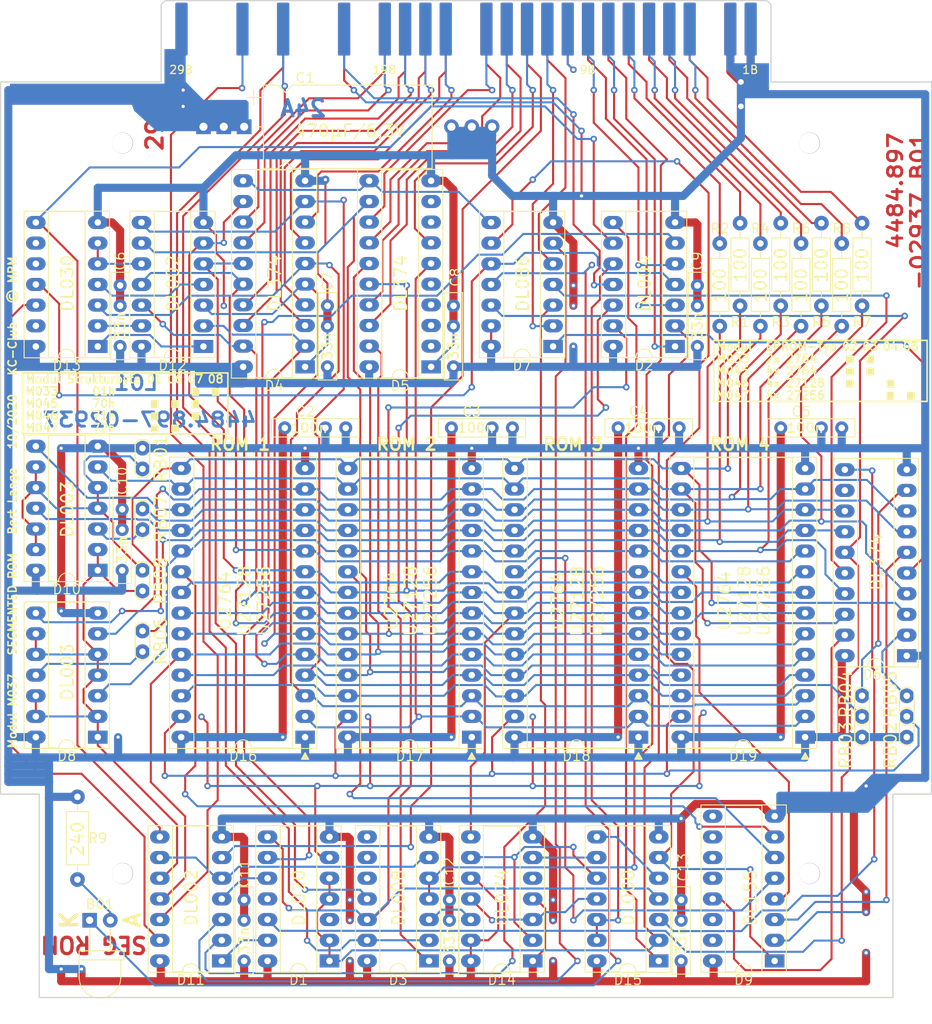
<source format=kicad_pcb>
(kicad_pcb (version 20171130) (host pcbnew 5.1.8)
  (layers (0 F.Cu signal) (31 B.Cu signal) (34 B.Paste user hide) (35 F.Paste user hide) (36 B.SilkS user hide) (37 F.SilkS user) (38 B.Mask user hide) (39 F.Mask user hide) (44 Edge.Cuts user))
  (net 0 "")
  (net 1 +5V)
  (net 2 "Net-(B01-Pad1)")
  (net 3 GND)
  (net 4 "Net-(D1-Pad12)")
  (net 5 /~write)
  (net 6 /.23)
  (net 7 "Net-(D1-Pad10)")
  (net 8 "Net-(D1-Pad9)")
  (net 9 "Net-(D1-Pad8)")
  (net 10 "Net-(D2-Pad12)")
  (net 11 ~MREQ)
  (net 12 TAKT)
  (net 13 /.25)
  (net 14 "Net-(D15-Pad12)")
  (net 15 ~IORQ)
  (net 16 "Net-(D11-Pad8)")
  (net 17 "Net-(D15-Pad1)")
  (net 18 ~WR)
  (net 19 MEI)
  (net 20 /.24)
  (net 21 ~RD)
  (net 22 MEO)
  (net 23 "Net-(D14-Pad12)")
  (net 24 /.11)
  (net 25 /.15)
  (net 26 AB3)
  (net 27 AB6)
  (net 28 AB2)
  (net 29 AB7)
  (net 30 /.12)
  (net 31 /.16)
  (net 32 /.13)
  (net 33 AB0)
  (net 34 AB4)
  (net 35 AB1)
  (net 36 AB5)
  (net 37 /.10)
  (net 38 /.14)
  (net 39 /.33)
  (net 40 /.20)
  (net 41 "Net-(D5-Pad9)")
  (net 42 AB11)
  (net 43 "Net-(D5-Pad8)")
  (net 44 AB10)
  (net 45 AB12)
  (net 46 /.19)
  (net 47 /.21)
  (net 48 /.18)
  (net 49 "Net-(D5-Pad5)")
  (net 50 AB9)
  (net 51 "Net-(D5-Pad4)")
  (net 52 AB8)
  (net 53 "Net-(D5-Pad3)")
  (net 54 /.17)
  (net 55 "Net-(D5-Pad2)")
  (net 56 /.36)
  (net 57 "Net-(D6-Pad9)")
  (net 58 "Net-(D6-Pad16)")
  (net 59 /.37)
  (net 60 "Net-(D6-Pad5)")
  (net 61 "Net-(D6-Pad12)")
  (net 62 "Net-(D6-Pad2)")
  (net 63 "Net-(D15-Pad3)")
  (net 64 "Net-(D11-Pad3)")
  (net 65 AB15)
  (net 66 "Net-(D11-Pad2)")
  (net 67 "Net-(D15-Pad6)")
  (net 68 AB14)
  (net 69 "Net-(D10-Pad1)")
  (net 70 "Net-(D8-Pad11)")
  (net 71 "Net-(D9-Pad15)")
  (net 72 /.28)
  (net 73 "Net-(D9-Pad14)")
  (net 74 /.29)
  (net 75 /.30)
  (net 76 "Net-(D9-Pad12)")
  (net 77 /.31)
  (net 78 "Net-(D9-Pad11)")
  (net 79 "Net-(D9-Pad10)")
  (net 80 "Net-(D9-Pad9)")
  (net 81 "Net-(D10-Pad10)")
  (net 82 "Net-(D10-Pad3)")
  (net 83 "Net-(D11-Pad13)")
  (net 84 AB13)
  (net 85 ~MAD)
  (net 86 "Net-(D1-Pad13)")
  (net 87 "Net-(D12-Pad13)")
  (net 88 "Net-(D12-Pad4)")
  (net 89 "Net-(D12-Pad10)")
  (net 90 "Net-(D12-Pad1)")
  (net 91 "Net-(D13-Pad13)")
  (net 92 "Net-(D13-Pad10)")
  (net 93 "Net-(D13-Pad9)")
  (net 94 "Net-(D14-Pad6)")
  (net 95 "Net-(D14-Pad5)")
  (net 96 /.27)
  (net 97 "Net-(D14-Pad2)")
  (net 98 /.32)
  (net 99 "Net-(D15-Pad5)")
  (net 100 /.35)
  (net 101 /.03)
  (net 102 /.34)
  (net 103 /.02)
  (net 104 /.01)
  (net 105 /.09)
  (net 106 /.08)
  (net 107 /.07)
  (net 108 /.06)
  (net 109 /.05)
  (net 110 /.04)
  (net 111 DB0)
  (net 112 DB1)
  (net 113 DB2)
  (net 114 DB3)
  (net 115 DB4)
  (net 116 DB5)
  (net 117 DB6)
  (net 118 DB7)
  (net 119 IE-Kette)
  (net 120 "Net-(D1-Pad11)")
  (net 121 "Net-(D1-Pad3)")
  (net 122 "Net-(B01-Pad2)")
  (module RFT_sonstiges:CP_Axial_L21.0mm_D10.0mm_P25.0mm...35.0mm_Horizontal (layer F.Cu) (at 95 38)
    (fp_text reference C1 (at 12.5 -6) (layer F.SilkS) (effects (font (size 1.2 1.2))))
    (fp_text value 470/6,3)
    (pad 1 thru_hole rect (at 5 0) (size 1.8 1.8) (drill 1) (layers *.Cu *.Mask) (net 1 +5V))
    (pad 1 thru_hole rect (at 0 0) (size 1.8 1.8) (drill 1) (layers *.Cu *.Mask) (net 1 +5V))
    (pad 1 thru_hole rect (at 2.5 0) (size 1.8 1.8) (drill 1) (layers *.Cu *.Mask) (net 1 +5V))
    (pad 2 thru_hole oval (at 33 0) (size 1.8 1.8) (drill 1) (layers *.Cu *.Mask) (net 3 GND))
    (pad 2 thru_hole oval (at 30.5 0) (size 1.8 1.8) (drill 1) (layers *.Cu *.Mask) (net 3 GND))
    (pad 2 thru_hole oval (at 35.5 0) (size 1.8 1.8) (drill 1) (layers *.Cu *.Mask) (net 3 GND))
  )
  (module KC85_Module:KC85_Modul_M037 (layer F.Cu) (at 89.8 32.5)
    (fp_text reference X1 hide)
    (fp_text value KC85_MODULSTECKVERBINDER hide)
    (fp_line (start 94.75 87.5) (end 90 87.5) (layer Edge.Cuts) (width 0.15))
    (fp_line (start 94.75 0) (end 94.75 87.5) (layer Edge.Cuts) (width 0.15))
    (fp_line (start 90 87.5) (end 90 112.5) (layer Edge.Cuts) (width 0.15))
    (fp_line (start 90 112.5) (end -15 112.5) (layer Edge.Cuts) (width 0.15))
    (fp_line (start 75 0) (end 94.75 0) (layer Edge.Cuts) (width 0.15))
    (fp_line (start 75 -9.5) (end 75 0) (layer Edge.Cuts) (width 0.15))
    (fp_line (start 75 -9.5) (end 74.5 -10) (layer Edge.Cuts) (width 0.15))
    (fp_line (start 0.5 -10) (end 74.5 -10) (layer Edge.Cuts) (width 0.15))
    (fp_line (start 0 0) (end 0 -9.5) (layer Edge.Cuts) (width 0.15))
    (fp_line (start 0 0) (end -19.75 0) (layer Edge.Cuts) (width 0.15))
    (fp_line (start 0 -9.5) (end 0.5 -10) (layer Edge.Cuts) (width 0.15))
    (fp_line (start -19.75 0) (end -19.75 87.5) (layer Edge.Cuts) (width 0.15))
    (fp_line (start -15 87.5) (end -19.75 87.5) (layer Edge.Cuts) (width 0.15))
    (fp_line (start -15 87.5) (end -15 112.5) (layer Edge.Cuts) (width 0.15))
    (fp_circle (center -4.75 97.25) (end -3.5 97.25) (layer Edge.Cuts) (width 0.12))
    (fp_circle (center -4.75 7.5) (end -3.5 7.5) (layer Edge.Cuts) (width 0.12))
    (fp_circle (center 79.75 7.5) (end 81 7.5) (layer Edge.Cuts) (width 0.12))
    (fp_circle (center 79.75 97.25) (end 81 97.25) (layer Edge.Cuts) (width 0.12))
    (pad 9B smd roundrect (at 52.5 -6.5) (size 1.5 6.5) (layers F.Cu F.Paste F.Mask) (roundrect_rratio 0.1) (net 15 ~IORQ))
    (pad 9A smd roundrect (at 52.5 -6.5) (size 1.5 6.5) (layers B.Cu B.Paste B.Mask) (roundrect_rratio 0.1) (net 11 ~MREQ))
    (pad 8B smd roundrect (at 55 -6.5) (size 1.5 6.5) (layers F.Cu F.Paste F.Mask) (roundrect_rratio 0.1) (net 21 ~RD))
    (pad 8A smd roundrect (at 55 -6.5) (size 1.5 6.5) (layers B.Cu B.Paste B.Mask) (roundrect_rratio 0.1) (net 18 ~WR))
    (pad 7B smd roundrect (at 57.5 -6.5) (size 1.5 6.5) (layers F.Cu F.Paste F.Mask) (roundrect_rratio 0.1) (net 111 DB0))
    (pad 7A smd roundrect (at 57.5 -6.5) (size 1.5 6.5) (layers B.Cu B.Paste B.Mask) (roundrect_rratio 0.1) (net 112 DB1))
    (pad 6B smd roundrect (at 60 -6.5) (size 1.5 6.5) (layers F.Cu F.Paste F.Mask) (roundrect_rratio 0.1) (net 113 DB2))
    (pad 6A smd roundrect (at 60 -6.5) (size 1.5 6.5) (layers B.Cu B.Paste B.Mask) (roundrect_rratio 0.1) (net 114 DB3))
    (pad 5B smd roundrect (at 62.5 -6.5) (size 1.5 6.5) (layers F.Cu F.Paste F.Mask) (roundrect_rratio 0.1) (net 115 DB4))
    (pad 5A smd roundrect (at 62.5 -6.5) (size 1.5 6.5) (layers B.Cu B.Paste B.Mask) (roundrect_rratio 0.1) (net 116 DB5))
    (pad 4B smd roundrect (at 65 -6.5) (size 1.5 6.5) (layers F.Cu F.Paste F.Mask) (roundrect_rratio 0.1) (net 117 DB6))
    (pad 4A smd roundrect (at 65 -6.5) (size 1.5 6.5) (layers B.Cu B.Paste B.Mask) (roundrect_rratio 0.1) (net 118 DB7))
    (pad 2B smd roundrect (at 70 -6.5) (size 1.5 6.5) (layers F.Cu F.Paste F.Mask) (roundrect_rratio 0.1) (net 3 GND))
    (pad 2A smd roundrect (at 70 -6.5) (size 1.5 6.5) (layers B.Cu B.Paste B.Mask) (roundrect_rratio 0.1) (net 3 GND))
    (pad 29B smd roundrect (at 2.5 -6.5) (size 1.5 6.5) (layers F.Cu F.Paste F.Mask) (roundrect_rratio 0.1) (net 1 +5V))
    (pad 29A smd roundrect (at 2.5 -6.5) (size 1.5 6.5) (layers B.Cu B.Paste B.Mask) (roundrect_rratio 0.1) (net 1 +5V))
    (pad 26A smd roundrect (at 10 -6.5) (size 1.5 6.5) (layers B.Cu B.Paste B.Mask) (roundrect_rratio 0.1) (net 85 ~MAD))
    (pad 24B smd roundrect (at 15 -6.5) (size 1.5 6.5) (layers F.Cu F.Paste F.Mask) (roundrect_rratio 0.1) (net 19 MEI))
    (pad 24A smd roundrect (at 15 -6.5) (size 1.5 6.5) (layers B.Cu B.Paste B.Mask) (roundrect_rratio 0.1) (net 22 MEO))
    (pad 21B smd roundrect (at 22.5 -6.5) (size 1.5 6.5) (layers F.Cu F.Paste F.Mask) (roundrect_rratio 0.1) (net 3 GND))
    (pad 21A smd roundrect (at 22.5 -6.5) (size 1.5 6.5) (layers B.Cu B.Paste B.Mask) (roundrect_rratio 0.1) (net 12 TAKT))
    (pad 1B smd roundrect (at 72.5 -6.5) (size 1.5 6.5) (layers F.Cu F.Paste F.Mask) (roundrect_rratio 0.1) (net 3 GND))
    (pad 1A smd roundrect (at 72.5 -6.5) (size 1.5 6.5) (layers B.Cu B.Paste B.Mask) (roundrect_rratio 0.1) (net 3 GND))
    (pad 19B smd roundrect (at 27.5 -6.5) (size 1.5 6.5) (layers F.Cu F.Paste F.Mask) (roundrect_rratio 0.1) (net 35 AB1))
    (pad 19A smd roundrect (at 27.5 -6.5) (size 1.5 6.5) (layers B.Cu B.Paste B.Mask) (roundrect_rratio 0.1) (net 33 AB0))
    (pad 18B smd roundrect (at 30 -6.5) (size 1.5 6.5) (layers F.Cu F.Paste F.Mask) (roundrect_rratio 0.1) (net 26 AB3))
    (pad 18A smd roundrect (at 30 -6.5) (size 1.5 6.5) (layers B.Cu B.Paste B.Mask) (roundrect_rratio 0.1) (net 28 AB2))
    (pad 17B smd roundrect (at 32.5 -6.5) (size 1.5 6.5) (layers F.Cu F.Paste F.Mask) (roundrect_rratio 0.1) (net 36 AB5))
    (pad 17A smd roundrect (at 32.5 -6.5) (size 1.5 6.5) (layers B.Cu B.Paste B.Mask) (roundrect_rratio 0.1) (net 34 AB4))
    (pad 16B smd roundrect (at 35 -6.5) (size 1.5 6.5) (layers F.Cu F.Paste F.Mask) (roundrect_rratio 0.1) (net 29 AB7))
    (pad 16A smd roundrect (at 35 -6.5) (size 1.5 6.5) (layers B.Cu B.Paste B.Mask) (roundrect_rratio 0.1) (net 27 AB6))
    (pad 14B smd roundrect (at 40 -6.5) (size 1.5 6.5) (layers F.Cu F.Paste F.Mask) (roundrect_rratio 0.1) (net 50 AB9))
    (pad 14A smd roundrect (at 40 -6.5) (size 1.5 6.5) (layers B.Cu B.Paste B.Mask) (roundrect_rratio 0.1) (net 52 AB8))
    (pad 13B smd roundrect (at 42.5 -6.5) (size 1.5 6.5) (layers F.Cu F.Paste F.Mask) (roundrect_rratio 0.1) (net 42 AB11))
    (pad 13A smd roundrect (at 42.5 -6.5) (size 1.5 6.5) (layers B.Cu B.Paste B.Mask) (roundrect_rratio 0.1) (net 44 AB10))
    (pad 12B smd roundrect (at 45 -6.5) (size 1.5 6.5) (layers F.Cu F.Paste F.Mask) (roundrect_rratio 0.1) (net 84 AB13))
    (pad 12A smd roundrect (at 45 -6.5) (size 1.5 6.5) (layers B.Cu B.Paste B.Mask) (roundrect_rratio 0.1) (net 45 AB12))
    (pad 11B smd roundrect (at 47.5 -6.5) (size 1.5 6.5) (layers F.Cu F.Paste F.Mask) (roundrect_rratio 0.1) (net 65 AB15))
    (pad 11A smd roundrect (at 47.5 -6.5) (size 1.5 6.5) (layers B.Cu B.Paste B.Mask) (roundrect_rratio 0.1) (net 68 AB14))
    (pad 10B smd roundrect (at 50 -6.5) (size 1.5 6.5) (layers F.Cu F.Paste F.Mask) (roundrect_rratio 0.1) (net 119 IE-Kette))
    (pad 10A smd roundrect (at 50 -6.5) (size 1.5 6.5) (layers B.Cu B.Paste B.Mask) (roundrect_rratio 0.1) (net 119 IE-Kette))
  )
  (module MountingHole:MountingHole_2.5mm (layer F.Cu) (at 85 129.75)
    (fp_text reference REF** hide)
    (fp_text value MountingHole_2.5mm)
    (pad 1 np_thru_hole circle (at 0 0) (size 2.5 2.5) (drill 2.5) (layers *.Cu *.Mask))
  )
  (module MountingHole:MountingHole_2.5mm (layer F.Cu) (at 169.5 129.75)
    (fp_text reference REF** hide)
    (fp_text value MountingHole_2.5mm)
    (pad 1 np_thru_hole circle (at 0 0) (size 2.5 2.5) (drill 2.5) (layers *.Cu *.Mask))
  )
  (module MountingHole:MountingHole_2.5mm (layer F.Cu) (at 169.5 40)
    (fp_text reference REF** hide)
    (fp_text value MountingHole_2.5mm)
    (pad 1 np_thru_hole circle (at 0 0) (size 2.5 2.5) (drill 2.5) (layers *.Cu *.Mask))
  )
  (module MountingHole:MountingHole_2.5mm (layer F.Cu) (at 85 40)
    (fp_text reference REF** hide)
    (fp_text value MountingHole_2.5mm)
    (pad 1 np_thru_hole circle (at 0 0) (size 2.5 2.5) (drill 2.5) (layers *.Cu *.Mask))
  )
  (module LED_THT:LED_D5.0mm_Horizontal_O3.81mm_Z3.0mm (layer F.Cu) (at 81 135.5)
    (fp_text reference B01 (at 1.27 -1.96) (layer F.SilkS) (effects (font (size 1.2 1.2))))
    (fp_text value VQA33)
    (pad 2 thru_hole circle (at 2.54 0) (size 1.8 1.8) (drill 0.9) (layers *.Cu *.Mask) (net 122 "Net-(B01-Pad2)"))
    (pad 1 thru_hole rect (at 0 0) (size 1.8 1.8) (drill 0.9) (layers *.Cu *.Mask) (net 2 "Net-(B01-Pad1)"))
  )
  (module RFT_sonstiges:C_Disc_D8.0mm_W2.0mm_P5.00mm_P7.50mm (layer F.Cu) (at 166 75)
    (fp_text reference C5 (at 2.5 -2) (layer F.SilkS) (effects (font (size 1.2 1.2))))
    (fp_text value 100n)
    (pad 2 thru_hole circle (at 7.5 0) (size 1.6 1.6) (drill 0.8) (layers *.Cu *.Mask) (net 3 GND))
    (pad 2 thru_hole circle (at 5 0) (size 1.6 1.6) (drill 0.8) (layers *.Cu *.Mask) (net 3 GND))
    (pad 1 thru_hole circle (at 0 0) (size 1.6 1.6) (drill 0.8) (layers *.Cu *.Mask) (net 1 +5V))
  )
  (module RFT_sonstiges:C_Disc_D8.0mm_W2.0mm_P5.00mm_P7.50mm (layer F.Cu) (at 146 75)
    (fp_text reference C4 (at 2.5 -2) (layer F.SilkS) (effects (font (size 1.2 1.2))))
    (fp_text value 100n)
    (pad 2 thru_hole circle (at 7.5 0) (size 1.6 1.6) (drill 0.8) (layers *.Cu *.Mask) (net 3 GND))
    (pad 2 thru_hole circle (at 5 0) (size 1.6 1.6) (drill 0.8) (layers *.Cu *.Mask) (net 3 GND))
    (pad 1 thru_hole circle (at 0 0) (size 1.6 1.6) (drill 0.8) (layers *.Cu *.Mask) (net 1 +5V))
  )
  (module RFT_sonstiges:C_Disc_D8.0mm_W2.0mm_P5.00mm_P7.50mm (layer F.Cu) (at 125.5 75)
    (fp_text reference C3 (at 2.5 -2) (layer F.SilkS) (effects (font (size 1.2 1.2))))
    (fp_text value 100n)
    (pad 2 thru_hole circle (at 7.5 0) (size 1.6 1.6) (drill 0.8) (layers *.Cu *.Mask) (net 3 GND))
    (pad 2 thru_hole circle (at 5 0) (size 1.6 1.6) (drill 0.8) (layers *.Cu *.Mask) (net 3 GND))
    (pad 1 thru_hole circle (at 0 0) (size 1.6 1.6) (drill 0.8) (layers *.Cu *.Mask) (net 1 +5V))
  )
  (module RFT_sonstiges:C_Disc_D8.0mm_W2.0mm_P5.00mm_P7.50mm (layer F.Cu) (at 105 75)
    (fp_text reference C2 (at 2.5 -2) (layer F.SilkS) (effects (font (size 1.2 1.2))))
    (fp_text value 100n)
    (pad 2 thru_hole circle (at 7.5 0) (size 1.6 1.6) (drill 0.8) (layers *.Cu *.Mask) (net 3 GND))
    (pad 2 thru_hole circle (at 5 0) (size 1.6 1.6) (drill 0.8) (layers *.Cu *.Mask) (net 3 GND))
    (pad 1 thru_hole circle (at 0 0) (size 1.6 1.6) (drill 0.8) (layers *.Cu *.Mask) (net 1 +5V))
  )
  (module RFT_sonstiges:C_Disc_D8.0mm_W2.0mm_P5.00mm_P7.50mm (layer F.Cu) (at 153.75 140.5 90)
    (fp_text reference C13 (at 11.5 0.25 270) (layer F.SilkS) (effects (font (size 1.2 1.2))))
    (fp_text value 33n)
    (pad 2 thru_hole circle (at 7.5 0 90) (size 1.6 1.6) (drill 0.8) (layers *.Cu *.Mask) (net 3 GND))
    (pad 2 thru_hole circle (at 5 0 90) (size 1.6 1.6) (drill 0.8) (layers *.Cu *.Mask) (net 3 GND))
    (pad 1 thru_hole circle (at 0 0 90) (size 1.6 1.6) (drill 0.8) (layers *.Cu *.Mask) (net 1 +5V))
  )
  (module RFT_sonstiges:C_Disc_D8.0mm_W2.0mm_P5.00mm_P7.50mm (layer F.Cu) (at 125.25 140.5 90)
    (fp_text reference C12 (at 11 0 270) (layer F.SilkS) (effects (font (size 1.2 1.2))))
    (fp_text value 33n)
    (pad 2 thru_hole circle (at 7.5 0 90) (size 1.6 1.6) (drill 0.8) (layers *.Cu *.Mask) (net 3 GND))
    (pad 2 thru_hole circle (at 5 0 90) (size 1.6 1.6) (drill 0.8) (layers *.Cu *.Mask) (net 3 GND))
    (pad 1 thru_hole circle (at 0 0 90) (size 1.6 1.6) (drill 0.8) (layers *.Cu *.Mask) (net 1 +5V))
  )
  (module RFT_sonstiges:C_Disc_D8.0mm_W2.0mm_P5.00mm_P7.50mm (layer F.Cu) (at 100 140.5 90)
    (fp_text reference C11 (at 10.75 0 270) (layer F.SilkS) (effects (font (size 1.2 1.2))))
    (fp_text value 33n)
    (pad 2 thru_hole circle (at 7.5 0 90) (size 1.6 1.6) (drill 0.8) (layers *.Cu *.Mask) (net 3 GND))
    (pad 2 thru_hole circle (at 5 0 90) (size 1.6 1.6) (drill 0.8) (layers *.Cu *.Mask) (net 3 GND))
    (pad 1 thru_hole circle (at 0 0 90) (size 1.6 1.6) (drill 0.8) (layers *.Cu *.Mask) (net 1 +5V))
  )
  (module RFT_sonstiges:C_Disc_D8.0mm_W2.0mm_P5.00mm_P7.50mm (layer F.Cu) (at 85 92.5 90)
    (fp_text reference C10 (at 11 0 270) (layer F.SilkS) (effects (font (size 1.2 1.2))))
    (fp_text value 33n)
    (pad 2 thru_hole circle (at 7.5 0 90) (size 1.6 1.6) (drill 0.8) (layers *.Cu *.Mask) (net 3 GND))
    (pad 2 thru_hole circle (at 5 0 90) (size 1.6 1.6) (drill 0.8) (layers *.Cu *.Mask) (net 3 GND))
    (pad 1 thru_hole circle (at 0 0 90) (size 1.6 1.6) (drill 0.8) (layers *.Cu *.Mask) (net 1 +5V))
  )
  (module RFT_sonstiges:C_Disc_D8.0mm_W2.0mm_P5.00mm_P7.50mm (layer F.Cu) (at 155.75 65 90)
    (fp_text reference C9 (at 10.5 0 270) (layer F.SilkS) (effects (font (size 1.2 1.2))))
    (fp_text value 33n)
    (pad 2 thru_hole circle (at 7.5 0 90) (size 1.6 1.6) (drill 0.8) (layers *.Cu *.Mask) (net 3 GND))
    (pad 2 thru_hole circle (at 5 0 90) (size 1.6 1.6) (drill 0.8) (layers *.Cu *.Mask) (net 3 GND))
    (pad 1 thru_hole circle (at 0 0 90) (size 1.6 1.6) (drill 0.8) (layers *.Cu *.Mask) (net 1 +5V))
  )
  (module RFT_sonstiges:C_Disc_D8.0mm_W2.0mm_P5.00mm_P7.50mm (layer F.Cu) (at 125.75 67.5 90)
    (fp_text reference C8 (at 11 0.25 270) (layer F.SilkS) (effects (font (size 1.2 1.2))))
    (fp_text value 33n)
    (pad 2 thru_hole circle (at 7.5 0 90) (size 1.6 1.6) (drill 0.8) (layers *.Cu *.Mask) (net 3 GND))
    (pad 2 thru_hole circle (at 5 0 90) (size 1.6 1.6) (drill 0.8) (layers *.Cu *.Mask) (net 3 GND))
    (pad 1 thru_hole circle (at 0 0 90) (size 1.6 1.6) (drill 0.8) (layers *.Cu *.Mask) (net 1 +5V))
  )
  (module RFT_sonstiges:C_Disc_D8.0mm_W2.0mm_P5.00mm_P7.50mm (layer F.Cu) (at 110.25 67.5 90)
    (fp_text reference C7 (at 10.5 0 270) (layer F.SilkS) (effects (font (size 1.2 1.2))))
    (fp_text value 33n)
    (pad 2 thru_hole circle (at 7.5 0 90) (size 1.6 1.6) (drill 0.8) (layers *.Cu *.Mask) (net 3 GND))
    (pad 2 thru_hole circle (at 5 0 90) (size 1.6 1.6) (drill 0.8) (layers *.Cu *.Mask) (net 3 GND))
    (pad 1 thru_hole circle (at 0 0 90) (size 1.6 1.6) (drill 0.8) (layers *.Cu *.Mask) (net 1 +5V))
  )
  (module RFT_sonstiges:C_Disc_D8.0mm_W2.0mm_P5.00mm_P7.50mm (layer F.Cu) (at 84.75 65 90)
    (fp_text reference C6 (at 10.5 0 270) (layer F.SilkS) (effects (font (size 1.2 1.2))))
    (fp_text value 33n)
    (pad 2 thru_hole circle (at 7.5 0 90) (size 1.6 1.6) (drill 0.8) (layers *.Cu *.Mask) (net 3 GND))
    (pad 2 thru_hole circle (at 5 0 90) (size 1.6 1.6) (drill 0.8) (layers *.Cu *.Mask) (net 3 GND))
    (pad 1 thru_hole circle (at 0 0 90) (size 1.6 1.6) (drill 0.8) (layers *.Cu *.Mask) (net 1 +5V))
  )
  (module RFT_sonstiges:R_Axial_L6.3mm_D2.0mm_P10.16mm_Horizontal (layer F.Cu) (at 173.5 62.5 90)
    (fp_text reference R8 (at 12 0 180) (layer F.SilkS) (effects (font (size 1.2 1.2))))
    (fp_text value 100)
    (pad 2 thru_hole circle (at 10.16 0 90) (size 1.8 1.8) (drill 0.8) (layers *.Cu *.Mask) (net 118 DB7))
    (pad 1 thru_hole circle (at 0 0 90) (size 1.8 1.8) (drill 0.8) (layers *.Cu *.Mask) (net 106 /.08))
  )
  (module RFT_sonstiges:R_Axial_L6.3mm_D2.0mm_P10.16mm_Horizontal (layer F.Cu) (at 176 60 90)
    (fp_text reference R7 (at -2 0 180) (layer F.SilkS) (effects (font (size 1.2 1.2))))
    (fp_text value 100)
    (pad 2 thru_hole circle (at 10.16 0 90) (size 1.8 1.8) (drill 0.8) (layers *.Cu *.Mask) (net 117 DB6))
    (pad 1 thru_hole circle (at 0 0 90) (size 1.8 1.8) (drill 0.8) (layers *.Cu *.Mask) (net 107 /.07))
  )
  (module RFT_sonstiges:R_Axial_L6.3mm_D2.0mm_P10.16mm_Horizontal (layer F.Cu) (at 168.5 62.5 90)
    (fp_text reference R6 (at 12 0 180) (layer F.SilkS) (effects (font (size 1.2 1.2))))
    (fp_text value 100)
    (pad 2 thru_hole circle (at 10.16 0 90) (size 1.8 1.8) (drill 0.8) (layers *.Cu *.Mask) (net 116 DB5))
    (pad 1 thru_hole circle (at 0 0 90) (size 1.8 1.8) (drill 0.8) (layers *.Cu *.Mask) (net 108 /.06))
  )
  (module RFT_sonstiges:R_Axial_L6.3mm_D2.0mm_P10.16mm_Horizontal (layer F.Cu) (at 171 60 90)
    (fp_text reference R5 (at -2 0 180) (layer F.SilkS) (effects (font (size 1.2 1.2))))
    (fp_text value 100)
    (pad 2 thru_hole circle (at 10.16 0 90) (size 1.8 1.8) (drill 0.8) (layers *.Cu *.Mask) (net 115 DB4))
    (pad 1 thru_hole circle (at 0 0 90) (size 1.8 1.8) (drill 0.8) (layers *.Cu *.Mask) (net 109 /.05))
  )
  (module RFT_sonstiges:R_Axial_L6.3mm_D2.0mm_P10.16mm_Horizontal (layer F.Cu) (at 163.5 62.5 90)
    (fp_text reference R4 (at 12 0 180) (layer F.SilkS) (effects (font (size 1.2 1.2))))
    (fp_text value 100)
    (pad 2 thru_hole circle (at 10.16 0 90) (size 1.8 1.8) (drill 0.8) (layers *.Cu *.Mask) (net 114 DB3))
    (pad 1 thru_hole circle (at 0 0 90) (size 1.8 1.8) (drill 0.8) (layers *.Cu *.Mask) (net 110 /.04))
  )
  (module RFT_sonstiges:R_Axial_L6.3mm_D2.0mm_P10.16mm_Horizontal (layer F.Cu) (at 166 60 90)
    (fp_text reference R3 (at -2 0 180) (layer F.SilkS) (effects (font (size 1.2 1.2))))
    (fp_text value 100)
    (pad 2 thru_hole circle (at 10.16 0 90) (size 1.8 1.8) (drill 0.8) (layers *.Cu *.Mask) (net 113 DB2))
    (pad 1 thru_hole circle (at 0 0 90) (size 1.8 1.8) (drill 0.8) (layers *.Cu *.Mask) (net 101 /.03))
  )
  (module RFT_sonstiges:R_Axial_L6.3mm_D2.0mm_P10.16mm_Horizontal (layer F.Cu) (at 158.5 62.5 90)
    (fp_text reference R2 (at 12 0 180) (layer F.SilkS) (effects (font (size 1.2 1.2))))
    (fp_text value 100)
    (pad 2 thru_hole circle (at 10.16 0 90) (size 1.8 1.8) (drill 0.8) (layers *.Cu *.Mask) (net 112 DB1))
    (pad 1 thru_hole circle (at 0 0 90) (size 1.8 1.8) (drill 0.8) (layers *.Cu *.Mask) (net 103 /.02))
  )
  (module RFT_sonstiges:R_Axial_L6.3mm_D2.0mm_P10.16mm_Horizontal (layer F.Cu) (at 161 60 90)
    (fp_text reference R1 (at -2 0 180) (layer F.SilkS) (effects (font (size 1.2 1.2))))
    (fp_text value 100)
    (pad 2 thru_hole circle (at 10.16 0 90) (size 1.8 1.8) (drill 0.8) (layers *.Cu *.Mask) (net 111 DB0))
    (pad 1 thru_hole circle (at 0 0 90) (size 1.8 1.8) (drill 0.8) (layers *.Cu *.Mask) (net 104 /.01))
  )
  (module Resistor_THT:R_Axial_DIN0207_L6.3mm_D2.5mm_P10.16mm_Horizontal (layer F.Cu) (at 79.5 130.5 90)
    (fp_text reference R9 (at 5.08 2.5 180) (layer F.SilkS) (effects (font (size 1.2 1.2))))
    (fp_text value 240)
    (pad 2 thru_hole circle (at 10.16 0 90) (size 1.8 1.8) (drill 0.8) (layers *.Cu *.Mask) (net 1 +5V))
    (pad 1 thru_hole circle (at 0 0 90) (size 1.8 1.8) (drill 0.8) (layers *.Cu *.Mask) (net 122 "Net-(B01-Pad2)"))
  )
  (module Package_DIP:DIP-14_W7.62mm_Socket_LongPads (layer F.Cu) (at 110.5 140.5 180)
    (fp_text reference D1 (at 3.81 -2.33) (layer F.SilkS) (effects (font (size 1.2 1.2))))
    (fp_text value DL020D)
    (pad 14 thru_hole oval (at 7.62 0 180) (size 2.4 1.6) (drill 0.8) (layers *.Cu *.Mask) (net 1 +5V))
    (pad 7 thru_hole oval (at 0 15.24 180) (size 2.4 1.6) (drill 0.8) (layers *.Cu *.Mask) (net 3 GND))
    (pad 13 thru_hole oval (at 7.62 2.54 180) (size 2.4 1.6) (drill 0.8) (layers *.Cu *.Mask) (net 86 "Net-(D1-Pad13)"))
    (pad 6 thru_hole oval (at 0 12.7 180) (size 2.4 1.6) (drill 0.8) (layers *.Cu *.Mask) (net 5 /~write))
    (pad 12 thru_hole oval (at 7.62 5.08 180) (size 2.4 1.6) (drill 0.8) (layers *.Cu *.Mask) (net 4 "Net-(D1-Pad12)"))
    (pad 5 thru_hole oval (at 0 10.16 180) (size 2.4 1.6) (drill 0.8) (layers *.Cu *.Mask) (net 6 /.23))
    (pad 11 thru_hole oval (at 7.62 7.62 180) (size 2.4 1.6) (drill 0.8) (layers *.Cu *.Mask) (net 120 "Net-(D1-Pad11)"))
    (pad 4 thru_hole oval (at 0 7.62 180) (size 2.4 1.6) (drill 0.8) (layers *.Cu *.Mask) (net 6 /.23))
    (pad 10 thru_hole oval (at 7.62 10.16 180) (size 2.4 1.6) (drill 0.8) (layers *.Cu *.Mask) (net 7 "Net-(D1-Pad10)"))
    (pad 3 thru_hole oval (at 0 5.08 180) (size 2.4 1.6) (drill 0.8) (layers *.Cu *.Mask) (net 121 "Net-(D1-Pad3)"))
    (pad 9 thru_hole oval (at 7.62 12.7 180) (size 2.4 1.6) (drill 0.8) (layers *.Cu *.Mask) (net 8 "Net-(D1-Pad9)"))
    (pad 2 thru_hole oval (at 0 2.54 180) (size 2.4 1.6) (drill 0.8) (layers *.Cu *.Mask) (net 6 /.23))
    (pad 8 thru_hole oval (at 7.62 15.24 180) (size 2.4 1.6) (drill 0.8) (layers *.Cu *.Mask) (net 9 "Net-(D1-Pad8)"))
    (pad 1 thru_hole rect (at 0 0 180) (size 2.4 1.6) (drill 0.8) (layers *.Cu *.Mask) (net 6 /.23))
  )
  (module TestPoint:TestPoint_2Pads_Pitch2.54mm_Drill0.8mm (layer F.Cu) (at 87.5 92.5 270)
    (fp_text reference RB08 (at 1.3 -2.25 90) (layer F.SilkS) (effects (font (size 1.5 1.5) (thickness 0.2))))
    (fp_text value Brücke)
    (pad 2 thru_hole circle (at 2.54 0 270) (size 1.8 1.8) (drill 0.8) (layers *.Cu *.Mask) (net 69 "Net-(D10-Pad1)"))
    (pad 1 thru_hole circle (at 0 0 270) (size 1.8 1.8) (drill 0.8) (layers *.Cu *.Mask) (net 81 "Net-(D10-Pad10)"))
  )
  (module TestPoint:TestPoint_2Pads_Pitch2.54mm_Drill0.8mm (layer F.Cu) (at 87.5 87.5 90)
    (fp_text reference RB07 (at 1.3 2.25 90) (layer F.SilkS) (effects (font (size 1.5 1.5) (thickness 0.2))))
    (fp_text value Brücke)
    (pad 2 thru_hole circle (at 2.54 0 90) (size 1.8 1.8) (drill 0.8) (layers *.Cu *.Mask) (net 103 /.02))
    (pad 1 thru_hole circle (at 0 0 90) (size 1.8 1.8) (drill 0.8) (layers *.Cu *.Mask) (net 82 "Net-(D10-Pad3)"))
  )
  (module TestPoint:TestPoint_2Pads_Pitch2.54mm_Drill0.8mm (layer F.Cu) (at 87.5 102.5 90)
    (fp_text reference RB06 (at 1.3 2.25 90) (layer F.SilkS) (effects (font (size 1.5 1.5) (thickness 0.2))))
    (fp_text value Brücke)
    (pad 2 thru_hole circle (at 2.54 0 90) (size 1.8 1.8) (drill 0.8) (layers *.Cu *.Mask) (net 104 /.01))
    (pad 1 thru_hole circle (at 0 0 90) (size 1.8 1.8) (drill 0.8) (layers *.Cu *.Mask) (net 70 "Net-(D8-Pad11)"))
  )
  (module TestPoint:TestPoint_2Pads_Pitch2.54mm_Drill0.8mm (layer F.Cu) (at 181.5 107.92 270)
    (fp_text reference RB05 (at -0.17 2 90) (layer F.SilkS) (effects (font (size 1.5 1.5) (thickness 0.2))))
    (fp_text value Brücke)
    (pad 2 thru_hole circle (at 2.54 0 270) (size 1.8 1.8) (drill 0.8) (layers *.Cu *.Mask) (net 100 /.35))
    (pad 1 thru_hole circle (at 0 0 270) (size 1.8 1.8) (drill 0.8) (layers *.Cu *.Mask) (net 62 "Net-(D6-Pad2)"))
  )
  (module TestPoint:TestPoint_2Pads_Pitch2.54mm_Drill0.8mm (layer F.Cu) (at 176 107.92 270)
    (fp_text reference RB04 (at -0.17 2 90) (layer F.SilkS) (effects (font (size 1.5 1.5) (thickness 0.2))))
    (fp_text value Brücke)
    (pad 2 thru_hole circle (at 2.54 0 270) (size 1.8 1.8) (drill 0.8) (layers *.Cu *.Mask) (net 102 /.34))
    (pad 1 thru_hole circle (at 0 0 270) (size 1.8 1.8) (drill 0.8) (layers *.Cu *.Mask) (net 57 "Net-(D6-Pad9)"))
  )
  (module TestPoint:TestPoint_2Pads_Pitch2.54mm_Drill0.8mm (layer F.Cu) (at 176 113 90)
    (fp_text reference RB03 (at -1 -2 90) (layer F.SilkS) (effects (font (size 1.5 1.5) (thickness 0.2))))
    (fp_text value Brücke)
    (pad 2 thru_hole circle (at 2.54 0 90) (size 1.8 1.8) (drill 0.8) (layers *.Cu *.Mask) (net 102 /.34))
    (pad 1 thru_hole circle (at 0 0 90) (size 1.8 1.8) (drill 0.8) (layers *.Cu *.Mask) (net 1 +5V))
  )
  (module TestPoint:TestPoint_2Pads_Pitch2.54mm_Drill0.8mm (layer F.Cu) (at 181.5 113 90)
    (fp_text reference RB02 (at -1 -2 90) (layer F.SilkS) (effects (font (size 1.5 1.5) (thickness 0.2))))
    (fp_text value Brücke)
    (pad 2 thru_hole circle (at 2.54 0 90) (size 1.8 1.8) (drill 0.8) (layers *.Cu *.Mask) (net 100 /.35))
    (pad 1 thru_hole circle (at 0 0 90) (size 1.8 1.8) (drill 0.8) (layers *.Cu *.Mask) (net 1 +5V))
  )
  (module TestPoint:TestPoint_2Pads_Pitch2.54mm_Drill0.8mm (layer F.Cu) (at 87.5 77.5 270)
    (fp_text reference RB01 (at 1.3 -2.25 90) (layer F.SilkS) (effects (font (size 1.5 1.5) (thickness 0.2))))
    (fp_text value Brücke)
    (pad 2 thru_hole circle (at 2.54 0 270) (size 1.8 1.8) (drill 0.8) (layers *.Cu *.Mask) (net 81 "Net-(D10-Pad10)"))
    (pad 1 thru_hole circle (at 0 0 270) (size 1.8 1.8) (drill 0.8) (layers *.Cu *.Mask) (net 3 GND))
  )
  (module Package_DIP:DIP-28_W15.24mm_Socket_LongPads (layer F.Cu) (at 169 113 180)
    (fp_text reference D19 (at 7.62 -2.33) (layer F.SilkS) (effects (font (size 1.2 1.2))))
    (fp_text value U27256)
    (pad 28 thru_hole oval (at 15.24 0 180) (size 2.4 1.6) (drill 0.8) (layers *.Cu *.Mask) (net 1 +5V))
    (pad 14 thru_hole oval (at 0 33.02 180) (size 2.4 1.6) (drill 0.8) (layers *.Cu *.Mask) (net 3 GND))
    (pad 27 thru_hole oval (at 15.24 2.54 180) (size 2.4 1.6) (drill 0.8) (layers *.Cu *.Mask) (net 100 /.35))
    (pad 13 thru_hole oval (at 0 30.48 180) (size 2.4 1.6) (drill 0.8) (layers *.Cu *.Mask) (net 101 /.03))
    (pad 26 thru_hole oval (at 15.24 5.08 180) (size 2.4 1.6) (drill 0.8) (layers *.Cu *.Mask) (net 102 /.34))
    (pad 12 thru_hole oval (at 0 27.94 180) (size 2.4 1.6) (drill 0.8) (layers *.Cu *.Mask) (net 103 /.02))
    (pad 25 thru_hole oval (at 15.24 7.62 180) (size 2.4 1.6) (drill 0.8) (layers *.Cu *.Mask) (net 54 /.17))
    (pad 11 thru_hole oval (at 0 25.4 180) (size 2.4 1.6) (drill 0.8) (layers *.Cu *.Mask) (net 104 /.01))
    (pad 24 thru_hole oval (at 15.24 10.16 180) (size 2.4 1.6) (drill 0.8) (layers *.Cu *.Mask) (net 48 /.18))
    (pad 10 thru_hole oval (at 0 22.86 180) (size 2.4 1.6) (drill 0.8) (layers *.Cu *.Mask) (net 105 /.09))
    (pad 23 thru_hole oval (at 15.24 12.7 180) (size 2.4 1.6) (drill 0.8) (layers *.Cu *.Mask) (net 40 /.20))
    (pad 9 thru_hole oval (at 0 20.32 180) (size 2.4 1.6) (drill 0.8) (layers *.Cu *.Mask) (net 37 /.10))
    (pad 22 thru_hole oval (at 15.24 15.24 180) (size 2.4 1.6) (drill 0.8) (layers *.Cu *.Mask) (net 98 /.32))
    (pad 8 thru_hole oval (at 0 17.78 180) (size 2.4 1.6) (drill 0.8) (layers *.Cu *.Mask) (net 24 /.11))
    (pad 21 thru_hole oval (at 15.24 17.78 180) (size 2.4 1.6) (drill 0.8) (layers *.Cu *.Mask) (net 46 /.19))
    (pad 7 thru_hole oval (at 0 15.24 180) (size 2.4 1.6) (drill 0.8) (layers *.Cu *.Mask) (net 30 /.12))
    (pad 20 thru_hole oval (at 15.24 20.32 180) (size 2.4 1.6) (drill 0.8) (layers *.Cu *.Mask) (net 77 /.31))
    (pad 6 thru_hole oval (at 0 12.7 180) (size 2.4 1.6) (drill 0.8) (layers *.Cu *.Mask) (net 32 /.13))
    (pad 19 thru_hole oval (at 15.24 22.86 180) (size 2.4 1.6) (drill 0.8) (layers *.Cu *.Mask) (net 106 /.08))
    (pad 5 thru_hole oval (at 0 10.16 180) (size 2.4 1.6) (drill 0.8) (layers *.Cu *.Mask) (net 38 /.14))
    (pad 18 thru_hole oval (at 15.24 25.4 180) (size 2.4 1.6) (drill 0.8) (layers *.Cu *.Mask) (net 107 /.07))
    (pad 4 thru_hole oval (at 0 7.62 180) (size 2.4 1.6) (drill 0.8) (layers *.Cu *.Mask) (net 25 /.15))
    (pad 17 thru_hole oval (at 15.24 27.94 180) (size 2.4 1.6) (drill 0.8) (layers *.Cu *.Mask) (net 108 /.06))
    (pad 3 thru_hole oval (at 0 5.08 180) (size 2.4 1.6) (drill 0.8) (layers *.Cu *.Mask) (net 31 /.16))
    (pad 16 thru_hole oval (at 15.24 30.48 180) (size 2.4 1.6) (drill 0.8) (layers *.Cu *.Mask) (net 109 /.05))
    (pad 2 thru_hole oval (at 0 2.54 180) (size 2.4 1.6) (drill 0.8) (layers *.Cu *.Mask) (net 47 /.21))
    (pad 15 thru_hole oval (at 15.24 33.02 180) (size 2.4 1.6) (drill 0.8) (layers *.Cu *.Mask) (net 110 /.04))
    (pad 1 thru_hole rect (at 0 0 180) (size 2.4 1.6) (drill 0.8) (layers *.Cu *.Mask) (net 1 +5V))
  )
  (module Package_DIP:DIP-28_W15.24mm_Socket_LongPads (layer F.Cu) (at 148.5 113 180)
    (fp_text reference D18 (at 7.62 -2.33) (layer F.SilkS) (effects (font (size 1.2 1.2))))
    (fp_text value U27256)
    (pad 28 thru_hole oval (at 15.24 0 180) (size 2.4 1.6) (drill 0.8) (layers *.Cu *.Mask) (net 1 +5V))
    (pad 14 thru_hole oval (at 0 33.02 180) (size 2.4 1.6) (drill 0.8) (layers *.Cu *.Mask) (net 3 GND))
    (pad 27 thru_hole oval (at 15.24 2.54 180) (size 2.4 1.6) (drill 0.8) (layers *.Cu *.Mask) (net 100 /.35))
    (pad 13 thru_hole oval (at 0 30.48 180) (size 2.4 1.6) (drill 0.8) (layers *.Cu *.Mask) (net 101 /.03))
    (pad 26 thru_hole oval (at 15.24 5.08 180) (size 2.4 1.6) (drill 0.8) (layers *.Cu *.Mask) (net 102 /.34))
    (pad 12 thru_hole oval (at 0 27.94 180) (size 2.4 1.6) (drill 0.8) (layers *.Cu *.Mask) (net 103 /.02))
    (pad 25 thru_hole oval (at 15.24 7.62 180) (size 2.4 1.6) (drill 0.8) (layers *.Cu *.Mask) (net 54 /.17))
    (pad 11 thru_hole oval (at 0 25.4 180) (size 2.4 1.6) (drill 0.8) (layers *.Cu *.Mask) (net 104 /.01))
    (pad 24 thru_hole oval (at 15.24 10.16 180) (size 2.4 1.6) (drill 0.8) (layers *.Cu *.Mask) (net 48 /.18))
    (pad 10 thru_hole oval (at 0 22.86 180) (size 2.4 1.6) (drill 0.8) (layers *.Cu *.Mask) (net 105 /.09))
    (pad 23 thru_hole oval (at 15.24 12.7 180) (size 2.4 1.6) (drill 0.8) (layers *.Cu *.Mask) (net 40 /.20))
    (pad 9 thru_hole oval (at 0 20.32 180) (size 2.4 1.6) (drill 0.8) (layers *.Cu *.Mask) (net 37 /.10))
    (pad 22 thru_hole oval (at 15.24 15.24 180) (size 2.4 1.6) (drill 0.8) (layers *.Cu *.Mask) (net 98 /.32))
    (pad 8 thru_hole oval (at 0 17.78 180) (size 2.4 1.6) (drill 0.8) (layers *.Cu *.Mask) (net 24 /.11))
    (pad 21 thru_hole oval (at 15.24 17.78 180) (size 2.4 1.6) (drill 0.8) (layers *.Cu *.Mask) (net 46 /.19))
    (pad 7 thru_hole oval (at 0 15.24 180) (size 2.4 1.6) (drill 0.8) (layers *.Cu *.Mask) (net 30 /.12))
    (pad 20 thru_hole oval (at 15.24 20.32 180) (size 2.4 1.6) (drill 0.8) (layers *.Cu *.Mask) (net 75 /.30))
    (pad 6 thru_hole oval (at 0 12.7 180) (size 2.4 1.6) (drill 0.8) (layers *.Cu *.Mask) (net 32 /.13))
    (pad 19 thru_hole oval (at 15.24 22.86 180) (size 2.4 1.6) (drill 0.8) (layers *.Cu *.Mask) (net 106 /.08))
    (pad 5 thru_hole oval (at 0 10.16 180) (size 2.4 1.6) (drill 0.8) (layers *.Cu *.Mask) (net 38 /.14))
    (pad 18 thru_hole oval (at 15.24 25.4 180) (size 2.4 1.6) (drill 0.8) (layers *.Cu *.Mask) (net 107 /.07))
    (pad 4 thru_hole oval (at 0 7.62 180) (size 2.4 1.6) (drill 0.8) (layers *.Cu *.Mask) (net 25 /.15))
    (pad 17 thru_hole oval (at 15.24 27.94 180) (size 2.4 1.6) (drill 0.8) (layers *.Cu *.Mask) (net 108 /.06))
    (pad 3 thru_hole oval (at 0 5.08 180) (size 2.4 1.6) (drill 0.8) (layers *.Cu *.Mask) (net 31 /.16))
    (pad 16 thru_hole oval (at 15.24 30.48 180) (size 2.4 1.6) (drill 0.8) (layers *.Cu *.Mask) (net 109 /.05))
    (pad 2 thru_hole oval (at 0 2.54 180) (size 2.4 1.6) (drill 0.8) (layers *.Cu *.Mask) (net 47 /.21))
    (pad 15 thru_hole oval (at 15.24 33.02 180) (size 2.4 1.6) (drill 0.8) (layers *.Cu *.Mask) (net 110 /.04))
    (pad 1 thru_hole rect (at 0 0 180) (size 2.4 1.6) (drill 0.8) (layers *.Cu *.Mask) (net 1 +5V))
  )
  (module Package_DIP:DIP-28_W15.24mm_Socket_LongPads (layer F.Cu) (at 128 113 180)
    (fp_text reference D17 (at 7.62 -2.33) (layer F.SilkS) (effects (font (size 1.2 1.2))))
    (fp_text value U27256)
    (pad 28 thru_hole oval (at 15.24 0 180) (size 2.4 1.6) (drill 0.8) (layers *.Cu *.Mask) (net 1 +5V))
    (pad 14 thru_hole oval (at 0 33.02 180) (size 2.4 1.6) (drill 0.8) (layers *.Cu *.Mask) (net 3 GND))
    (pad 27 thru_hole oval (at 15.24 2.54 180) (size 2.4 1.6) (drill 0.8) (layers *.Cu *.Mask) (net 100 /.35))
    (pad 13 thru_hole oval (at 0 30.48 180) (size 2.4 1.6) (drill 0.8) (layers *.Cu *.Mask) (net 101 /.03))
    (pad 26 thru_hole oval (at 15.24 5.08 180) (size 2.4 1.6) (drill 0.8) (layers *.Cu *.Mask) (net 102 /.34))
    (pad 12 thru_hole oval (at 0 27.94 180) (size 2.4 1.6) (drill 0.8) (layers *.Cu *.Mask) (net 103 /.02))
    (pad 25 thru_hole oval (at 15.24 7.62 180) (size 2.4 1.6) (drill 0.8) (layers *.Cu *.Mask) (net 54 /.17))
    (pad 11 thru_hole oval (at 0 25.4 180) (size 2.4 1.6) (drill 0.8) (layers *.Cu *.Mask) (net 104 /.01))
    (pad 24 thru_hole oval (at 15.24 10.16 180) (size 2.4 1.6) (drill 0.8) (layers *.Cu *.Mask) (net 48 /.18))
    (pad 10 thru_hole oval (at 0 22.86 180) (size 2.4 1.6) (drill 0.8) (layers *.Cu *.Mask) (net 105 /.09))
    (pad 23 thru_hole oval (at 15.24 12.7 180) (size 2.4 1.6) (drill 0.8) (layers *.Cu *.Mask) (net 40 /.20))
    (pad 9 thru_hole oval (at 0 20.32 180) (size 2.4 1.6) (drill 0.8) (layers *.Cu *.Mask) (net 37 /.10))
    (pad 22 thru_hole oval (at 15.24 15.24 180) (size 2.4 1.6) (drill 0.8) (layers *.Cu *.Mask) (net 98 /.32))
    (pad 8 thru_hole oval (at 0 17.78 180) (size 2.4 1.6) (drill 0.8) (layers *.Cu *.Mask) (net 24 /.11))
    (pad 21 thru_hole oval (at 15.24 17.78 180) (size 2.4 1.6) (drill 0.8) (layers *.Cu *.Mask) (net 46 /.19))
    (pad 7 thru_hole oval (at 0 15.24 180) (size 2.4 1.6) (drill 0.8) (layers *.Cu *.Mask) (net 30 /.12))
    (pad 20 thru_hole oval (at 15.24 20.32 180) (size 2.4 1.6) (drill 0.8) (layers *.Cu *.Mask) (net 74 /.29))
    (pad 6 thru_hole oval (at 0 12.7 180) (size 2.4 1.6) (drill 0.8) (layers *.Cu *.Mask) (net 32 /.13))
    (pad 19 thru_hole oval (at 15.24 22.86 180) (size 2.4 1.6) (drill 0.8) (layers *.Cu *.Mask) (net 106 /.08))
    (pad 5 thru_hole oval (at 0 10.16 180) (size 2.4 1.6) (drill 0.8) (layers *.Cu *.Mask) (net 38 /.14))
    (pad 18 thru_hole oval (at 15.24 25.4 180) (size 2.4 1.6) (drill 0.8) (layers *.Cu *.Mask) (net 107 /.07))
    (pad 4 thru_hole oval (at 0 7.62 180) (size 2.4 1.6) (drill 0.8) (layers *.Cu *.Mask) (net 25 /.15))
    (pad 17 thru_hole oval (at 15.24 27.94 180) (size 2.4 1.6) (drill 0.8) (layers *.Cu *.Mask) (net 108 /.06))
    (pad 3 thru_hole oval (at 0 5.08 180) (size 2.4 1.6) (drill 0.8) (layers *.Cu *.Mask) (net 31 /.16))
    (pad 16 thru_hole oval (at 15.24 30.48 180) (size 2.4 1.6) (drill 0.8) (layers *.Cu *.Mask) (net 109 /.05))
    (pad 2 thru_hole oval (at 0 2.54 180) (size 2.4 1.6) (drill 0.8) (layers *.Cu *.Mask) (net 47 /.21))
    (pad 15 thru_hole oval (at 15.24 33.02 180) (size 2.4 1.6) (drill 0.8) (layers *.Cu *.Mask) (net 110 /.04))
    (pad 1 thru_hole rect (at 0 0 180) (size 2.4 1.6) (drill 0.8) (layers *.Cu *.Mask) (net 1 +5V))
  )
  (module Package_DIP:DIP-28_W15.24mm_Socket_LongPads (layer F.Cu) (at 107.5 113 180)
    (fp_text reference D16 (at 7.62 -2.33) (layer F.SilkS) (effects (font (size 1.2 1.2))))
    (fp_text value U27256)
    (pad 28 thru_hole oval (at 15.24 0 180) (size 2.4 1.6) (drill 0.8) (layers *.Cu *.Mask) (net 1 +5V))
    (pad 14 thru_hole oval (at 0 33.02 180) (size 2.4 1.6) (drill 0.8) (layers *.Cu *.Mask) (net 3 GND))
    (pad 27 thru_hole oval (at 15.24 2.54 180) (size 2.4 1.6) (drill 0.8) (layers *.Cu *.Mask) (net 100 /.35))
    (pad 13 thru_hole oval (at 0 30.48 180) (size 2.4 1.6) (drill 0.8) (layers *.Cu *.Mask) (net 101 /.03))
    (pad 26 thru_hole oval (at 15.24 5.08 180) (size 2.4 1.6) (drill 0.8) (layers *.Cu *.Mask) (net 102 /.34))
    (pad 12 thru_hole oval (at 0 27.94 180) (size 2.4 1.6) (drill 0.8) (layers *.Cu *.Mask) (net 103 /.02))
    (pad 25 thru_hole oval (at 15.24 7.62 180) (size 2.4 1.6) (drill 0.8) (layers *.Cu *.Mask) (net 54 /.17))
    (pad 11 thru_hole oval (at 0 25.4 180) (size 2.4 1.6) (drill 0.8) (layers *.Cu *.Mask) (net 104 /.01))
    (pad 24 thru_hole oval (at 15.24 10.16 180) (size 2.4 1.6) (drill 0.8) (layers *.Cu *.Mask) (net 48 /.18))
    (pad 10 thru_hole oval (at 0 22.86 180) (size 2.4 1.6) (drill 0.8) (layers *.Cu *.Mask) (net 105 /.09))
    (pad 23 thru_hole oval (at 15.24 12.7 180) (size 2.4 1.6) (drill 0.8) (layers *.Cu *.Mask) (net 40 /.20))
    (pad 9 thru_hole oval (at 0 20.32 180) (size 2.4 1.6) (drill 0.8) (layers *.Cu *.Mask) (net 37 /.10))
    (pad 22 thru_hole oval (at 15.24 15.24 180) (size 2.4 1.6) (drill 0.8) (layers *.Cu *.Mask) (net 98 /.32))
    (pad 8 thru_hole oval (at 0 17.78 180) (size 2.4 1.6) (drill 0.8) (layers *.Cu *.Mask) (net 24 /.11))
    (pad 21 thru_hole oval (at 15.24 17.78 180) (size 2.4 1.6) (drill 0.8) (layers *.Cu *.Mask) (net 46 /.19))
    (pad 7 thru_hole oval (at 0 15.24 180) (size 2.4 1.6) (drill 0.8) (layers *.Cu *.Mask) (net 30 /.12))
    (pad 20 thru_hole oval (at 15.24 20.32 180) (size 2.4 1.6) (drill 0.8) (layers *.Cu *.Mask) (net 72 /.28))
    (pad 6 thru_hole oval (at 0 12.7 180) (size 2.4 1.6) (drill 0.8) (layers *.Cu *.Mask) (net 32 /.13))
    (pad 19 thru_hole oval (at 15.24 22.86 180) (size 2.4 1.6) (drill 0.8) (layers *.Cu *.Mask) (net 106 /.08))
    (pad 5 thru_hole oval (at 0 10.16 180) (size 2.4 1.6) (drill 0.8) (layers *.Cu *.Mask) (net 38 /.14))
    (pad 18 thru_hole oval (at 15.24 25.4 180) (size 2.4 1.6) (drill 0.8) (layers *.Cu *.Mask) (net 107 /.07))
    (pad 4 thru_hole oval (at 0 7.62 180) (size 2.4 1.6) (drill 0.8) (layers *.Cu *.Mask) (net 25 /.15))
    (pad 17 thru_hole oval (at 15.24 27.94 180) (size 2.4 1.6) (drill 0.8) (layers *.Cu *.Mask) (net 108 /.06))
    (pad 3 thru_hole oval (at 0 5.08 180) (size 2.4 1.6) (drill 0.8) (layers *.Cu *.Mask) (net 31 /.16))
    (pad 16 thru_hole oval (at 15.24 30.48 180) (size 2.4 1.6) (drill 0.8) (layers *.Cu *.Mask) (net 109 /.05))
    (pad 2 thru_hole oval (at 0 2.54 180) (size 2.4 1.6) (drill 0.8) (layers *.Cu *.Mask) (net 47 /.21))
    (pad 15 thru_hole oval (at 15.24 33.02 180) (size 2.4 1.6) (drill 0.8) (layers *.Cu *.Mask) (net 110 /.04))
    (pad 1 thru_hole rect (at 0 0 180) (size 2.4 1.6) (drill 0.8) (layers *.Cu *.Mask) (net 1 +5V))
  )
  (module Package_DIP:DIP-14_W7.62mm_Socket_LongPads (layer F.Cu) (at 151 140.5 180)
    (fp_text reference D15 (at 3.81 -2.33) (layer F.SilkS) (effects (font (size 1.2 1.2))))
    (fp_text value DL000D)
    (pad 14 thru_hole oval (at 7.62 0 180) (size 2.4 1.6) (drill 0.8) (layers *.Cu *.Mask) (net 1 +5V))
    (pad 7 thru_hole oval (at 0 15.24 180) (size 2.4 1.6) (drill 0.8) (layers *.Cu *.Mask) (net 3 GND))
    (pad 13 thru_hole oval (at 7.62 2.54 180) (size 2.4 1.6) (drill 0.8) (layers *.Cu *.Mask) (net 14 "Net-(D15-Pad12)"))
    (pad 6 thru_hole oval (at 0 12.7 180) (size 2.4 1.6) (drill 0.8) (layers *.Cu *.Mask) (net 67 "Net-(D15-Pad6)"))
    (pad 12 thru_hole oval (at 7.62 5.08 180) (size 2.4 1.6) (drill 0.8) (layers *.Cu *.Mask) (net 14 "Net-(D15-Pad12)"))
    (pad 5 thru_hole oval (at 0 10.16 180) (size 2.4 1.6) (drill 0.8) (layers *.Cu *.Mask) (net 99 "Net-(D15-Pad5)"))
    (pad 11 thru_hole oval (at 7.62 7.62 180) (size 2.4 1.6) (drill 0.8) (layers *.Cu *.Mask) (net 96 /.27))
    (pad 4 thru_hole oval (at 0 7.62 180) (size 2.4 1.6) (drill 0.8) (layers *.Cu *.Mask) (net 9 "Net-(D1-Pad8)"))
    (pad 10 thru_hole oval (at 7.62 10.16 180) (size 2.4 1.6) (drill 0.8) (layers *.Cu *.Mask) (net 97 "Net-(D14-Pad2)"))
    (pad 3 thru_hole oval (at 0 5.08 180) (size 2.4 1.6) (drill 0.8) (layers *.Cu *.Mask) (net 63 "Net-(D15-Pad3)"))
    (pad 9 thru_hole oval (at 7.62 12.7 180) (size 2.4 1.6) (drill 0.8) (layers *.Cu *.Mask) (net 94 "Net-(D14-Pad6)"))
    (pad 2 thru_hole oval (at 0 2.54 180) (size 2.4 1.6) (drill 0.8) (layers *.Cu *.Mask) (net 6 /.23))
    (pad 8 thru_hole oval (at 7.62 15.24 180) (size 2.4 1.6) (drill 0.8) (layers *.Cu *.Mask) (net 99 "Net-(D15-Pad5)"))
    (pad 1 thru_hole rect (at 0 0 180) (size 2.4 1.6) (drill 0.8) (layers *.Cu *.Mask) (net 17 "Net-(D15-Pad1)"))
  )
  (module Package_DIP:DIP-14_W7.62mm_Socket_LongPads (layer F.Cu) (at 135.5 140.5 180)
    (fp_text reference D14 (at 3.81 -2.33) (layer F.SilkS) (effects (font (size 1.2 1.2))))
    (fp_text value DL074D)
    (pad 14 thru_hole oval (at 7.62 0 180) (size 2.4 1.6) (drill 0.8) (layers *.Cu *.Mask) (net 1 +5V))
    (pad 7 thru_hole oval (at 0 15.24 180) (size 2.4 1.6) (drill 0.8) (layers *.Cu *.Mask) (net 3 GND))
    (pad 13 thru_hole oval (at 7.62 2.54 180) (size 2.4 1.6) (drill 0.8) (layers *.Cu *.Mask) (net 1 +5V))
    (pad 6 thru_hole oval (at 0 12.7 180) (size 2.4 1.6) (drill 0.8) (layers *.Cu *.Mask) (net 94 "Net-(D14-Pad6)"))
    (pad 12 thru_hole oval (at 7.62 5.08 180) (size 2.4 1.6) (drill 0.8) (layers *.Cu *.Mask) (net 23 "Net-(D14-Pad12)"))
    (pad 5 thru_hole oval (at 0 10.16 180) (size 2.4 1.6) (drill 0.8) (layers *.Cu *.Mask) (net 95 "Net-(D14-Pad5)"))
    (pad 11 thru_hole oval (at 7.62 7.62 180) (size 2.4 1.6) (drill 0.8) (layers *.Cu *.Mask) (net 96 /.27))
    (pad 4 thru_hole oval (at 0 7.62 180) (size 2.4 1.6) (drill 0.8) (layers *.Cu *.Mask) (net 1 +5V))
    (pad 10 thru_hole oval (at 7.62 10.16 180) (size 2.4 1.6) (drill 0.8) (layers *.Cu *.Mask) (net 1 +5V))
    (pad 3 thru_hole oval (at 0 5.08 180) (size 2.4 1.6) (drill 0.8) (layers *.Cu *.Mask) (net 96 /.27))
    (pad 9 thru_hole oval (at 7.62 12.7 180) (size 2.4 1.6) (drill 0.8) (layers *.Cu *.Mask) (net 97 "Net-(D14-Pad2)"))
    (pad 2 thru_hole oval (at 0 2.54 180) (size 2.4 1.6) (drill 0.8) (layers *.Cu *.Mask) (net 97 "Net-(D14-Pad2)"))
    (pad 8 thru_hole oval (at 7.62 15.24 180) (size 2.4 1.6) (drill 0.8) (layers *.Cu *.Mask) (net 98 /.32))
    (pad 1 thru_hole rect (at 0 0 180) (size 2.4 1.6) (drill 0.8) (layers *.Cu *.Mask) (net 1 +5V))
  )
  (module Package_DIP:DIP-14_W7.62mm_Socket_LongPads (layer F.Cu) (at 82 65 180)
    (fp_text reference D13 (at 3.81 -2.33) (layer F.SilkS) (effects (font (size 1.2 1.2))))
    (fp_text value DL030D)
    (pad 14 thru_hole oval (at 7.62 0 180) (size 2.4 1.6) (drill 0.8) (layers *.Cu *.Mask) (net 1 +5V))
    (pad 7 thru_hole oval (at 0 15.24 180) (size 2.4 1.6) (drill 0.8) (layers *.Cu *.Mask) (net 3 GND))
    (pad 13 thru_hole oval (at 7.62 2.54 180) (size 2.4 1.6) (drill 0.8) (layers *.Cu *.Mask) (net 91 "Net-(D13-Pad13)"))
    (pad 6 thru_hole oval (at 0 12.7 180) (size 2.4 1.6) (drill 0.8) (layers *.Cu *.Mask) (net 89 "Net-(D12-Pad10)"))
    (pad 12 thru_hole oval (at 7.62 5.08 180) (size 2.4 1.6) (drill 0.8) (layers *.Cu *.Mask) (net 83 "Net-(D11-Pad13)"))
    (pad 5 thru_hole oval (at 0 10.16 180) (size 2.4 1.6) (drill 0.8) (layers *.Cu *.Mask) (net 89 "Net-(D12-Pad10)"))
    (pad 11 thru_hole oval (at 7.62 7.62 180) (size 2.4 1.6) (drill 0.8) (layers *.Cu *.Mask) (net 13 /.25))
    (pad 4 thru_hole oval (at 0 7.62 180) (size 2.4 1.6) (drill 0.8) (layers *.Cu *.Mask) (net 88 "Net-(D12-Pad4)"))
    (pad 10 thru_hole oval (at 7.62 10.16 180) (size 2.4 1.6) (drill 0.8) (layers *.Cu *.Mask) (net 92 "Net-(D13-Pad10)"))
    (pad 3 thru_hole oval (at 0 5.08 180) (size 2.4 1.6) (drill 0.8) (layers *.Cu *.Mask) (net 31 /.16))
    (pad 9 thru_hole oval (at 7.62 12.7 180) (size 2.4 1.6) (drill 0.8) (layers *.Cu *.Mask) (net 93 "Net-(D13-Pad9)"))
    (pad 2 thru_hole oval (at 0 2.54 180) (size 2.4 1.6) (drill 0.8) (layers *.Cu *.Mask) (net 87 "Net-(D12-Pad13)"))
    (pad 8 thru_hole oval (at 7.62 15.24 180) (size 2.4 1.6) (drill 0.8) (layers *.Cu *.Mask) (net 16 "Net-(D11-Pad8)"))
    (pad 1 thru_hole rect (at 0 0 180) (size 2.4 1.6) (drill 0.8) (layers *.Cu *.Mask) (net 90 "Net-(D12-Pad1)"))
  )
  (module Package_DIP:DIP-14_W7.62mm_Socket_LongPads (layer F.Cu) (at 95 65 180)
    (fp_text reference D12 (at 3.81 -2.33) (layer F.SilkS) (effects (font (size 1.2 1.2))))
    (fp_text value DL002D)
    (pad 14 thru_hole oval (at 7.62 0 180) (size 2.4 1.6) (drill 0.8) (layers *.Cu *.Mask) (net 1 +5V))
    (pad 7 thru_hole oval (at 0 15.24 180) (size 2.4 1.6) (drill 0.8) (layers *.Cu *.Mask) (net 3 GND))
    (pad 13 thru_hole oval (at 7.62 2.54 180) (size 2.4 1.6) (drill 0.8) (layers *.Cu *.Mask) (net 87 "Net-(D12-Pad13)"))
    (pad 6 thru_hole oval (at 0 12.7 180) (size 2.4 1.6) (drill 0.8) (layers *.Cu *.Mask) (net 37 /.10))
    (pad 12 thru_hole oval (at 7.62 5.08 180) (size 2.4 1.6) (drill 0.8) (layers *.Cu *.Mask) (net 24 /.11))
    (pad 5 thru_hole oval (at 0 10.16 180) (size 2.4 1.6) (drill 0.8) (layers *.Cu *.Mask) (net 105 /.09))
    (pad 11 thru_hole oval (at 7.62 7.62 180) (size 2.4 1.6) (drill 0.8) (layers *.Cu *.Mask) (net 30 /.12))
    (pad 4 thru_hole oval (at 0 7.62 180) (size 2.4 1.6) (drill 0.8) (layers *.Cu *.Mask) (net 88 "Net-(D12-Pad4)"))
    (pad 10 thru_hole oval (at 7.62 10.16 180) (size 2.4 1.6) (drill 0.8) (layers *.Cu *.Mask) (net 89 "Net-(D12-Pad10)"))
    (pad 3 thru_hole oval (at 0 5.08 180) (size 2.4 1.6) (drill 0.8) (layers *.Cu *.Mask) (net 32 /.13))
    (pad 9 thru_hole oval (at 7.62 12.7 180) (size 2.4 1.6) (drill 0.8) (layers *.Cu *.Mask) (net 54 /.17))
    (pad 2 thru_hole oval (at 0 2.54 180) (size 2.4 1.6) (drill 0.8) (layers *.Cu *.Mask) (net 38 /.14))
    (pad 8 thru_hole oval (at 7.62 15.24 180) (size 2.4 1.6) (drill 0.8) (layers *.Cu *.Mask) (net 25 /.15))
    (pad 1 thru_hole rect (at 0 0 180) (size 2.4 1.6) (drill 0.8) (layers *.Cu *.Mask) (net 90 "Net-(D12-Pad1)"))
  )
  (module Package_DIP:DIP-14_W7.62mm_Socket_LongPads (layer F.Cu) (at 97.25 140.5 180)
    (fp_text reference D11 (at 3.81 -2.33) (layer F.SilkS) (effects (font (size 1.2 1.2))))
    (fp_text value DL002D)
    (pad 14 thru_hole oval (at 7.62 0 180) (size 2.4 1.6) (drill 0.8) (layers *.Cu *.Mask) (net 1 +5V))
    (pad 7 thru_hole oval (at 0 15.24 180) (size 2.4 1.6) (drill 0.8) (layers *.Cu *.Mask) (net 3 GND))
    (pad 13 thru_hole oval (at 7.62 2.54 180) (size 2.4 1.6) (drill 0.8) (layers *.Cu *.Mask) (net 83 "Net-(D11-Pad13)"))
    (pad 6 thru_hole oval (at 0 12.7 180) (size 2.4 1.6) (drill 0.8) (layers *.Cu *.Mask) (net 84 AB13))
    (pad 12 thru_hole oval (at 7.62 5.08 180) (size 2.4 1.6) (drill 0.8) (layers *.Cu *.Mask) (net 85 ~MAD))
    (pad 5 thru_hole oval (at 0 10.16 180) (size 2.4 1.6) (drill 0.8) (layers *.Cu *.Mask) (net 20 /.24))
    (pad 11 thru_hole oval (at 7.62 7.62 180) (size 2.4 1.6) (drill 0.8) (layers *.Cu *.Mask) (net 48 /.18))
    (pad 4 thru_hole oval (at 0 7.62 180) (size 2.4 1.6) (drill 0.8) (layers *.Cu *.Mask) (net 7 "Net-(D1-Pad10)"))
    (pad 10 thru_hole oval (at 7.62 10.16 180) (size 2.4 1.6) (drill 0.8) (layers *.Cu *.Mask) (net 69 "Net-(D10-Pad1)"))
    (pad 3 thru_hole oval (at 0 5.08 180) (size 2.4 1.6) (drill 0.8) (layers *.Cu *.Mask) (net 64 "Net-(D11-Pad3)"))
    (pad 9 thru_hole oval (at 7.62 12.7 180) (size 2.4 1.6) (drill 0.8) (layers *.Cu *.Mask) (net 20 /.24))
    (pad 2 thru_hole oval (at 0 2.54 180) (size 2.4 1.6) (drill 0.8) (layers *.Cu *.Mask) (net 66 "Net-(D11-Pad2)"))
    (pad 8 thru_hole oval (at 7.62 15.24 180) (size 2.4 1.6) (drill 0.8) (layers *.Cu *.Mask) (net 16 "Net-(D11-Pad8)"))
    (pad 1 thru_hole rect (at 0 0 180) (size 2.4 1.6) (drill 0.8) (layers *.Cu *.Mask) (net 86 "Net-(D1-Pad13)"))
  )
  (module Package_DIP:DIP-14_W7.62mm_Socket_LongPads (layer F.Cu) (at 82 92.5 180)
    (fp_text reference D10 (at 3.81 -2.33) (layer F.SilkS) (effects (font (size 1.2 1.2))))
    (fp_text value DL003D)
    (pad 14 thru_hole oval (at 7.62 0 180) (size 2.4 1.6) (drill 0.8) (layers *.Cu *.Mask) (net 1 +5V))
    (pad 7 thru_hole oval (at 0 15.24 180) (size 2.4 1.6) (drill 0.8) (layers *.Cu *.Mask) (net 3 GND))
    (pad 13 thru_hole oval (at 7.62 2.54 180) (size 2.4 1.6) (drill 0.8) (layers *.Cu *.Mask) (net 81 "Net-(D10-Pad10)"))
    (pad 6 thru_hole oval (at 0 12.7 180) (size 2.4 1.6) (drill 0.8) (layers *.Cu *.Mask) (net 109 /.05))
    (pad 12 thru_hole oval (at 7.62 5.08 180) (size 2.4 1.6) (drill 0.8) (layers *.Cu *.Mask) (net 81 "Net-(D10-Pad10)"))
    (pad 5 thru_hole oval (at 0 10.16 180) (size 2.4 1.6) (drill 0.8) (layers *.Cu *.Mask) (net 81 "Net-(D10-Pad10)"))
    (pad 11 thru_hole oval (at 7.62 7.62 180) (size 2.4 1.6) (drill 0.8) (layers *.Cu *.Mask) (net 107 /.07))
    (pad 4 thru_hole oval (at 0 7.62 180) (size 2.4 1.6) (drill 0.8) (layers *.Cu *.Mask) (net 81 "Net-(D10-Pad10)"))
    (pad 10 thru_hole oval (at 7.62 10.16 180) (size 2.4 1.6) (drill 0.8) (layers *.Cu *.Mask) (net 81 "Net-(D10-Pad10)"))
    (pad 3 thru_hole oval (at 0 5.08 180) (size 2.4 1.6) (drill 0.8) (layers *.Cu *.Mask) (net 82 "Net-(D10-Pad3)"))
    (pad 9 thru_hole oval (at 7.62 12.7 180) (size 2.4 1.6) (drill 0.8) (layers *.Cu *.Mask) (net 81 "Net-(D10-Pad10)"))
    (pad 2 thru_hole oval (at 0 2.54 180) (size 2.4 1.6) (drill 0.8) (layers *.Cu *.Mask) (net 69 "Net-(D10-Pad1)"))
    (pad 8 thru_hole oval (at 7.62 15.24 180) (size 2.4 1.6) (drill 0.8) (layers *.Cu *.Mask) (net 108 /.06))
    (pad 1 thru_hole rect (at 0 0 180) (size 2.4 1.6) (drill 0.8) (layers *.Cu *.Mask) (net 69 "Net-(D10-Pad1)"))
  )
  (module Package_DIP:DIP-16_W7.62mm_Socket_LongPads (layer F.Cu) (at 165.25 140.5 180)
    (fp_text reference D9 (at 3.81 -2.33) (layer F.SilkS) (effects (font (size 1.2 1.2))))
    (fp_text value DL155D)
    (pad 16 thru_hole oval (at 7.62 0 180) (size 2.4 1.6) (drill 0.8) (layers *.Cu *.Mask) (net 1 +5V))
    (pad 8 thru_hole oval (at 0 17.78 180) (size 2.4 1.6) (drill 0.8) (layers *.Cu *.Mask) (net 3 GND))
    (pad 15 thru_hole oval (at 7.62 2.54 180) (size 2.4 1.6) (drill 0.8) (layers *.Cu *.Mask) (net 71 "Net-(D9-Pad15)"))
    (pad 7 thru_hole oval (at 0 15.24 180) (size 2.4 1.6) (drill 0.8) (layers *.Cu *.Mask) (net 72 /.28))
    (pad 14 thru_hole oval (at 7.62 5.08 180) (size 2.4 1.6) (drill 0.8) (layers *.Cu *.Mask) (net 73 "Net-(D9-Pad14)"))
    (pad 6 thru_hole oval (at 0 12.7 180) (size 2.4 1.6) (drill 0.8) (layers *.Cu *.Mask) (net 74 /.29))
    (pad 13 thru_hole oval (at 7.62 7.62 180) (size 2.4 1.6) (drill 0.8) (layers *.Cu *.Mask) (net 56 /.36))
    (pad 5 thru_hole oval (at 0 10.16 180) (size 2.4 1.6) (drill 0.8) (layers *.Cu *.Mask) (net 75 /.30))
    (pad 12 thru_hole oval (at 7.62 10.16 180) (size 2.4 1.6) (drill 0.8) (layers *.Cu *.Mask) (net 76 "Net-(D9-Pad12)"))
    (pad 4 thru_hole oval (at 0 7.62 180) (size 2.4 1.6) (drill 0.8) (layers *.Cu *.Mask) (net 77 /.31))
    (pad 11 thru_hole oval (at 7.62 12.7 180) (size 2.4 1.6) (drill 0.8) (layers *.Cu *.Mask) (net 78 "Net-(D9-Pad11)"))
    (pad 3 thru_hole oval (at 0 5.08 180) (size 2.4 1.6) (drill 0.8) (layers *.Cu *.Mask) (net 59 /.37))
    (pad 10 thru_hole oval (at 7.62 15.24 180) (size 2.4 1.6) (drill 0.8) (layers *.Cu *.Mask) (net 79 "Net-(D9-Pad10)"))
    (pad 2 thru_hole oval (at 0 2.54 180) (size 2.4 1.6) (drill 0.8) (layers *.Cu *.Mask) (net 3 GND))
    (pad 9 thru_hole oval (at 7.62 17.78 180) (size 2.4 1.6) (drill 0.8) (layers *.Cu *.Mask) (net 80 "Net-(D9-Pad9)"))
    (pad 1 thru_hole rect (at 0 0 180) (size 2.4 1.6) (drill 0.8) (layers *.Cu *.Mask) (net 67 "Net-(D15-Pad6)"))
  )
  (module Package_DIP:DIP-14_W7.62mm_Socket_LongPads (layer F.Cu) (at 82 113 180)
    (fp_text reference D8 (at 3.81 -2.33) (layer F.SilkS) (effects (font (size 1.2 1.2))))
    (fp_text value DL003D)
    (pad 14 thru_hole oval (at 7.62 0 180) (size 2.4 1.6) (drill 0.8) (layers *.Cu *.Mask) (net 1 +5V))
    (pad 7 thru_hole oval (at 0 15.24 180) (size 2.4 1.6) (drill 0.8) (layers *.Cu *.Mask) (net 3 GND))
    (pad 13 thru_hole oval (at 7.62 2.54 180) (size 2.4 1.6) (drill 0.8) (layers *.Cu *.Mask) (net 69 "Net-(D10-Pad1)"))
    (pad 6 thru_hole oval (at 0 12.7 180) (size 2.4 1.6) (drill 0.8) (layers *.Cu *.Mask) (net 101 /.03))
    (pad 12 thru_hole oval (at 7.62 5.08 180) (size 2.4 1.6) (drill 0.8) (layers *.Cu *.Mask) (net 69 "Net-(D10-Pad1)"))
    (pad 5 thru_hole oval (at 0 10.16 180) (size 2.4 1.6) (drill 0.8) (layers *.Cu *.Mask) (net 69 "Net-(D10-Pad1)"))
    (pad 11 thru_hole oval (at 7.62 7.62 180) (size 2.4 1.6) (drill 0.8) (layers *.Cu *.Mask) (net 70 "Net-(D8-Pad11)"))
    (pad 4 thru_hole oval (at 0 7.62 180) (size 2.4 1.6) (drill 0.8) (layers *.Cu *.Mask) (net 69 "Net-(D10-Pad1)"))
    (pad 10 thru_hole oval (at 7.62 10.16 180) (size 2.4 1.6) (drill 0.8) (layers *.Cu *.Mask) (net 69 "Net-(D10-Pad1)"))
    (pad 3 thru_hole oval (at 0 5.08 180) (size 2.4 1.6) (drill 0.8) (layers *.Cu *.Mask) (net 106 /.08))
    (pad 9 thru_hole oval (at 7.62 12.7 180) (size 2.4 1.6) (drill 0.8) (layers *.Cu *.Mask) (net 69 "Net-(D10-Pad1)"))
    (pad 2 thru_hole oval (at 0 2.54 180) (size 2.4 1.6) (drill 0.8) (layers *.Cu *.Mask) (net 69 "Net-(D10-Pad1)"))
    (pad 8 thru_hole oval (at 7.62 15.24 180) (size 2.4 1.6) (drill 0.8) (layers *.Cu *.Mask) (net 110 /.04))
    (pad 1 thru_hole rect (at 0 0 180) (size 2.4 1.6) (drill 0.8) (layers *.Cu *.Mask) (net 69 "Net-(D10-Pad1)"))
  )
  (module Package_DIP:DIP-14_W7.62mm_Socket_LongPads (layer F.Cu) (at 138 65 180)
    (fp_text reference D7 (at 3.81 -2.33) (layer F.SilkS) (effects (font (size 1.2 1.2))))
    (fp_text value DL086D)
    (pad 14 thru_hole oval (at 7.62 0 180) (size 2.4 1.6) (drill 0.8) (layers *.Cu *.Mask) (net 1 +5V))
    (pad 7 thru_hole oval (at 0 15.24 180) (size 2.4 1.6) (drill 0.8) (layers *.Cu *.Mask) (net 3 GND))
    (pad 13 thru_hole oval (at 7.62 2.54 180) (size 2.4 1.6) (drill 0.8) (layers *.Cu *.Mask) (net 1 +5V))
    (pad 6 thru_hole oval (at 0 12.7 180) (size 2.4 1.6) (drill 0.8) (layers *.Cu *.Mask) (net 64 "Net-(D11-Pad3)"))
    (pad 12 thru_hole oval (at 7.62 5.08 180) (size 2.4 1.6) (drill 0.8) (layers *.Cu *.Mask) (net 4 "Net-(D1-Pad12)"))
    (pad 5 thru_hole oval (at 0 10.16 180) (size 2.4 1.6) (drill 0.8) (layers *.Cu *.Mask) (net 65 AB15))
    (pad 11 thru_hole oval (at 7.62 7.62 180) (size 2.4 1.6) (drill 0.8) (layers *.Cu *.Mask) (net 2 "Net-(B01-Pad1)"))
    (pad 4 thru_hole oval (at 0 7.62 180) (size 2.4 1.6) (drill 0.8) (layers *.Cu *.Mask) (net 58 "Net-(D6-Pad16)"))
    (pad 10 thru_hole oval (at 7.62 10.16 180) (size 2.4 1.6) (drill 0.8) (layers *.Cu *.Mask) (net 13 /.25))
    (pad 3 thru_hole oval (at 0 5.08 180) (size 2.4 1.6) (drill 0.8) (layers *.Cu *.Mask) (net 66 "Net-(D11-Pad2)"))
    (pad 9 thru_hole oval (at 7.62 12.7 180) (size 2.4 1.6) (drill 0.8) (layers *.Cu *.Mask) (net 67 "Net-(D15-Pad6)"))
    (pad 2 thru_hole oval (at 0 2.54 180) (size 2.4 1.6) (drill 0.8) (layers *.Cu *.Mask) (net 68 AB14))
    (pad 8 thru_hole oval (at 7.62 15.24 180) (size 2.4 1.6) (drill 0.8) (layers *.Cu *.Mask) (net 39 /.33))
    (pad 1 thru_hole rect (at 0 0 180) (size 2.4 1.6) (drill 0.8) (layers *.Cu *.Mask) (net 60 "Net-(D6-Pad5)"))
  )
  (module Package_DIP:DIP-20_W7.62mm_Socket_LongPads (layer F.Cu) (at 181.5 103 180)
    (fp_text reference D6 (at 4.25 -2.33) (layer F.SilkS) (effects (font (size 1.2 1.2))))
    (fp_text value DL374D)
    (pad 20 thru_hole oval (at 7.62 0 180) (size 2.4 1.6) (drill 0.8) (layers *.Cu *.Mask) (net 1 +5V))
    (pad 10 thru_hole oval (at 0 22.86 180) (size 2.4 1.6) (drill 0.8) (layers *.Cu *.Mask) (net 3 GND))
    (pad 19 thru_hole oval (at 7.62 2.54 180) (size 2.4 1.6) (drill 0.8) (layers *.Cu *.Mask) (net 56 /.36))
    (pad 9 thru_hole oval (at 0 20.32 180) (size 2.4 1.6) (drill 0.8) (layers *.Cu *.Mask) (net 57 "Net-(D6-Pad9)"))
    (pad 18 thru_hole oval (at 7.62 5.08 180) (size 2.4 1.6) (drill 0.8) (layers *.Cu *.Mask) (net 109 /.05))
    (pad 8 thru_hole oval (at 0 17.78 180) (size 2.4 1.6) (drill 0.8) (layers *.Cu *.Mask) (net 101 /.03))
    (pad 17 thru_hole oval (at 7.62 7.62 180) (size 2.4 1.6) (drill 0.8) (layers *.Cu *.Mask) (net 106 /.08))
    (pad 7 thru_hole oval (at 0 15.24 180) (size 2.4 1.6) (drill 0.8) (layers *.Cu *.Mask) (net 108 /.06))
    (pad 16 thru_hole oval (at 7.62 10.16 180) (size 2.4 1.6) (drill 0.8) (layers *.Cu *.Mask) (net 58 "Net-(D6-Pad16)"))
    (pad 6 thru_hole oval (at 0 12.7 180) (size 2.4 1.6) (drill 0.8) (layers *.Cu *.Mask) (net 59 /.37))
    (pad 15 thru_hole oval (at 7.62 12.7 180) (size 2.4 1.6) (drill 0.8) (layers *.Cu *.Mask) (net 4 "Net-(D1-Pad12)"))
    (pad 5 thru_hole oval (at 0 10.16 180) (size 2.4 1.6) (drill 0.8) (layers *.Cu *.Mask) (net 60 "Net-(D6-Pad5)"))
    (pad 14 thru_hole oval (at 7.62 15.24 180) (size 2.4 1.6) (drill 0.8) (layers *.Cu *.Mask) (net 104 /.01))
    (pad 4 thru_hole oval (at 0 7.62 180) (size 2.4 1.6) (drill 0.8) (layers *.Cu *.Mask) (net 107 /.07))
    (pad 13 thru_hole oval (at 7.62 17.78 180) (size 2.4 1.6) (drill 0.8) (layers *.Cu *.Mask) (net 103 /.02))
    (pad 3 thru_hole oval (at 0 5.08 180) (size 2.4 1.6) (drill 0.8) (layers *.Cu *.Mask) (net 110 /.04))
    (pad 12 thru_hole oval (at 7.62 20.32 180) (size 2.4 1.6) (drill 0.8) (layers *.Cu *.Mask) (net 61 "Net-(D6-Pad12)"))
    (pad 2 thru_hole oval (at 0 2.54 180) (size 2.4 1.6) (drill 0.8) (layers *.Cu *.Mask) (net 62 "Net-(D6-Pad2)"))
    (pad 11 thru_hole oval (at 7.62 22.86 180) (size 2.4 1.6) (drill 0.8) (layers *.Cu *.Mask) (net 63 "Net-(D15-Pad3)"))
    (pad 1 thru_hole rect (at 0 0 180) (size 2.4 1.6) (drill 0.8) (layers *.Cu *.Mask) (net 3 GND))
  )
  (module Package_DIP:DIP-20_W7.62mm_Socket_LongPads (layer F.Cu) (at 123 67.5 180)
    (fp_text reference D5 (at 3.81 -2.33) (layer F.SilkS) (effects (font (size 1.2 1.2))))
    (fp_text value DL374D)
    (pad 20 thru_hole oval (at 7.62 0 180) (size 2.4 1.6) (drill 0.8) (layers *.Cu *.Mask) (net 1 +5V))
    (pad 10 thru_hole oval (at 0 22.86 180) (size 2.4 1.6) (drill 0.8) (layers *.Cu *.Mask) (net 3 GND))
    (pad 19 thru_hole oval (at 7.62 2.54 180) (size 2.4 1.6) (drill 0.8) (layers *.Cu *.Mask) (net 40 /.20))
    (pad 9 thru_hole oval (at 0 20.32 180) (size 2.4 1.6) (drill 0.8) (layers *.Cu *.Mask) (net 41 "Net-(D5-Pad9)"))
    (pad 18 thru_hole oval (at 7.62 5.08 180) (size 2.4 1.6) (drill 0.8) (layers *.Cu *.Mask) (net 42 AB11))
    (pad 8 thru_hole oval (at 0 17.78 180) (size 2.4 1.6) (drill 0.8) (layers *.Cu *.Mask) (net 43 "Net-(D5-Pad8)"))
    (pad 17 thru_hole oval (at 7.62 7.62 180) (size 2.4 1.6) (drill 0.8) (layers *.Cu *.Mask) (net 44 AB10))
    (pad 7 thru_hole oval (at 0 15.24 180) (size 2.4 1.6) (drill 0.8) (layers *.Cu *.Mask) (net 45 AB12))
    (pad 16 thru_hole oval (at 7.62 10.16 180) (size 2.4 1.6) (drill 0.8) (layers *.Cu *.Mask) (net 46 /.19))
    (pad 6 thru_hole oval (at 0 12.7 180) (size 2.4 1.6) (drill 0.8) (layers *.Cu *.Mask) (net 47 /.21))
    (pad 15 thru_hole oval (at 7.62 12.7 180) (size 2.4 1.6) (drill 0.8) (layers *.Cu *.Mask) (net 48 /.18))
    (pad 5 thru_hole oval (at 0 10.16 180) (size 2.4 1.6) (drill 0.8) (layers *.Cu *.Mask) (net 49 "Net-(D5-Pad5)"))
    (pad 14 thru_hole oval (at 7.62 15.24 180) (size 2.4 1.6) (drill 0.8) (layers *.Cu *.Mask) (net 50 AB9))
    (pad 4 thru_hole oval (at 0 7.62 180) (size 2.4 1.6) (drill 0.8) (layers *.Cu *.Mask) (net 51 "Net-(D5-Pad4)"))
    (pad 13 thru_hole oval (at 7.62 17.78 180) (size 2.4 1.6) (drill 0.8) (layers *.Cu *.Mask) (net 52 AB8))
    (pad 3 thru_hole oval (at 0 5.08 180) (size 2.4 1.6) (drill 0.8) (layers *.Cu *.Mask) (net 53 "Net-(D5-Pad3)"))
    (pad 12 thru_hole oval (at 7.62 20.32 180) (size 2.4 1.6) (drill 0.8) (layers *.Cu *.Mask) (net 54 /.17))
    (pad 2 thru_hole oval (at 0 2.54 180) (size 2.4 1.6) (drill 0.8) (layers *.Cu *.Mask) (net 55 "Net-(D5-Pad2)"))
    (pad 11 thru_hole oval (at 7.62 22.86 180) (size 2.4 1.6) (drill 0.8) (layers *.Cu *.Mask) (net 39 /.33))
    (pad 1 thru_hole rect (at 0 0 180) (size 2.4 1.6) (drill 0.8) (layers *.Cu *.Mask) (net 3 GND))
  )
  (module Package_DIP:DIP-20_W7.62mm_Socket_LongPads (layer F.Cu) (at 107.5 67.5 180)
    (fp_text reference D4 (at 3.81 -2.33) (layer F.SilkS) (effects (font (size 1.2 1.2))))
    (fp_text value DL374D)
    (pad 20 thru_hole oval (at 7.62 0 180) (size 2.4 1.6) (drill 0.8) (layers *.Cu *.Mask) (net 1 +5V))
    (pad 10 thru_hole oval (at 0 22.86 180) (size 2.4 1.6) (drill 0.8) (layers *.Cu *.Mask) (net 3 GND))
    (pad 19 thru_hole oval (at 7.62 2.54 180) (size 2.4 1.6) (drill 0.8) (layers *.Cu *.Mask) (net 24 /.11))
    (pad 9 thru_hole oval (at 0 20.32 180) (size 2.4 1.6) (drill 0.8) (layers *.Cu *.Mask) (net 25 /.15))
    (pad 18 thru_hole oval (at 7.62 5.08 180) (size 2.4 1.6) (drill 0.8) (layers *.Cu *.Mask) (net 28 AB2))
    (pad 8 thru_hole oval (at 0 17.78 180) (size 2.4 1.6) (drill 0.8) (layers *.Cu *.Mask) (net 27 AB6))
    (pad 17 thru_hole oval (at 7.62 7.62 180) (size 2.4 1.6) (drill 0.8) (layers *.Cu *.Mask) (net 26 AB3))
    (pad 7 thru_hole oval (at 0 15.24 180) (size 2.4 1.6) (drill 0.8) (layers *.Cu *.Mask) (net 29 AB7))
    (pad 16 thru_hole oval (at 7.62 10.16 180) (size 2.4 1.6) (drill 0.8) (layers *.Cu *.Mask) (net 30 /.12))
    (pad 6 thru_hole oval (at 0 12.7 180) (size 2.4 1.6) (drill 0.8) (layers *.Cu *.Mask) (net 31 /.16))
    (pad 15 thru_hole oval (at 7.62 12.7 180) (size 2.4 1.6) (drill 0.8) (layers *.Cu *.Mask) (net 105 /.09))
    (pad 5 thru_hole oval (at 0 10.16 180) (size 2.4 1.6) (drill 0.8) (layers *.Cu *.Mask) (net 32 /.13))
    (pad 14 thru_hole oval (at 7.62 15.24 180) (size 2.4 1.6) (drill 0.8) (layers *.Cu *.Mask) (net 33 AB0))
    (pad 4 thru_hole oval (at 0 7.62 180) (size 2.4 1.6) (drill 0.8) (layers *.Cu *.Mask) (net 34 AB4))
    (pad 13 thru_hole oval (at 7.62 17.78 180) (size 2.4 1.6) (drill 0.8) (layers *.Cu *.Mask) (net 35 AB1))
    (pad 3 thru_hole oval (at 0 5.08 180) (size 2.4 1.6) (drill 0.8) (layers *.Cu *.Mask) (net 36 AB5))
    (pad 12 thru_hole oval (at 7.62 20.32 180) (size 2.4 1.6) (drill 0.8) (layers *.Cu *.Mask) (net 37 /.10))
    (pad 2 thru_hole oval (at 0 2.54 180) (size 2.4 1.6) (drill 0.8) (layers *.Cu *.Mask) (net 38 /.14))
    (pad 11 thru_hole oval (at 7.62 22.86 180) (size 2.4 1.6) (drill 0.8) (layers *.Cu *.Mask) (net 39 /.33))
    (pad 1 thru_hole rect (at 0 0 180) (size 2.4 1.6) (drill 0.8) (layers *.Cu *.Mask) (net 3 GND))
  )
  (module Package_DIP:DIP-14_W7.62mm_Socket_LongPads (layer F.Cu) (at 122.75 140.5 180)
    (fp_text reference D3 (at 3.81 -2.33) (layer F.SilkS) (effects (font (size 1.2 1.2))))
    (fp_text value DL008D)
    (pad 14 thru_hole oval (at 7.62 0 180) (size 2.4 1.6) (drill 0.8) (layers *.Cu *.Mask) (net 1 +5V))
    (pad 7 thru_hole oval (at 0 15.24 180) (size 2.4 1.6) (drill 0.8) (layers *.Cu *.Mask) (net 3 GND))
    (pad 13 thru_hole oval (at 7.62 2.54 180) (size 2.4 1.6) (drill 0.8) (layers *.Cu *.Mask) (net 19 MEI))
    (pad 6 thru_hole oval (at 0 12.7 180) (size 2.4 1.6) (drill 0.8) (layers *.Cu *.Mask) (net 20 /.24))
    (pad 12 thru_hole oval (at 7.62 5.08 180) (size 2.4 1.6) (drill 0.8) (layers *.Cu *.Mask) (net 9 "Net-(D1-Pad8)"))
    (pad 5 thru_hole oval (at 0 10.16 180) (size 2.4 1.6) (drill 0.8) (layers *.Cu *.Mask) (net 21 ~RD))
    (pad 11 thru_hole oval (at 7.62 7.62 180) (size 2.4 1.6) (drill 0.8) (layers *.Cu *.Mask) (net 22 MEO))
    (pad 4 thru_hole oval (at 0 7.62 180) (size 2.4 1.6) (drill 0.8) (layers *.Cu *.Mask) (net 21 ~RD))
    (pad 10 thru_hole oval (at 7.62 10.16 180) (size 2.4 1.6) (drill 0.8) (layers *.Cu *.Mask))
    (pad 3 thru_hole oval (at 0 5.08 180) (size 2.4 1.6) (drill 0.8) (layers *.Cu *.Mask) (net 23 "Net-(D14-Pad12)"))
    (pad 9 thru_hole oval (at 7.62 12.7 180) (size 2.4 1.6) (drill 0.8) (layers *.Cu *.Mask))
    (pad 2 thru_hole oval (at 0 2.54 180) (size 2.4 1.6) (drill 0.8) (layers *.Cu *.Mask) (net 19 MEI))
    (pad 8 thru_hole oval (at 7.62 15.24 180) (size 2.4 1.6) (drill 0.8) (layers *.Cu *.Mask))
    (pad 1 thru_hole rect (at 0 0 180) (size 2.4 1.6) (drill 0.8) (layers *.Cu *.Mask) (net 10 "Net-(D2-Pad12)"))
  )
  (module Package_DIP:DIP-14_W7.62mm_Socket_LongPads (layer F.Cu) (at 153 65 180)
    (fp_text reference D2 (at 3.81 -2.33) (layer F.SilkS) (effects (font (size 1.2 1.2))))
    (fp_text value DL004D)
    (pad 14 thru_hole oval (at 7.62 0 180) (size 2.4 1.6) (drill 0.8) (layers *.Cu *.Mask) (net 1 +5V))
    (pad 7 thru_hole oval (at 0 15.24 180) (size 2.4 1.6) (drill 0.8) (layers *.Cu *.Mask) (net 3 GND))
    (pad 13 thru_hole oval (at 7.62 2.54 180) (size 2.4 1.6) (drill 0.8) (layers *.Cu *.Mask) (net 9 "Net-(D1-Pad8)"))
    (pad 6 thru_hole oval (at 0 12.7 180) (size 2.4 1.6) (drill 0.8) (layers *.Cu *.Mask) (net 8 "Net-(D1-Pad9)"))
    (pad 12 thru_hole oval (at 7.62 5.08 180) (size 2.4 1.6) (drill 0.8) (layers *.Cu *.Mask) (net 10 "Net-(D2-Pad12)"))
    (pad 5 thru_hole oval (at 0 10.16 180) (size 2.4 1.6) (drill 0.8) (layers *.Cu *.Mask) (net 11 ~MREQ))
    (pad 11 thru_hole oval (at 7.62 7.62 180) (size 2.4 1.6) (drill 0.8) (layers *.Cu *.Mask) (net 12 TAKT))
    (pad 4 thru_hole oval (at 0 7.62 180) (size 2.4 1.6) (drill 0.8) (layers *.Cu *.Mask) (net 13 /.25))
    (pad 10 thru_hole oval (at 7.62 10.16 180) (size 2.4 1.6) (drill 0.8) (layers *.Cu *.Mask) (net 14 "Net-(D15-Pad12)"))
    (pad 3 thru_hole oval (at 0 5.08 180) (size 2.4 1.6) (drill 0.8) (layers *.Cu *.Mask) (net 15 ~IORQ))
    (pad 9 thru_hole oval (at 7.62 12.7 180) (size 2.4 1.6) (drill 0.8) (layers *.Cu *.Mask) (net 16 "Net-(D11-Pad8)"))
    (pad 2 thru_hole oval (at 0 2.54 180) (size 2.4 1.6) (drill 0.8) (layers *.Cu *.Mask) (net 6 /.23))
    (pad 8 thru_hole oval (at 7.62 15.24 180) (size 2.4 1.6) (drill 0.8) (layers *.Cu *.Mask) (net 17 "Net-(D15-Pad1)"))
    (pad 1 thru_hole rect (at 0 0 180) (size 2.4 1.6) (drill 0.8) (layers *.Cu *.Mask) (net 18 ~WR))
  )
  (gr_line (start 184 64.25) (end 157.75 64.25) (layer F.SilkS) (width 0.2))
  (gr_line (start 157.75 71.75) (end 184 71.75) (layer F.SilkS) (width 0.2))
  (gr_text M047 (at 158 71) (layer F.SilkS) (effects (font (size 1 1) (thickness 0.2)) (justify left)))
  (gr_text M045 (at 158 68) (layer F.SilkS) (effects (font (size 1 1) (thickness 0.2)) (justify left)))
  (gr_text Modul (at 158 65) (layer F.SilkS) (effects (font (size 1 1) (thickness 0.2)) (justify left)))
  (gr_text M033 (at 158 66.5) (layer F.SilkS) (effects (font (size 1 1) (thickness 0.2)) (justify left)))
  (gr_text M046 (at 158 69.5) (layer F.SilkS) (effects (font (size 1 1) (thickness 0.2)) (justify left)))
  (gr_line (start 157.75 64.25) (end 157.75 71.75) (layer F.SilkS) (width 0.2))
  (gr_line (start 184 71.75) (end 184 64.25) (layer F.SilkS) (width 0.2))
  (gr_text 02 (at 174.5 65) (layer F.SilkS) (effects (font (size 1 1) (thickness 0.2))))
  (gr_text ∎ (at 177 66.5) (layer F.SilkS) (effects (font (size 1 1.5) (thickness 0.2))))
  (gr_text ∎ (at 174.5 66.5) (layer F.SilkS) (effects (font (size 1 1.5) (thickness 0.2))))
  (gr_text ∎ (at 174.5 69.5) (layer F.SilkS) (effects (font (size 1 1.5) (thickness 0.2))))
  (gr_text 05 (at 182 65) (layer F.SilkS) (effects (font (size 1 1) (thickness 0.2))))
  (gr_text ∎ (at 182 71) (layer F.SilkS) (effects (font (size 1 1.5) (thickness 0.2))))
  (gr_text ∎ (at 179.5 71) (layer F.SilkS) (effects (font (size 1 1.5) (thickness 0.2))))
  (gr_text ∎ (at 174.5 68) (layer F.SilkS) (effects (font (size 1 1.5) (thickness 0.2))))
  (gr_text ∎ (at 177 68) (layer F.SilkS) (effects (font (size 1 1.5) (thickness 0.2))))
  (gr_text ∎ (at 179.5 69.5) (layer F.SilkS) (effects (font (size 1 1.5) (thickness 0.2))))
  (gr_text 04 (at 179.5 65) (layer F.SilkS) (effects (font (size 1 1) (thickness 0.2))))
  (gr_text 03 (at 177 65) (layer F.SilkS) (effects (font (size 1 1) (thickness 0.2))))
  (gr_text Strukturbyte (at 82.75 69) (layer F.SilkS) (effects (font (size 1 1) (thickness 0.2))))
  (gr_text 01h (at 82.75 70.5) (layer F.SilkS) (effects (font (size 1 1) (thickness 0.2))))
  (gr_text 70h (at 82.75 72) (layer F.SilkS) (effects (font (size 1 1) (thickness 0.2))))
  (gr_text 71h (at 82.75 73.5) (layer F.SilkS) (effects (font (size 1 1) (thickness 0.2))))
  (gr_text 72h (at 82.75 75) (layer F.SilkS) (effects (font (size 1 1) (thickness 0.2))))
  (gr_text M047 (at 73 75) (layer F.SilkS) (effects (font (size 1 1) (thickness 0.2)) (justify left)))
  (gr_text M045 (at 73 72) (layer F.SilkS) (effects (font (size 1 1) (thickness 0.2)) (justify left)))
  (gr_text Modul (at 73 69) (layer F.SilkS) (effects (font (size 1 1) (thickness 0.2)) (justify left)))
  (gr_text M033 (at 73 70.5) (layer F.SilkS) (effects (font (size 1 1) (thickness 0.2)) (justify left)))
  (gr_text M046 (at 73 73.5) (layer F.SilkS) (effects (font (size 1 1) (thickness 0.2)) (justify left)))
  (gr_text ∎ (at 89 75) (layer F.SilkS) (effects (font (size 1 1.5) (thickness 0.2))))
  (gr_text ∎ (at 89 72) (layer F.SilkS) (effects (font (size 1 1.5) (thickness 0.2))))
  (gr_text 01 (at 89 69) (layer F.SilkS) (effects (font (size 1 1) (thickness 0.2))))
  (gr_text ∎ (at 89 73.5) (layer F.SilkS) (effects (font (size 1 1.5) (thickness 0.2))))
  (gr_text 06 (at 91.5 69) (layer F.SilkS) (effects (font (size 1 1) (thickness 0.2))))
  (gr_text ∎ (at 91.5 72) (layer F.SilkS) (effects (font (size 1 1.5) (thickness 0.2))))
  (gr_text ∎ (at 91.5 75) (layer F.SilkS) (effects (font (size 1 1.5) (thickness 0.2))))
  (gr_text 07 (at 94 69) (layer F.SilkS) (effects (font (size 1 1) (thickness 0.2))))
  (gr_text ∎ (at 94 70.5) (layer F.SilkS) (effects (font (size 1 1.5) (thickness 0.2))))
  (gr_text ∎ (at 94 73.5) (layer F.SilkS) (effects (font (size 1 1.5) (thickness 0.2))))
  (gr_text ∎ (at 94 72) (layer F.SilkS) (effects (font (size 1 1.5) (thickness 0.2))))
  (gr_text 08 (at 96.5 69) (layer F.SilkS) (effects (font (size 1 1) (thickness 0.2))))
  (gr_text ∎ (at 96.5 70.5) (layer F.SilkS) (effects (font (size 1 1.5) (thickness 0.2))))
  (gr_text EPROM-Typ (at 164 65) (layer F.SilkS) (effects (font (size 1 1) (thickness 0.2)) (justify left)))
  (gr_text "4x 2764" (at 164 68) (layer F.SilkS) (effects (font (size 1 1) (thickness 0.2)) (justify left)))
  (gr_text "2x 2764" (at 164 66.5) (layer F.SilkS) (effects (font (size 1 1) (thickness 0.2)) (justify left)))
  (gr_text "4x 27256" (at 164 71) (layer F.SilkS) (effects (font (size 1 1) (thickness 0.2)) (justify left)))
  (gr_text "4x 27128" (at 164 69.5) (layer F.SilkS) (effects (font (size 1 1) (thickness 0.2)) (justify left)))
  (gr_line (start 98 68.25) (end 72.75 68.25) (layer F.SilkS) (width 0.2))
  (gr_line (start 98 75.75) (end 98 68.25) (layer F.SilkS) (width 0.2))
  (gr_line (start 72.75 75.75) (end 98 75.75) (layer F.SilkS) (width 0.2))
  (gr_line (start 72.75 68.25) (end 72.75 75.75) (layer F.SilkS) (width 0.2))
  (gr_text 100n (at 169 75) (layer F.SilkS) (effects (font (size 1.2 1.2) (thickness 0.2))))
  (gr_text 100n (at 149 75) (layer F.SilkS) (effects (font (size 1.2 1.2) (thickness 0.2))))
  (gr_text 100n (at 128.5 75) (layer F.SilkS) (effects (font (size 1.2 1.2) (thickness 0.2))))
  (gr_text 100n (at 108 75) (layer F.SilkS) (effects (font (size 1.2 1.2) (thickness 0.2))))
  (gr_text 33n (at 100 138 90) (layer F.SilkS) (effects (font (size 1.2 1.2) (thickness 0.2))))
  (gr_text 33n (at 125.25 138 90) (layer F.SilkS) (effects (font (size 1.2 1.2) (thickness 0.2))))
  (gr_text 33n (at 153.75 138 90) (layer F.SilkS) (effects (font (size 1.2 1.2) (thickness 0.2))))
  (gr_text 33n (at 85 90 90) (layer F.SilkS) (effects (font (size 1.2 1.2) (thickness 0.2))))
  (gr_text 33n (at 84.75 62.5 90) (layer F.SilkS) (effects (font (size 1.2 1.2) (thickness 0.2))))
  (gr_text 33n (at 110.25 65 90) (layer F.SilkS) (effects (font (size 1.2 1.2) (thickness 0.2))))
  (gr_text 33n (at 125.75 65 90) (layer F.SilkS) (effects (font (size 1.2 1.2) (thickness 0.2))))
  (gr_text 33n (at 155.75 62.5 90) (layer F.SilkS) (effects (font (size 1.2 1.2) (thickness 0.2))))
  (gr_text 470µF/6,3V (at 113 38.5) (layer F.SilkS) (effects (font (size 1.5 1.5) (thickness 0.2))))
  (gr_text 240 (at 79.5 125.5 90) (layer F.SilkS) (effects (font (size 1.5 1.5) (thickness 0.2))))
  (gr_text 100 (at 161 55 90) (layer F.SilkS) (effects (font (size 1.5 1.5) (thickness 0.2))))
  (gr_text 100 (at 166 55 90) (layer F.SilkS) (effects (font (size 1.5 1.5) (thickness 0.2))))
  (gr_text 100 (at 171 55 90) (layer F.SilkS) (effects (font (size 1.5 1.5) (thickness 0.2))))
  (gr_text 100 (at 176 55 90) (layer F.SilkS) (effects (font (size 1.5 1.5) (thickness 0.2))))
  (gr_text 100 (at 173.5 57.5 90) (layer F.SilkS) (effects (font (size 1.5 1.5) (thickness 0.2))))
  (gr_text 100 (at 168.5 57.5 90) (layer F.SilkS) (effects (font (size 1.5 1.5) (thickness 0.2))))
  (gr_text 100 (at 163.5 57.5 90) (layer F.SilkS) (effects (font (size 1.5 1.5) (thickness 0.2))))
  (gr_text 100 (at 158.5 57.5 90) (layer F.SilkS) (effects (font (size 1.5 1.5) (thickness 0.2))))
  (gr_text A (at 86.25 135.5 90) (layer F.SilkS) (effects (font (size 2 2) (thickness 0.4))))
  (gr_text 29B (at 92.25 31) (layer F.SilkS) (effects (font (size 1 1))))
  (gr_text 19B (at 117.25 31) (layer F.SilkS) (effects (font (size 1 1))))
  (gr_text 9B (at 142.25 31) (layer F.SilkS) (effects (font (size 1 1))))
  (gr_text 1B (at 162.25 31) (layer F.SilkS) (effects (font (size 1 1))))
  (gr_text ▲ (at 107.5 115.25) (layer F.SilkS) (effects (font (size 1 1))))
  (gr_text ▲ (at 128 115.25) (layer F.SilkS) (effects (font (size 1 1))))
  (gr_text ▲ (at 148.5 115.25) (layer F.SilkS) (effects (font (size 1 1))))
  (gr_text ▲ (at 169 115.25) (layer F.SilkS) (effects (font (size 1 1))))
  (gr_text "ROM 4" (at 161 77) (layer F.SilkS) (effects (font (size 1.5 1.5) (thickness 0.3))))
  (gr_text "ROM 3" (at 140.5 77) (layer F.SilkS) (effects (font (size 1.5 1.5) (thickness 0.3))))
  (gr_text "ROM 2" (at 120 77) (layer F.SilkS) (effects (font (size 1.5 1.5) (thickness 0.3))))
  (gr_text "ROM 1" (at 99.5 77) (layer F.SilkS) (effects (font (size 1.5 1.5) (thickness 0.3))))
  (gr_text "Modul M037   SEGMENTED ROM   Bert Lange   10/2020   KC-Club   © MPM" (at 71.5 114.5 90) (layer F.SilkS) (effects (font (size 1 1) (thickness 0.2)) (justify left)))
  (gr_text K (at 78.5 135.5 90) (layer F.SilkS) (effects (font (size 2 2) (thickness 0.4))))
  (gr_text "U2764\nU27128\nU27256" (at 100 96.25 90) (layer F.SilkS) (effects (font (size 1.5 1.5) (thickness 0.2))))
  (gr_text "U2764\nU27128\nU27256" (at 120.5 96.25 90) (layer F.SilkS) (effects (font (size 1.5 1.5) (thickness 0.2))))
  (gr_text "U2764\nU27128\nU27256" (at 141 96.25 90) (layer F.SilkS) (effects (font (size 1.5 1.5) (thickness 0.2))))
  (gr_text "U2764\nU27128\nU27256" (at 161.5 96.25 90) (layer F.SilkS) (effects (font (size 1.5 1.5) (thickness 0.2))))
  (gr_text DL374 (at 177.75 91.5 90) (layer F.SilkS) (effects (font (size 1.5 1.5) (thickness 0.2))))
  (gr_text DL155 (at 162.25 132.75 90) (layer F.SilkS) (effects (font (size 1.5 1.5) (thickness 0.2))))
  (gr_text DL000 (at 147.25 132.75 90) (layer F.SilkS) (effects (font (size 1.5 1.5) (thickness 0.2))))
  (gr_text DL074 (at 131.75 132.75 90) (layer F.SilkS) (effects (font (size 1.5 1.5) (thickness 0.2))))
  (gr_text DL008 (at 119 132.75 90) (layer F.SilkS) (effects (font (size 1.5 1.5) (thickness 0.2))))
  (gr_text DL020 (at 106.75 132.75 90) (layer F.SilkS) (effects (font (size 1.5 1.5) (thickness 0.2))))
  (gr_text DL002 (at 93.5 132.75 90) (layer F.SilkS) (effects (font (size 1.5 1.5) (thickness 0.2))))
  (gr_text DL003 (at 78.25 105 90) (layer F.SilkS) (effects (font (size 1.5 1.5) (thickness 0.2))))
  (gr_text DL003 (at 78.25 85 90) (layer F.SilkS) (effects (font (size 1.5 1.5) (thickness 0.2))))
  (gr_text DL004 (at 149.25 57.25 90) (layer F.SilkS) (effects (font (size 1.5 1.5) (thickness 0.2))))
  (gr_text DL086 (at 134.25 57.25 90) (layer F.SilkS) (effects (font (size 1.5 1.5) (thickness 0.2))))
  (gr_text DL374 (at 119.25 57.25 90) (layer F.SilkS) (effects (font (size 1.5 1.5) (thickness 0.2))))
  (gr_text DL374 (at 103.75 57.25 90) (layer F.SilkS) (effects (font (size 1.5 1.5) (thickness 0.2))))
  (gr_text DL002 (at 91.25 57.25 90) (layer F.SilkS) (effects (font (size 1.5 1.5) (thickness 0.2))))
  (gr_text DL030 (at 78.25 57.25 90) (layer F.SilkS) (effects (font (size 1.5 1.5) (thickness 0.2))))
  (gr_poly (pts (xy 74.5 67.25) (xy 71.25 67.25) (xy 71.25 64.25) (xy 74.5 64.25)) (layer B.Cu) (width 0.1))
  (gr_poly (pts (xy 100 70) (xy 94.25 70) (xy 94 69.75) (xy 94 67.5) (xy 100 67.5)) (layer B.Cu) (width 0.1))
  (gr_poly (pts (xy 176.75 122.25) (xy 165.5 122.25) (xy 165.5 120) (xy 165.75 119.75) (xy 175.5 119.75) (xy 177.25 118) (xy 181 118)) (layer B.Cu) (width 0.1))
  (gr_poly (pts (xy 164.5 33.75) (xy 160.85 33.75) (xy 160.85 32.25) (xy 159.6 31) (xy 159.6 30.25) (xy 164.5 30.25)) (layer B.Cu) (width 0.1))
  (gr_poly (pts (xy 130.5 41.5) (xy 125.5 41.5) (xy 125.5 38.5) (xy 130.5 38.5)) (layer B.Cu) (width 0.1))
  (gr_poly (pts (xy 92.75 32.5) (xy 95 34.75) (xy 100.25 34.75) (xy 100.5 35) (xy 100.5 38.5) (xy 89.25 38.5) (xy 86.5 36) (xy 86.25 35.25) (xy 71.25 35.25) (xy 71.25 32.75) (xy 90.25 32.75) (xy 90.25 28.5) (xy 92.75 28.5)) (layer B.Cu) (width 0.1))
  (gr_text L01 (at 83.75 69.5) (layer B.Cu) (effects (font (size 1.75 2) (thickness 0.35)) (justify right mirror)))
  (gr_text 4484.897-02937 (at 75 74) (layer B.Cu) (effects (font (size 1.75 2) (thickness 0.35)) (justify right mirror)))
  (gr_text 24A (at 107.25 35.75) (layer B.Cu) (effects (font (size 2 2) (thickness 0.4)) (justify mirror)))
  (gr_text 29B (at 89 38 90) (layer F.Cu) (effects (font (size 2 2) (thickness 0.4))))
  (gr_text "4484.897\n-02937 B01" (at 181.5 38.5 90) (layer F.Cu) (effects (font (size 1.75 2) (thickness 0.35)) (justify right)))
  (gr_text K (at 78.5 135.5 90) (layer F.Cu) (effects (font (size 2 2) (thickness 0.4))))
  (gr_text "SEG ROM" (at 81.5 138.5 180) (layer F.Cu) (effects (font (size 2 1.9) (thickness 0.4))))
  (segment (start 127.88 130.34) (end 128.34 130.34) (width 0.25) (layer F.Cu) (net 1))
  (segment (start 128.34 130.34) (end 131.25 133.25) (width 0.25) (layer F.Cu) (net 1))
  (segment (start 131.25 133.25) (end 131.25 136.75) (width 0.25) (layer F.Cu) (net 1))
  (segment (start 130.04 137.96) (end 127.88 137.96) (width 0.25) (layer F.Cu) (net 1))
  (segment (start 131.25 136.75) (end 130.04 137.96) (width 0.25) (layer F.Cu) (net 1))
  (segment (start 135.5 132.88) (end 135.88 132.88) (width 0.25) (layer F.Cu) (net 1))
  (segment (start 137.02501 134.02501) (end 137.02501 138.97499) (width 0.25) (layer F.Cu) (net 1))
  (segment (start 135.88 132.88) (end 137.02501 134.02501) (width 0.25) (layer F.Cu) (net 1))
  (segment (start 137.02501 138.97499) (end 135.5 140.5) (width 0.25) (layer F.Cu) (net 1))
  (segment (start 130.38 62.46) (end 130.38 65) (width 0.25) (layer F.Cu) (net 1))
  (segment (start 92.5 33.5) (end 92.5 35.5) (width 1) (layer B.Cu) (net 1))
  (segment (start 71.5 113) (end 74.38 113) (width 1) (layer B.Cu) (net 1))
  (segment (start 71 112.5) (end 71.5 113) (width 1) (layer B.Cu) (net 1))
  (segment (start 92.5 33.5) (end 71 33.5) (width 1) (layer B.Cu) (net 1))
  (via (at 77.5 141.5) (size 0.8) (drill 0.4) (layers F.Cu B.Cu) (net 1))
  (segment (start 77.5 141.5) (end 80 141.5) (width 1) (layer B.Cu) (net 1))
  (via (at 80 141.5) (size 0.8) (drill 0.4) (layers F.Cu B.Cu) (net 1))
  (segment (start 71 112.5) (end 71 115.5) (width 1) (layer B.Cu) (net 1))
  (segment (start 169 115.5) (end 169 113) (width 1) (layer B.Cu) (net 1))
  (via (at 173.5 113) (size 0.8) (drill 0.4) (layers F.Cu B.Cu) (net 1))
  (segment (start 169 113) (end 173.5 113) (width 1) (layer B.Cu) (net 1))
  (segment (start 173.5 113) (end 176 113) (width 1) (layer B.Cu) (net 1))
  (segment (start 176 113) (end 181.5 113) (width 1) (layer B.Cu) (net 1))
  (segment (start 173.5 103.38) (end 173.88 103) (width 1) (layer F.Cu) (net 1))
  (segment (start 173.5 113) (end 173.5 103.38) (width 1) (layer F.Cu) (net 1))
  (segment (start 153.5 115.5) (end 169 115.5) (width 1) (layer B.Cu) (net 1))
  (segment (start 153.76 115.24) (end 153.5 115.5) (width 1) (layer B.Cu) (net 1))
  (segment (start 153.76 113) (end 153.76 115.24) (width 1) (layer B.Cu) (net 1))
  (segment (start 148.5 113) (end 148.5 115.5) (width 1) (layer B.Cu) (net 1))
  (segment (start 148.5 115.5) (end 153.5 115.5) (width 1) (layer B.Cu) (net 1))
  (segment (start 133.26 115.24) (end 133 115.5) (width 1) (layer B.Cu) (net 1))
  (segment (start 133.26 113) (end 133.26 115.24) (width 1) (layer B.Cu) (net 1))
  (segment (start 133 115.5) (end 148.5 115.5) (width 1) (layer B.Cu) (net 1))
  (segment (start 128 115) (end 127.5 115.5) (width 1) (layer B.Cu) (net 1))
  (segment (start 128 113) (end 128 115) (width 1) (layer B.Cu) (net 1))
  (segment (start 127.5 115.5) (end 133 115.5) (width 1) (layer B.Cu) (net 1))
  (segment (start 112.76 115.24) (end 112.5 115.5) (width 1) (layer B.Cu) (net 1))
  (segment (start 112.76 113) (end 112.76 115.24) (width 1) (layer B.Cu) (net 1))
  (segment (start 112.5 115.5) (end 127.5 115.5) (width 1) (layer B.Cu) (net 1))
  (segment (start 107.5 113) (end 107.5 115.5) (width 1) (layer B.Cu) (net 1))
  (segment (start 107.5 115.5) (end 112.5 115.5) (width 1) (layer B.Cu) (net 1))
  (segment (start 92.26 115.24) (end 92 115.5) (width 1) (layer B.Cu) (net 1))
  (segment (start 92.26 113) (end 92.26 115.24) (width 1) (layer B.Cu) (net 1))
  (segment (start 92 115.5) (end 107.5 115.5) (width 1) (layer B.Cu) (net 1))
  (via (at 84.5 113) (size 0.8) (drill 0.4) (layers F.Cu B.Cu) (net 1))
  (segment (start 84.5 115.5) (end 84.5 113) (width 1) (layer B.Cu) (net 1))
  (segment (start 84.5 115.5) (end 92 115.5) (width 1) (layer B.Cu) (net 1))
  (segment (start 74.38 113) (end 74.38 115.38) (width 1) (layer B.Cu) (net 1))
  (segment (start 74.38 115.38) (end 74.5 115.5) (width 1) (layer B.Cu) (net 1))
  (segment (start 71 115.5) (end 74.5 115.5) (width 1) (layer B.Cu) (net 1))
  (via (at 125.5 113) (size 0.8) (drill 0.4) (layers F.Cu B.Cu) (net 1))
  (segment (start 112.76 113) (end 125.5 113) (width 1) (layer B.Cu) (net 1))
  (segment (start 125.5 113) (end 125.5 75) (width 1) (layer F.Cu) (net 1))
  (via (at 146 113) (size 0.8) (drill 0.4) (layers F.Cu B.Cu) (net 1))
  (segment (start 133.26 113) (end 146 113) (width 1) (layer B.Cu) (net 1))
  (segment (start 146 113) (end 146 75) (width 1) (layer F.Cu) (net 1))
  (segment (start 153.76 113) (end 166 113) (width 1) (layer B.Cu) (net 1))
  (via (at 166 113) (size 0.8) (drill 0.4) (layers F.Cu B.Cu) (net 1))
  (segment (start 166 113) (end 166 75) (width 1) (layer F.Cu) (net 1))
  (segment (start 77.5 141.5) (end 77.5 143) (width 1) (layer F.Cu) (net 1))
  (via (at 176.5 139.5) (size 0.8) (drill 0.4) (layers F.Cu B.Cu) (net 1))
  (segment (start 176.5 143) (end 176.5 139.5) (width 1) (layer F.Cu) (net 1))
  (segment (start 157.75 140.5) (end 157.75 142.88) (width 1) (layer F.Cu) (net 1))
  (segment (start 158.5 143) (end 176.5 143) (width 1) (layer F.Cu) (net 1))
  (segment (start 153.75 140.5) (end 153.75 143) (width 1) (layer F.Cu) (net 1))
  (segment (start 153.5 143) (end 158.5 143) (width 1) (layer F.Cu) (net 1))
  (segment (start 143.38 140.5) (end 143.38 142.88) (width 1) (layer F.Cu) (net 1))
  (segment (start 143.5 143) (end 153.5 143) (width 1) (layer F.Cu) (net 1))
  (segment (start 143.38 142.88) (end 143.5 143) (width 1) (layer F.Cu) (net 1))
  (segment (start 138 143) (end 138 140.5) (width 1) (layer F.Cu) (net 1))
  (via (at 138 140.5) (size 0.8) (drill 0.4) (layers F.Cu B.Cu) (net 1))
  (segment (start 138 143) (end 143.5 143) (width 1) (layer F.Cu) (net 1))
  (segment (start 135.5 140.5) (end 135.5 143) (width 1) (layer F.Cu) (net 1))
  (segment (start 135.5 143) (end 138 143) (width 1) (layer F.Cu) (net 1))
  (segment (start 127.88 142.62) (end 127.5 143) (width 1) (layer F.Cu) (net 1))
  (segment (start 127.5 143) (end 135.5 143) (width 1) (layer F.Cu) (net 1))
  (segment (start 127.88 140.5) (end 127.88 142.62) (width 1) (layer F.Cu) (net 1))
  (segment (start 125.25 140.5) (end 125.25 143) (width 1) (layer F.Cu) (net 1))
  (segment (start 125.5 143) (end 127.5 143) (width 1) (layer F.Cu) (net 1))
  (segment (start 115.38 142.88) (end 115.5 143) (width 1) (layer F.Cu) (net 1))
  (segment (start 115.5 143) (end 125.5 143) (width 1) (layer F.Cu) (net 1))
  (segment (start 113 143) (end 113 140.5) (width 1) (layer F.Cu) (net 1))
  (segment (start 113 143) (end 115.5 143) (width 1) (layer F.Cu) (net 1))
  (via (at 113 140.5) (size 0.8) (drill 0.4) (layers F.Cu B.Cu) (net 1))
  (segment (start 102.88 142.88) (end 103 143) (width 1) (layer F.Cu) (net 1))
  (segment (start 102.88 140.5) (end 102.88 142.88) (width 1) (layer F.Cu) (net 1))
  (segment (start 103 143) (end 113 143) (width 1) (layer F.Cu) (net 1))
  (segment (start 100 140.5) (end 100 143) (width 1) (layer F.Cu) (net 1))
  (segment (start 100 143) (end 103 143) (width 1) (layer F.Cu) (net 1))
  (segment (start 90 143) (end 100 143) (width 1) (layer F.Cu) (net 1))
  (segment (start 80 141.5) (end 80 143) (width 1) (layer F.Cu) (net 1))
  (segment (start 80 143) (end 90 143) (width 1) (layer F.Cu) (net 1))
  (segment (start 77.5 143) (end 80 143) (width 1) (layer F.Cu) (net 1))
  (segment (start 85 92.5) (end 85 95) (width 1) (layer B.Cu) (net 1))
  (segment (start 71 95) (end 71 112.5) (width 1) (layer B.Cu) (net 1))
  (segment (start 71 67.5) (end 71 95) (width 1) (layer B.Cu) (net 1))
  (segment (start 71 33.5) (end 71 67.5) (width 1) (layer B.Cu) (net 1))
  (segment (start 74.38 67.38) (end 74.5 67.5) (width 1) (layer B.Cu) (net 1))
  (segment (start 74.38 65) (end 74.38 67.38) (width 1) (layer B.Cu) (net 1))
  (segment (start 74.5 67.5) (end 71 67.5) (width 1) (layer B.Cu) (net 1))
  (segment (start 84.5 67.5) (end 74.5 67.5) (width 1) (layer B.Cu) (net 1))
  (segment (start 84.75 65) (end 84.75 67.5) (width 1) (layer B.Cu) (net 1))
  (segment (start 87.38 67.38) (end 87.5 67.5) (width 1) (layer B.Cu) (net 1))
  (segment (start 87.38 65) (end 87.38 67.38) (width 1) (layer B.Cu) (net 1))
  (segment (start 87.5 67.5) (end 84.5 67.5) (width 1) (layer B.Cu) (net 1))
  (segment (start 99.88 67.5) (end 87.5 67.5) (width 1) (layer B.Cu) (net 1))
  (segment (start 125.75 69.065685) (end 125.75 67.5) (width 1) (layer B.Cu) (net 1))
  (segment (start 125.315685 69.5) (end 125.75 69.065685) (width 1) (layer B.Cu) (net 1))
  (segment (start 99.88 69.38) (end 100 69.5) (width 1) (layer B.Cu) (net 1))
  (segment (start 99.88 67.5) (end 99.88 69.38) (width 1) (layer B.Cu) (net 1))
  (segment (start 155.75 67.5) (end 155.75 65) (width 1) (layer B.Cu) (net 1))
  (segment (start 145.38 67.38) (end 145.5 67.5) (width 1) (layer B.Cu) (net 1))
  (segment (start 145.38 65) (end 145.38 67.38) (width 1) (layer B.Cu) (net 1))
  (via (at 140.5 65) (size 0.8) (drill 0.4) (layers F.Cu B.Cu) (net 1))
  (segment (start 140.5 67.5) (end 140.5 65) (width 1) (layer B.Cu) (net 1))
  (segment (start 140.5 67.5) (end 145.5 67.5) (width 1) (layer B.Cu) (net 1))
  (segment (start 130.38 67.38) (end 130.5 67.5) (width 1) (layer B.Cu) (net 1))
  (segment (start 130.38 65) (end 130.38 67.38) (width 1) (layer B.Cu) (net 1))
  (segment (start 130.5 67.5) (end 140.5 67.5) (width 1) (layer B.Cu) (net 1))
  (segment (start 125.5 67.5) (end 130.5 67.5) (width 1) (layer B.Cu) (net 1))
  (segment (start 115.38 69.12) (end 115 69.5) (width 1) (layer B.Cu) (net 1))
  (segment (start 115.38 67.5) (end 115.38 69.12) (width 1) (layer B.Cu) (net 1))
  (segment (start 110.25 67.5) (end 110.25 69.5) (width 1) (layer B.Cu) (net 1))
  (segment (start 110 69.5) (end 115 69.5) (width 1) (layer B.Cu) (net 1))
  (segment (start 100 69.5) (end 110 69.5) (width 1) (layer B.Cu) (net 1))
  (segment (start 76.16 120.34) (end 76 120.5) (width 1) (layer B.Cu) (net 1))
  (segment (start 79.5 120.34) (end 76.16 120.34) (width 1) (layer B.Cu) (net 1))
  (segment (start 76 118.5) (end 76 120.5) (width 1) (layer B.Cu) (net 1))
  (segment (start 71 118.5) (end 76 118.5) (width 1) (layer B.Cu) (net 1))
  (segment (start 74.5 115.5) (end 76 115.5) (width 1) (layer B.Cu) (net 1))
  (segment (start 76 115.5) (end 84.5 115.5) (width 1) (layer B.Cu) (net 1))
  (segment (start 71 117.5) (end 76 117.5) (width 1) (layer B.Cu) (net 1))
  (segment (start 76 117.5) (end 76 118.5) (width 1) (layer B.Cu) (net 1))
  (segment (start 71 117.5) (end 71 118.5) (width 1) (layer B.Cu) (net 1))
  (segment (start 71 116.5) (end 76 116.5) (width 1) (layer B.Cu) (net 1))
  (segment (start 76 115.5) (end 76 116.5) (width 1) (layer B.Cu) (net 1))
  (segment (start 76 116.5) (end 76 117.5) (width 1) (layer B.Cu) (net 1))
  (segment (start 71 115.5) (end 71 116.5) (width 1) (layer B.Cu) (net 1))
  (segment (start 71 116.5) (end 71 117.5) (width 1) (layer B.Cu) (net 1))
  (segment (start 127.88 137.96) (end 127.88 140.5) (width 0.25) (layer F.Cu) (net 1))
  (segment (start 74.38 94.88) (end 74.5 95) (width 1) (layer B.Cu) (net 1))
  (segment (start 74.38 92.5) (end 74.38 94.88) (width 1) (layer B.Cu) (net 1))
  (segment (start 74.5 95) (end 71 95) (width 1) (layer B.Cu) (net 1))
  (segment (start 85 95) (end 74.5 95) (width 1) (layer B.Cu) (net 1))
  (segment (start 76 141.5) (end 77.5 141.5) (width 1) (layer B.Cu) (net 1))
  (segment (start 76 120.5) (end 76 141.5) (width 1) (layer B.Cu) (net 1))
  (via (at 92.5 35.5) (size 0.8) (drill 0.4) (layers F.Cu B.Cu) (net 1))
  (segment (start 92.5 35.5) (end 92.5 33.50002) (width 1) (layer F.Cu) (net 1))
  (segment (start 92.5 33.5) (end 92.5 33.50002) (width 1) (layer B.Cu) (net 1))
  (via (at 92.5 33.50002) (size 0.8) (drill 0.4) (layers F.Cu B.Cu) (net 1))
  (segment (start 92.3 33.30002) (end 92.5 33.50002) (width 1) (layer F.Cu) (net 1))
  (segment (start 92.3 26) (end 92.3 33.30002) (width 1) (layer B.Cu) (net 1))
  (segment (start 92.3 33.30002) (end 92.5 33.50002) (width 1) (layer B.Cu) (net 1))
  (segment (start 92.3 26) (end 92.3 33.30002) (width 1) (layer F.Cu) (net 1))
  (segment (start 89.88 142.88) (end 90 143) (width 1) (layer F.Cu) (net 1))
  (segment (start 89.75 140.5) (end 89.75 142.88) (width 1) (layer F.Cu) (net 1))
  (segment (start 115 69.5) (end 125.065685 69.5) (width 1) (layer B.Cu) (net 1))
  (segment (start 145.5 67.5) (end 155.75 67.5) (width 1) (layer B.Cu) (net 1))
  (segment (start 115.13 142.75) (end 115 142.88) (width 1) (layer F.Cu) (net 1))
  (segment (start 115.13 140.63) (end 115.13 142.75) (width 1) (layer F.Cu) (net 1))
  (segment (start 115 140.5) (end 115.13 140.63) (width 1) (layer F.Cu) (net 1))
  (segment (start 92.01 113) (end 104.75 113) (width 1) (layer B.Cu) (net 1))
  (via (at 104.75 112.999991) (size 0.8) (drill 0.4) (layers F.Cu B.Cu) (net 1))
  (segment (start 105 75) (end 104.75 75.25) (width 1) (layer F.Cu) (net 1))
  (segment (start 104.75 75.25) (end 104.75 112.75) (width 1) (layer F.Cu) (net 1))
  (segment (start 97.5 35.5) (end 100 38) (width 1) (layer B.Cu) (net 1))
  (segment (start 92.5 35.5) (end 97.5 35.5) (width 1) (layer B.Cu) (net 1))
  (segment (start 100 38) (end 97.5 38) (width 0.25) (layer B.Cu) (net 1))
  (segment (start 97.5 38) (end 95 38) (width 0.25) (layer B.Cu) (net 1))
  (segment (start 81 135.5) (end 89 143.5) (width 0.25) (layer B.Cu) (net 2))
  (segment (start 89 143.5) (end 143 143.5) (width 0.25) (layer B.Cu) (net 2))
  (segment (start 143 143.5) (end 146 140.5) (width 0.25) (layer B.Cu) (net 2))
  (via (at 146 140.5) (size 0.8) (drill 0.4) (layers F.Cu B.Cu) (net 2))
  (via (at 142.77499 54.982102) (size 0.8) (drill 0.4) (layers F.Cu B.Cu) (net 2))
  (segment (start 146 140.5) (end 144.90501 139.40501) (width 0.25) (layer F.Cu) (net 2))
  (segment (start 144.90501 139.40501) (end 144.90501 124.40501) (width 0.25) (layer F.Cu) (net 2))
  (segment (start 144.90501 124.40501) (end 142 121.5) (width 0.25) (layer F.Cu) (net 2))
  (segment (start 142 121.5) (end 142 55.757092) (width 0.25) (layer F.Cu) (net 2))
  (segment (start 142 55.757092) (end 142.77499 54.982102) (width 0.25) (layer F.Cu) (net 2))
  (segment (start 142.77499 54.982102) (end 141.757092 56) (width 0.25) (layer B.Cu) (net 2))
  (segment (start 131.76 56) (end 130.38 57.38) (width 0.25) (layer B.Cu) (net 2))
  (segment (start 141.757092 56) (end 131.76 56) (width 0.25) (layer B.Cu) (net 2))
  (segment (start 96.52501 51.28501) (end 96.52501 53.47499) (width 0.25) (layer F.Cu) (net 3))
  (segment (start 95 49.76) (end 96.52501 51.28501) (width 0.25) (layer F.Cu) (net 3))
  (via (at 97.5 60) (size 0.8) (drill 0.4) (layers F.Cu B.Cu) (net 3))
  (segment (start 97.5 54.44998) (end 97.5 60) (width 0.25) (layer F.Cu) (net 3))
  (segment (start 96.52501 53.47499) (end 97.5 54.44998) (width 0.25) (layer F.Cu) (net 3))
  (segment (start 162.3 26) (end 162.3 31.7) (width 1) (layer B.Cu) (net 3))
  (via (at 161.1 32.5) (size 1) (drill 0.7) (layers F.Cu B.Cu) (net 3))
  (segment (start 162.3 31.7) (end 161.5 32.5) (width 1) (layer B.Cu) (net 3))
  (via (at 161.1 35.5) (size 1) (drill 0.7) (layers F.Cu B.Cu) (net 3))
  (segment (start 133 46.5) (end 130.5 44) (width 1) (layer B.Cu) (net 3))
  (segment (start 159.8 30.8) (end 161.5 32.5) (width 1) (layer B.Cu) (net 3))
  (segment (start 159.8 26) (end 159.8 30.8) (width 1) (layer B.Cu) (net 3))
  (segment (start 125.5 38.5) (end 128 38.5) (width 1) (layer B.Cu) (net 3))
  (segment (start 130.5 38.5) (end 128 38.5) (width 1) (layer B.Cu) (net 3))
  (segment (start 123 44.64) (end 123 41.5) (width 1) (layer B.Cu) (net 3))
  (segment (start 130.5 41.5) (end 130.5 38.5) (width 1) (layer B.Cu) (net 3))
  (segment (start 130.5 44) (end 130.5 41.5) (width 1) (layer B.Cu) (net 3))
  (segment (start 125.5 38.5) (end 125.5 41.5) (width 1) (layer B.Cu) (net 3))
  (segment (start 125.5 41.5) (end 130.5 41.5) (width 1) (layer B.Cu) (net 3))
  (segment (start 123 41.5) (end 125.5 41.5) (width 1) (layer B.Cu) (net 3))
  (segment (start 99 41.5) (end 95 45.5) (width 1) (layer B.Cu) (net 3))
  (segment (start 95 49.76) (end 95 45.5) (width 1) (layer B.Cu) (net 3))
  (segment (start 107.5 44.64) (end 107.5 41.5) (width 1) (layer B.Cu) (net 3))
  (segment (start 107.5 41.5) (end 99 41.5) (width 1) (layer B.Cu) (net 3))
  (segment (start 123 41.5) (end 107.5 41.5) (width 1) (layer B.Cu) (net 3))
  (via (at 110 44.5) (size 0.8) (drill 0.4) (layers F.Cu B.Cu) (net 3))
  (segment (start 109.86 44.64) (end 110 44.5) (width 1) (layer B.Cu) (net 3))
  (segment (start 107.5 44.64) (end 109.86 44.64) (width 1) (layer B.Cu) (net 3))
  (segment (start 100 135.5) (end 100 133) (width 1) (layer F.Cu) (net 3))
  (segment (start 110.5 125.26) (end 112.76 125.26) (width 1) (layer F.Cu) (net 3))
  (via (at 113 133) (size 0.8) (drill 0.4) (layers F.Cu B.Cu) (net 3))
  (segment (start 113 125.5) (end 113 133) (width 1) (layer F.Cu) (net 3))
  (segment (start 112.76 125.26) (end 113 125.5) (width 1) (layer F.Cu) (net 3))
  (via (at 113 135.5) (size 0.8) (drill 0.4) (layers F.Cu B.Cu) (net 3))
  (segment (start 113 133) (end 113 135.5) (width 1) (layer F.Cu) (net 3))
  (segment (start 122.74 125.25) (end 125 125.25) (width 1) (layer F.Cu) (net 3))
  (segment (start 125.25 125.5) (end 125.25 133) (width 1) (layer F.Cu) (net 3))
  (segment (start 125.01 125.26) (end 125.25 125.5) (width 1) (layer F.Cu) (net 3))
  (segment (start 125.25 133) (end 125.25 135.5) (width 1) (layer F.Cu) (net 3))
  (segment (start 135.5 125.26) (end 136.26 125.26) (width 1) (layer F.Cu) (net 3))
  (via (at 138 133) (size 0.8) (drill 0.4) (layers F.Cu B.Cu) (net 3))
  (segment (start 136.26 125.26) (end 138 127) (width 1) (layer F.Cu) (net 3))
  (segment (start 138 127) (end 138 133) (width 1) (layer F.Cu) (net 3))
  (segment (start 138 133) (end 138 135.5) (width 1) (layer F.Cu) (net 3))
  (via (at 138 135.5) (size 0.8) (drill 0.4) (layers F.Cu B.Cu) (net 3))
  (via (at 153.75 123) (size 0.8) (drill 0.4) (layers F.Cu B.Cu) (net 3))
  (segment (start 153.75 123) (end 153.75 133) (width 1) (layer F.Cu) (net 3))
  (segment (start 153.75 133) (end 153.75 135.5) (width 1) (layer F.Cu) (net 3))
  (segment (start 153.71999 123) (end 155.5 121.21999) (width 1) (layer F.Cu) (net 3))
  (segment (start 166 122.72) (end 166 122.5) (width 1) (layer B.Cu) (net 3))
  (segment (start 166 122.5) (end 168 120.5) (width 1) (layer B.Cu) (net 3))
  (via (at 176.5 119) (size 0.8) (drill 0.4) (layers F.Cu B.Cu) (net 3))
  (segment (start 175 120.5) (end 176.5 119) (width 1) (layer B.Cu) (net 3))
  (segment (start 168 120.5) (end 175 120.5) (width 1) (layer B.Cu) (net 3))
  (segment (start 176.5 119) (end 175 120.5) (width 1) (layer F.Cu) (net 3))
  (segment (start 175 120.5) (end 175 130.5) (width 1) (layer F.Cu) (net 3))
  (segment (start 175 130.5) (end 176.5 132) (width 1) (layer F.Cu) (net 3))
  (via (at 176.5 132) (size 0.8) (drill 0.4) (layers F.Cu B.Cu) (net 3))
  (via (at 176.5 134.5) (size 0.8) (drill 0.4) (layers F.Cu B.Cu) (net 3))
  (segment (start 176.5 132) (end 176.5 134.5) (width 1) (layer F.Cu) (net 3))
  (segment (start 176.5 119) (end 177.5 118) (width 1) (layer B.Cu) (net 3))
  (segment (start 177.5 118) (end 183.77499 118) (width 1) (layer B.Cu) (net 3))
  (segment (start 183.5 103) (end 183.77499 103.27499) (width 1) (layer B.Cu) (net 3))
  (segment (start 181.5 103) (end 183.5 103) (width 1) (layer B.Cu) (net 3))
  (segment (start 183.77499 118) (end 183.77499 103.27499) (width 1) (layer B.Cu) (net 3))
  (segment (start 151 125.26) (end 151 123) (width 1) (layer B.Cu) (net 3))
  (segment (start 122.75 125.26) (end 122.75 123) (width 1) (layer B.Cu) (net 3))
  (segment (start 110.5 125.26) (end 110.5 123) (width 1) (layer B.Cu) (net 3))
  (segment (start 110.5 123) (end 123 123) (width 1) (layer B.Cu) (net 3))
  (segment (start 135.5 125.26) (end 135.5 123) (width 1) (layer B.Cu) (net 3))
  (segment (start 135.5 123) (end 151 123) (width 1) (layer B.Cu) (net 3))
  (segment (start 123 123) (end 135.5 123) (width 1) (layer B.Cu) (net 3))
  (via (at 77.5 97.5) (size 0.8) (drill 0.4) (layers F.Cu B.Cu) (net 3))
  (segment (start 77.76 97.76) (end 77.5 97.5) (width 1) (layer B.Cu) (net 3))
  (segment (start 82 97.76) (end 77.76 97.76) (width 1) (layer B.Cu) (net 3))
  (via (at 77.5 77.5) (size 0.8) (drill 0.4) (layers F.Cu B.Cu) (net 3))
  (segment (start 77.5 97.5) (end 77.5 77.5) (width 1) (layer F.Cu) (net 3))
  (segment (start 81.76 77.5) (end 82 77.26) (width 1) (layer B.Cu) (net 3))
  (segment (start 77.5 77.5) (end 81.76 77.5) (width 1) (layer B.Cu) (net 3))
  (segment (start 82.24 77.5) (end 82 77.26) (width 1) (layer B.Cu) (net 3))
  (segment (start 87.5 77.5) (end 82.24 77.5) (width 1) (layer B.Cu) (net 3))
  (segment (start 82 77.26) (end 82.76 77.26) (width 1) (layer F.Cu) (net 3))
  (segment (start 85 79.5) (end 85 85) (width 1) (layer F.Cu) (net 3))
  (segment (start 82.76 77.26) (end 85 79.5) (width 1) (layer F.Cu) (net 3))
  (segment (start 85 85) (end 85 87.5) (width 1) (layer F.Cu) (net 3))
  (via (at 107.5 77.5) (size 0.8) (drill 0.4) (layers F.Cu B.Cu) (net 3))
  (segment (start 87.5 77.5) (end 107.5 77.5) (width 1) (layer B.Cu) (net 3))
  (via (at 128 77.5) (size 0.8) (drill 0.4) (layers F.Cu B.Cu) (net 3))
  (via (at 148.5 77.5) (size 0.8) (drill 0.4) (layers F.Cu B.Cu) (net 3))
  (segment (start 181.5 80.14) (end 181.5 77.5) (width 1) (layer B.Cu) (net 3))
  (segment (start 181.5 77.5) (end 183.77499 77.5) (width 1) (layer B.Cu) (net 3))
  (segment (start 171 75) (end 171 77.5) (width 1) (layer B.Cu) (net 3))
  (segment (start 169 79.98) (end 169 77.5) (width 1) (layer B.Cu) (net 3))
  (segment (start 169 77.5) (end 171 77.5) (width 1) (layer B.Cu) (net 3))
  (segment (start 173.5 77.5) (end 173.5 75) (width 1) (layer B.Cu) (net 3))
  (segment (start 171 77.5) (end 174 77.5) (width 1) (layer B.Cu) (net 3))
  (segment (start 174 77.5) (end 181.5 77.5) (width 1) (layer B.Cu) (net 3))
  (segment (start 153.5 77.5) (end 153.5 75) (width 1) (layer B.Cu) (net 3))
  (segment (start 153.5 77.5) (end 169 77.5) (width 1) (layer B.Cu) (net 3))
  (segment (start 151 75) (end 151 77.5) (width 1) (layer B.Cu) (net 3))
  (segment (start 151 77.5) (end 153.5 77.5) (width 1) (layer B.Cu) (net 3))
  (segment (start 148.5 77.5) (end 151 77.5) (width 1) (layer B.Cu) (net 3))
  (segment (start 148.5 77.5) (end 148.5 79.98) (width 1) (layer F.Cu) (net 3))
  (segment (start 128 77.5) (end 128 79.98) (width 1) (layer F.Cu) (net 3))
  (segment (start 130.5 75) (end 130.5 77.5) (width 1) (layer B.Cu) (net 3))
  (segment (start 128 77.5) (end 130.5 77.5) (width 1) (layer B.Cu) (net 3))
  (segment (start 133 77.5) (end 133 75) (width 1) (layer B.Cu) (net 3))
  (segment (start 130.5 77.5) (end 133 77.5) (width 1) (layer B.Cu) (net 3))
  (segment (start 133 77.5) (end 148.5 77.5) (width 1) (layer B.Cu) (net 3))
  (segment (start 112.5 77.5) (end 112.5 75) (width 1) (layer B.Cu) (net 3))
  (segment (start 112.5 77.5) (end 128 77.5) (width 1) (layer B.Cu) (net 3))
  (segment (start 107.5 77.5) (end 107.5 79.98) (width 1) (layer F.Cu) (net 3))
  (segment (start 110 75) (end 110 77.5) (width 1) (layer B.Cu) (net 3))
  (segment (start 110 77.5) (end 112.5 77.5) (width 1) (layer B.Cu) (net 3))
  (segment (start 107.5 77.5) (end 110 77.5) (width 1) (layer B.Cu) (net 3))
  (segment (start 110.25 62.5) (end 110.25 60) (width 1) (layer F.Cu) (net 3))
  (segment (start 138 49.76) (end 138 46.5) (width 1) (layer B.Cu) (net 3))
  (segment (start 138 46.5) (end 133 46.5) (width 1) (layer B.Cu) (net 3))
  (segment (start 153 46.5) (end 138 46.5) (width 1) (layer B.Cu) (net 3))
  (segment (start 153 49.76) (end 153 46.5) (width 1) (layer B.Cu) (net 3))
  (segment (start 155.75 50) (end 155.75 57.5) (width 1) (layer F.Cu) (net 3))
  (segment (start 155.51 49.76) (end 155.75 50) (width 1) (layer F.Cu) (net 3))
  (segment (start 155.75 57.5) (end 155.75 60) (width 1) (layer F.Cu) (net 3))
  (segment (start 138 49.76) (end 140.5 52.26) (width 1) (layer F.Cu) (net 3))
  (via (at 140.5 57.5) (size 0.8) (drill 0.4) (layers F.Cu B.Cu) (net 3))
  (segment (start 140.5 52.26) (end 140.5 57.5) (width 1) (layer F.Cu) (net 3))
  (via (at 140.5 60) (size 0.8) (drill 0.4) (layers F.Cu B.Cu) (net 3))
  (segment (start 140.5 57.5) (end 140.5 60) (width 1) (layer F.Cu) (net 3))
  (via (at 113.5 33.5) (size 0.8) (drill 0.4) (layers F.Cu B.Cu) (net 3))
  (segment (start 112.3 32.3) (end 113.5 33.5) (width 0.25) (layer F.Cu) (net 3))
  (segment (start 112.3 26) (end 112.3 32.3) (width 0.25) (layer F.Cu) (net 3))
  (segment (start 113.5 33.5) (end 115 35) (width 0.25) (layer B.Cu) (net 3))
  (via (at 141.5 38.5) (size 0.8) (drill 0.4) (layers F.Cu B.Cu) (net 3))
  (segment (start 138 35) (end 141.5 38.5) (width 0.25) (layer B.Cu) (net 3))
  (segment (start 115 35) (end 138 35) (width 0.25) (layer B.Cu) (net 3))
  (via (at 141.5 46.5) (size 0.8) (drill 0.4) (layers F.Cu B.Cu) (net 3))
  (segment (start 141.5 38.5) (end 141.5 46.5) (width 0.25) (layer F.Cu) (net 3))
  (segment (start 84.75 57.5) (end 84.75 60) (width 1) (layer F.Cu) (net 3))
  (segment (start 183.77499 103.27499) (end 183.77499 77.5) (width 1) (layer B.Cu) (net 3))
  (segment (start 161.1 32.5) (end 161.1 35.5) (width 1) (layer F.Cu) (net 3))
  (segment (start 82 45.5) (end 82 49.76) (width 1) (layer B.Cu) (net 3))
  (segment (start 95 45.5) (end 82 45.5) (width 1) (layer B.Cu) (net 3))
  (segment (start 97.25 125.01) (end 97.25 123) (width 1) (layer B.Cu) (net 3))
  (segment (start 97.25 123) (end 110.5 123) (width 1) (layer B.Cu) (net 3))
  (segment (start 97.5 125.26) (end 97.25 125.01) (width 1) (layer B.Cu) (net 3))
  (segment (start 100 125.5) (end 100 133) (width 1) (layer F.Cu) (net 3))
  (segment (start 99.76 125.26) (end 100 125.5) (width 1) (layer F.Cu) (net 3))
  (segment (start 97.25 125.26) (end 99.76 125.26) (width 1) (layer F.Cu) (net 3))
  (segment (start 84.75 50.75) (end 84.75 57.25) (width 1) (layer F.Cu) (net 3))
  (segment (start 84.75 57.25) (end 84.5 57.5) (width 1) (layer F.Cu) (net 3))
  (segment (start 83.76 49.76) (end 84.75 50.75) (width 1) (layer F.Cu) (net 3))
  (segment (start 82 49.76) (end 83.76 49.76) (width 1) (layer F.Cu) (net 3))
  (segment (start 110.25 64.75) (end 107.5 67.5) (width 0.25) (layer B.Cu) (net 3))
  (segment (start 110.25 62.5) (end 110.25 64.75) (width 0.25) (layer B.Cu) (net 3))
  (segment (start 110 52.5) (end 110 44.5) (width 0.25) (layer F.Cu) (net 3))
  (segment (start 109.02501 53.47499) (end 110 52.5) (width 0.25) (layer F.Cu) (net 3))
  (segment (start 109.02501 56.02501) (end 109.02501 53.47499) (width 0.25) (layer F.Cu) (net 3))
  (segment (start 110.25 57.25) (end 109.02501 56.02501) (width 0.25) (layer F.Cu) (net 3))
  (segment (start 110.25 59.75) (end 110.25 57.25) (width 0.25) (layer F.Cu) (net 3))
  (segment (start 110 60) (end 110.25 59.75) (width 0.25) (layer F.Cu) (net 3))
  (segment (start 125.75 64.75) (end 123 67.5) (width 0.25) (layer B.Cu) (net 3))
  (segment (start 125.75 62.5) (end 125.75 64.75) (width 0.25) (layer B.Cu) (net 3))
  (segment (start 124.64 44.64) (end 125.75 45.75) (width 1) (layer F.Cu) (net 3))
  (segment (start 123 44.64) (end 124.64 44.64) (width 1) (layer F.Cu) (net 3))
  (segment (start 125.75 62.25) (end 125.5 62.5) (width 1) (layer F.Cu) (net 3))
  (segment (start 125.75 45.75) (end 125.75 62.25) (width 1) (layer F.Cu) (net 3))
  (segment (start 153 49.76) (end 155.51 49.76) (width 1) (layer F.Cu) (net 3))
  (segment (start 151 123) (end 153.71999 123) (width 1) (layer B.Cu) (net 3))
  (segment (start 154.984995 121.734995) (end 155.5 121.21999) (width 1) (layer F.Cu) (net 3))
  (segment (start 163.46999 121.21999) (end 164.97 122.72) (width 1) (layer F.Cu) (net 3))
  (segment (start 155.5 121.21999) (end 163.46999 121.21999) (width 1) (layer F.Cu) (net 3))
  (segment (start 170.5 134.5) (end 176.5 134.5) (width 0.25) (layer B.Cu) (net 3))
  (segment (start 165.29 138) (end 167 138) (width 0.25) (layer B.Cu) (net 3))
  (segment (start 167 138) (end 170.5 134.5) (width 0.25) (layer B.Cu) (net 3))
  (segment (start 165.25 137.96) (end 165.29 138) (width 0.25) (layer B.Cu) (net 3))
  (segment (start 159.8 31.2) (end 159.8 26) (width 1) (layer F.Cu) (net 3))
  (segment (start 161.1 32.5) (end 159.8 31.2) (width 1) (layer F.Cu) (net 3))
  (segment (start 162.3 31.3) (end 161.1 32.5) (width 1) (layer F.Cu) (net 3))
  (segment (start 162.3 26) (end 162.3 31.3) (width 1) (layer F.Cu) (net 3))
  (segment (start 154 46.5) (end 153 46.5) (width 1) (layer B.Cu) (net 3))
  (segment (start 161.1 39.4) (end 154 46.5) (width 1) (layer B.Cu) (net 3))
  (segment (start 161.1 35.5) (end 161.1 39.4) (width 1) (layer B.Cu) (net 3))
  (segment (start 161.1 32.5) (end 161.1 35.5) (width 1) (layer B.Cu) (net 3))
  (segment (start 161.5 32.5) (end 161.1 32.5) (width 1) (layer B.Cu) (net 3))
  (segment (start 161.1 34) (end 161.1 32.5) (width 1) (layer B.Cu) (net 3))
  (segment (start 183.77499 34) (end 161.1 34) (width 1) (layer B.Cu) (net 3))
  (segment (start 183.77499 77.5) (end 183.77499 34) (width 1) (layer B.Cu) (net 3))
  (via (at 173.5 138) (size 0.8) (drill 0.4) (layers F.Cu B.Cu) (net 4))
  (segment (start 173.5 117.949998) (end 173.5 138) (width 0.25) (layer F.Cu) (net 4))
  (segment (start 174.5 116.949998) (end 173.5 117.949998) (width 0.25) (layer F.Cu) (net 4))
  (segment (start 174.5 105.5) (end 174.5 116.949998) (width 0.25) (layer F.Cu) (net 4))
  (segment (start 175.5 104.5) (end 174.5 105.5) (width 0.25) (layer F.Cu) (net 4))
  (segment (start 175.5 91.92) (end 175.5 104.5) (width 0.25) (layer F.Cu) (net 4))
  (segment (start 173.88 90.3) (end 175.5 91.92) (width 0.25) (layer F.Cu) (net 4))
  (via (at 181.249999 61.250001) (size 0.8) (drill 0.4) (layers F.Cu B.Cu) (net 4))
  (segment (start 173.88 90.3) (end 175.75 88.43) (width 0.25) (layer F.Cu) (net 4))
  (segment (start 175.75 88.43) (end 175.75 66.75) (width 0.25) (layer F.Cu) (net 4))
  (segment (start 175.75 66.75) (end 181.249999 61.250001) (width 0.25) (layer F.Cu) (net 4))
  (segment (start 131.750001 61.250001) (end 181.249999 61.250001) (width 0.25) (layer B.Cu) (net 4))
  (segment (start 130.42 59.92) (end 131.750001 61.250001) (width 0.25) (layer B.Cu) (net 4))
  (segment (start 130.38 59.92) (end 130.42 59.92) (width 0.25) (layer B.Cu) (net 4))
  (segment (start 170.12499 138) (end 173.5 138) (width 0.25) (layer B.Cu) (net 4))
  (segment (start 151.831004 136.8) (end 154.405994 139.37499) (width 0.25) (layer B.Cu) (net 4))
  (segment (start 168.75 139.37499) (end 170.12499 138) (width 0.25) (layer B.Cu) (net 4))
  (segment (start 154.405994 139.37499) (end 168.75 139.37499) (width 0.25) (layer B.Cu) (net 4))
  (segment (start 102.92 135.42) (end 104.3 136.8) (width 0.25) (layer B.Cu) (net 4))
  (segment (start 104.3 136.8) (end 151.831004 136.8) (width 0.25) (layer B.Cu) (net 4))
  (segment (start 102.88 135.42) (end 102.92 135.42) (width 0.25) (layer B.Cu) (net 4))
  (segment (start 110.5 127.8) (end 109.55 127.8) (width 0.25) (layer F.Cu) (net 5))
  (segment (start 109.55 127.8) (end 108.75 127) (width 0.25) (layer F.Cu) (net 5))
  (segment (start 108.75 119.25) (end 109 119) (width 0.25) (layer F.Cu) (net 5))
  (via (at 109 119) (size 0.8) (drill 0.4) (layers F.Cu B.Cu) (net 5))
  (segment (start 108.75 127) (end 108.75 119.25) (width 0.25) (layer F.Cu) (net 5))
  (via (at 95.5 119) (size 0.8) (drill 0.4) (layers F.Cu B.Cu) (net 5))
  (segment (start 109 119) (end 95.5 119) (width 0.25) (layer B.Cu) (net 5))
  (via (at 115.5 119) (size 0.8) (drill 0.4) (layers F.Cu B.Cu) (net 5))
  (segment (start 109 119) (end 115.5 119) (width 0.25) (layer B.Cu) (net 5))
  (segment (start 115.5 119) (end 135.5 119) (width 0.25) (layer B.Cu) (net 5))
  (via (at 135.5 119) (size 0.8) (drill 0.4) (layers F.Cu B.Cu) (net 5))
  (via (at 135.5 110.5) (size 0.8) (drill 0.4) (layers F.Cu B.Cu) (net 5))
  (segment (start 135.5 119) (end 135.5 110.5) (width 0.25) (layer F.Cu) (net 5))
  (segment (start 135.5 119) (end 156 119) (width 0.25) (layer B.Cu) (net 5))
  (via (at 156 119) (size 0.8) (drill 0.4) (layers F.Cu B.Cu) (net 5))
  (via (at 156.5 110) (size 0.8) (drill 0.4) (layers F.Cu B.Cu) (net 5))
  (segment (start 156 110.5) (end 156.5 110) (width 0.25) (layer F.Cu) (net 5))
  (segment (start 156 119) (end 156 110.5) (width 0.25) (layer F.Cu) (net 5))
  (segment (start 95.5 111.25) (end 94.75 110.5) (width 0.25) (layer F.Cu) (net 5))
  (segment (start 95.5 119) (end 95.5 111.25) (width 0.25) (layer F.Cu) (net 5))
  (via (at 94.75 110.5) (size 0.8) (drill 0.4) (layers F.Cu B.Cu) (net 5))
  (via (at 115.25 110.5) (size 0.8) (drill 0.4) (layers F.Cu B.Cu) (net 5))
  (segment (start 115.5 119) (end 115.5 110.75) (width 0.25) (layer F.Cu) (net 5))
  (segment (start 115.5 110.75) (end 115.25 110.5) (width 0.25) (layer F.Cu) (net 5))
  (segment (start 110.5 130.34) (end 110.5 132.88) (width 0.25) (layer F.Cu) (net 6))
  (segment (start 110.5 137.96) (end 109.96 137.96) (width 0.25) (layer F.Cu) (net 6))
  (segment (start 108.97499 134.40501) (end 110.5 132.88) (width 0.25) (layer F.Cu) (net 6))
  (segment (start 108.97499 136.97499) (end 108.97499 134.40501) (width 0.25) (layer F.Cu) (net 6))
  (segment (start 109.96 137.96) (end 108.97499 136.97499) (width 0.25) (layer F.Cu) (net 6))
  (segment (start 110.5 137.96) (end 110.5 140.5) (width 0.25) (layer F.Cu) (net 6))
  (segment (start 154.525001 63.985001) (end 153 62.46) (width 0.25) (layer F.Cu) (net 6))
  (segment (start 154.525001 66.224999) (end 154.525001 63.985001) (width 0.25) (layer F.Cu) (net 6))
  (segment (start 152.25 68.5) (end 154.525001 66.224999) (width 0.25) (layer F.Cu) (net 6))
  (segment (start 152.25 76) (end 152.25 68.5) (width 0.25) (layer F.Cu) (net 6))
  (segment (start 151 77.25) (end 152.25 76) (width 0.25) (layer F.Cu) (net 6))
  (segment (start 151 115) (end 151 77.25) (width 0.25) (layer F.Cu) (net 6))
  (segment (start 149.25 116.75) (end 151 115) (width 0.25) (layer F.Cu) (net 6))
  (segment (start 149.25 136.25) (end 149.25 116.75) (width 0.25) (layer F.Cu) (net 6))
  (segment (start 150.96 137.96) (end 149.25 136.25) (width 0.25) (layer F.Cu) (net 6))
  (segment (start 151 137.96) (end 150.96 137.96) (width 0.25) (layer F.Cu) (net 6))
  (segment (start 149.76 139.2) (end 151 137.96) (width 0.25) (layer B.Cu) (net 6))
  (segment (start 113.25 139.2) (end 149.76 139.2) (width 0.25) (layer B.Cu) (net 6))
  (segment (start 111.95 140.5) (end 113.25 139.2) (width 0.25) (layer B.Cu) (net 6))
  (segment (start 110.5 140.5) (end 111.95 140.5) (width 0.25) (layer B.Cu) (net 6))
  (segment (start 102.88 130.34) (end 100.04 130.34) (width 0.25) (layer B.Cu) (net 7))
  (segment (start 99.79 130.34) (end 97.25 132.88) (width 0.25) (layer B.Cu) (net 7))
  (segment (start 100 130.34) (end 99.79 130.34) (width 0.25) (layer B.Cu) (net 7))
  (via (at 102.5 62) (size 0.8) (drill 0.4) (layers F.Cu B.Cu) (net 8))
  (via (at 108 127.5) (size 0.8) (drill 0.4) (layers F.Cu B.Cu) (net 8))
  (segment (start 108 127.5) (end 107.5 128) (width 0.25) (layer B.Cu) (net 8))
  (segment (start 103.08 128) (end 102.88 127.8) (width 0.25) (layer B.Cu) (net 8))
  (segment (start 107.5 128) (end 103.08 128) (width 0.25) (layer B.Cu) (net 8))
  (segment (start 103.5 62) (end 102.5 62) (width 0.25) (layer B.Cu) (net 8))
  (segment (start 123.74501 58.75499) (end 113.24501 58.75499) (width 0.25) (layer B.Cu) (net 8))
  (segment (start 113.24501 58.75499) (end 110.75 61.25) (width 0.25) (layer B.Cu) (net 8))
  (segment (start 128.78501 53.71499) (end 123.74501 58.75499) (width 0.25) (layer B.Cu) (net 8))
  (segment (start 152.17499 51.17499) (end 134.32501 51.17499) (width 0.25) (layer B.Cu) (net 8))
  (segment (start 131.78501 53.71499) (end 128.78501 53.71499) (width 0.25) (layer B.Cu) (net 8))
  (segment (start 134.32501 51.17499) (end 131.78501 53.71499) (width 0.25) (layer B.Cu) (net 8))
  (segment (start 153 52) (end 152.17499 51.17499) (width 0.25) (layer B.Cu) (net 8))
  (segment (start 104.25 61.25) (end 103.5 62) (width 0.25) (layer B.Cu) (net 8))
  (segment (start 110.75 61.25) (end 104.25 61.25) (width 0.25) (layer B.Cu) (net 8))
  (segment (start 153 52.3) (end 153 52) (width 0.25) (layer B.Cu) (net 8))
  (segment (start 108 123) (end 108 127.5) (width 0.25) (layer F.Cu) (net 8))
  (segment (start 100 100.5) (end 100 115) (width 0.25) (layer F.Cu) (net 8))
  (segment (start 102.25 98.25) (end 100 100.5) (width 0.25) (layer F.Cu) (net 8))
  (segment (start 100 115) (end 108 123) (width 0.25) (layer F.Cu) (net 8))
  (segment (start 102.25 62.25) (end 102.25 98.25) (width 0.25) (layer F.Cu) (net 8))
  (segment (start 102.5 62) (end 102.25 62.25) (width 0.25) (layer F.Cu) (net 8))
  (via (at 117.75 72.5) (size 0.8) (drill 0.4) (layers F.Cu B.Cu) (net 9))
  (segment (start 145.38 62.46) (end 145.46 62.46) (width 0.25) (layer F.Cu) (net 9))
  (via (at 147 70) (size 0.8) (drill 0.4) (layers F.Cu B.Cu) (net 9))
  (segment (start 147 64) (end 147 70) (width 0.25) (layer F.Cu) (net 9))
  (segment (start 145.46 62.46) (end 147 64) (width 0.25) (layer F.Cu) (net 9))
  (via (at 105.5 134) (size 0.8) (drill 0.4) (layers F.Cu B.Cu) (net 9))
  (segment (start 147 70) (end 143 70) (width 0.25) (layer B.Cu) (net 9))
  (segment (start 140.5 72.5) (end 117.75 72.5) (width 0.25) (layer B.Cu) (net 9))
  (segment (start 143 70) (end 140.5 72.5) (width 0.25) (layer B.Cu) (net 9))
  (segment (start 119.25 98.5) (end 117.75 97) (width 0.25) (layer F.Cu) (net 9))
  (segment (start 117.75 120.5) (end 119.25 119) (width 0.25) (layer F.Cu) (net 9))
  (segment (start 117.75 97) (end 117.75 72.5) (width 0.25) (layer F.Cu) (net 9))
  (segment (start 119.25 119) (end 119.25 98.5) (width 0.25) (layer F.Cu) (net 9))
  (segment (start 117.75 133.375) (end 117.75 120.5) (width 0.25) (layer F.Cu) (net 9))
  (segment (start 115.705 135.42) (end 117.75 133.375) (width 0.25) (layer F.Cu) (net 9))
  (segment (start 115.38 135.42) (end 115.705 135.42) (width 0.25) (layer F.Cu) (net 9))
  (segment (start 104.75 133.25) (end 105.5 134) (width 0.25) (layer F.Cu) (net 9))
  (segment (start 104.75 126.75) (end 104.75 133.25) (width 0.25) (layer F.Cu) (net 9))
  (segment (start 103.26 125.26) (end 104.75 126.75) (width 0.25) (layer F.Cu) (net 9))
  (segment (start 102.88 125.26) (end 103.26 125.26) (width 0.25) (layer F.Cu) (net 9))
  (segment (start 149.72 131.6) (end 151 132.88) (width 0.25) (layer B.Cu) (net 9))
  (segment (start 119.4 131.6) (end 149.72 131.6) (width 0.25) (layer B.Cu) (net 9))
  (segment (start 115.58 135.42) (end 119.4 131.6) (width 0.25) (layer B.Cu) (net 9))
  (segment (start 114.92 135.42) (end 115.58 135.42) (width 0.25) (layer B.Cu) (net 9))
  (segment (start 113.79499 134.29499) (end 114.92 135.42) (width 0.25) (layer B.Cu) (net 9))
  (segment (start 105.79499 134.29499) (end 113.79499 134.29499) (width 0.25) (layer B.Cu) (net 9))
  (segment (start 105.5 134) (end 105.79499 134.29499) (width 0.25) (layer B.Cu) (net 9))
  (via (at 119 75) (size 0.8) (drill 0.4) (layers F.Cu B.Cu) (net 10))
  (via (at 144.5 72.5) (size 0.8) (drill 0.4) (layers F.Cu B.Cu) (net 10))
  (segment (start 119 75) (end 120.5 73.5) (width 0.25) (layer B.Cu) (net 10))
  (segment (start 143.5 73.5) (end 144.5 72.5) (width 0.25) (layer B.Cu) (net 10))
  (segment (start 120.5 73.5) (end 143.5 73.5) (width 0.25) (layer B.Cu) (net 10))
  (segment (start 119 96.25) (end 119 75) (width 0.25) (layer F.Cu) (net 10))
  (segment (start 119.25 120.25) (end 120.5 119) (width 0.25) (layer F.Cu) (net 10))
  (segment (start 119.25 137.25) (end 119.25 120.25) (width 0.25) (layer F.Cu) (net 10))
  (segment (start 122.5 140.5) (end 119.25 137.25) (width 0.25) (layer F.Cu) (net 10))
  (segment (start 120.5 97.75) (end 119 96.25) (width 0.25) (layer F.Cu) (net 10))
  (segment (start 120.5 119) (end 120.5 97.75) (width 0.25) (layer F.Cu) (net 10))
  (segment (start 123 140.5) (end 122.5 140.5) (width 0.25) (layer F.Cu) (net 10))
  (segment (start 143.5 71.5) (end 144.5 72.5) (width 0.25) (layer F.Cu) (net 10))
  (segment (start 143.5 61.8) (end 143.5 71.5) (width 0.25) (layer F.Cu) (net 10))
  (segment (start 145.38 59.92) (end 143.5 61.8) (width 0.25) (layer F.Cu) (net 10))
  (via (at 143 33.5) (size 0.8) (drill 0.4) (layers F.Cu B.Cu) (net 11))
  (segment (start 143 33.5) (end 143 37.5) (width 0.25) (layer F.Cu) (net 11))
  (segment (start 143 37.5) (end 148 42.5) (width 0.25) (layer F.Cu) (net 11))
  (segment (start 148.5 43) (end 148.5 55) (width 0.25) (layer F.Cu) (net 11))
  (via (at 148.5 55) (size 0.8) (drill 0.4) (layers F.Cu B.Cu) (net 11))
  (segment (start 148 42.5) (end 148.5 43) (width 0.25) (layer F.Cu) (net 11))
  (segment (start 152.84 55) (end 153 54.84) (width 0.25) (layer B.Cu) (net 11))
  (segment (start 148.5 55) (end 152.84 55) (width 0.25) (layer B.Cu) (net 11))
  (segment (start 143 30) (end 143 33.5) (width 0.25) (layer B.Cu) (net 11))
  (segment (start 142.3 29.3) (end 143 30) (width 0.25) (layer B.Cu) (net 11))
  (segment (start 142.3 26) (end 142.3 29.3) (width 0.25) (layer B.Cu) (net 11))
  (segment (start 143.12486 57.38) (end 143.042646 57.462214) (width 0.25) (layer B.Cu) (net 12))
  (segment (start 145.38 57.38) (end 143.12486 57.38) (width 0.25) (layer B.Cu) (net 12))
  (via (at 143.042646 57.462214) (size 0.8) (drill 0.4) (layers F.Cu B.Cu) (net 12))
  (segment (start 143.042646 57.462214) (end 143.042646 56.030358) (width 0.25) (layer F.Cu) (net 12))
  (segment (start 143.042646 56.030358) (end 143.725002 55.348002) (width 0.25) (layer F.Cu) (net 12))
  (segment (start 140.51266 50.01266) (end 140.51266 36.48734) (width 0.25) (layer F.Cu) (net 12))
  (segment (start 138.52532 34.5) (end 140.51266 36.48734) (width 0.25) (layer B.Cu) (net 12))
  (segment (start 112.3 26) (end 112.3 30.8) (width 0.25) (layer B.Cu) (net 12))
  (via (at 140.51266 36.48734) (size 0.8) (drill 0.4) (layers F.Cu B.Cu) (net 12))
  (segment (start 143.725002 55.348002) (end 143.725002 53.225002) (width 0.25) (layer F.Cu) (net 12))
  (segment (start 143.725002 53.225002) (end 140.51266 50.01266) (width 0.25) (layer F.Cu) (net 12))
  (segment (start 112.3 30.8) (end 116 34.5) (width 0.25) (layer B.Cu) (net 12))
  (segment (start 116 34.5) (end 138.52532 34.5) (width 0.25) (layer B.Cu) (net 12))
  (segment (start 74.38 57.38) (end 74.88 57.38) (width 0.25) (layer F.Cu) (net 13))
  (via (at 77.25 71) (size 0.8) (drill 0.4) (layers F.Cu B.Cu) (net 13))
  (segment (start 77.25 59.75) (end 77.25 71) (width 0.25) (layer F.Cu) (net 13))
  (segment (start 74.88 57.38) (end 77.25 59.75) (width 0.25) (layer F.Cu) (net 13))
  (segment (start 130.38 54.84) (end 130.16 54.84) (width 0.25) (layer F.Cu) (net 13))
  (via (at 128 70) (size 0.8) (drill 0.4) (layers F.Cu B.Cu) (net 13))
  (segment (start 128 57) (end 128 70) (width 0.25) (layer F.Cu) (net 13))
  (segment (start 130.16 54.84) (end 128 57) (width 0.25) (layer F.Cu) (net 13))
  (segment (start 128 70) (end 127 71) (width 0.25) (layer B.Cu) (net 13))
  (segment (start 127 71) (end 77.25 71) (width 0.25) (layer B.Cu) (net 13))
  (segment (start 153 57.38) (end 152.88 57.38) (width 0.25) (layer B.Cu) (net 13))
  (segment (start 151.46501 55.96501) (end 144.46501 55.96501) (width 0.25) (layer B.Cu) (net 13))
  (segment (start 152.88 57.38) (end 151.46501 55.96501) (width 0.25) (layer B.Cu) (net 13))
  (segment (start 144.46501 55.96501) (end 143.5 55) (width 0.25) (layer B.Cu) (net 13))
  (segment (start 143.5 55) (end 143.5 54) (width 0.25) (layer B.Cu) (net 13))
  (segment (start 143.5 54) (end 143 53.5) (width 0.25) (layer B.Cu) (net 13))
  (segment (start 143 53.5) (end 134.5 53.5) (width 0.25) (layer B.Cu) (net 13))
  (segment (start 133.16 54.84) (end 130.38 54.84) (width 0.25) (layer B.Cu) (net 13))
  (segment (start 134.5 53.5) (end 133.16 54.84) (width 0.25) (layer B.Cu) (net 13))
  (segment (start 143.38 137.96) (end 143.38 135.42) (width 0.25) (layer F.Cu) (net 14))
  (via (at 146 135.5) (size 0.8) (drill 0.4) (layers F.Cu B.Cu) (net 14))
  (segment (start 143.46 135.5) (end 143.38 135.42) (width 0.25) (layer B.Cu) (net 14))
  (segment (start 146 135.5) (end 143.46 135.5) (width 0.25) (layer B.Cu) (net 14))
  (segment (start 146 124) (end 146 135.5) (width 0.25) (layer F.Cu) (net 14))
  (segment (start 142.75 120.75) (end 146 124) (width 0.25) (layer F.Cu) (net 14))
  (segment (start 142.75 60.25) (end 142.75 120.75) (width 0.25) (layer F.Cu) (net 14))
  (segment (start 143.767647 59.232353) (end 142.75 60.25) (width 0.25) (layer F.Cu) (net 14))
  (segment (start 143.767647 56.452353) (end 143.767647 59.232353) (width 0.25) (layer F.Cu) (net 14))
  (segment (start 145.38 54.84) (end 143.767647 56.452353) (width 0.25) (layer F.Cu) (net 14))
  (via (at 148.5 60) (size 0.8) (drill 0.4) (layers F.Cu B.Cu) (net 15))
  (segment (start 149.5 59) (end 148.5 60) (width 0.25) (layer F.Cu) (net 15))
  (segment (start 149.5 42) (end 149.5 59) (width 0.25) (layer F.Cu) (net 15))
  (segment (start 144.5 37) (end 149.5 42) (width 0.25) (layer F.Cu) (net 15))
  (segment (start 144.5 32) (end 144.5 37) (width 0.25) (layer F.Cu) (net 15))
  (segment (start 142.3 29.8) (end 144.5 32) (width 0.25) (layer F.Cu) (net 15))
  (segment (start 142.3 26) (end 142.3 29.8) (width 0.25) (layer F.Cu) (net 15))
  (segment (start 148.58 59.92) (end 148.5 60) (width 0.25) (layer B.Cu) (net 15))
  (segment (start 153 59.92) (end 148.58 59.92) (width 0.25) (layer B.Cu) (net 15))
  (via (at 143 39.5) (size 0.8) (drill 0.4) (layers F.Cu B.Cu) (net 16))
  (segment (start 145.3 52.3) (end 145.38 52.3) (width 0.25) (layer F.Cu) (net 16))
  (segment (start 143 50) (end 145.3 52.3) (width 0.25) (layer F.Cu) (net 16))
  (segment (start 143 39.5) (end 143 50) (width 0.25) (layer F.Cu) (net 16))
  (segment (start 89.88 125.26) (end 89.63 125.26) (width 0.25) (layer F.Cu) (net 16))
  (segment (start 79.5 54.5) (end 74.76 49.76) (width 0.25) (layer F.Cu) (net 16))
  (segment (start 79.5 114) (end 79.5 54.5) (width 0.25) (layer F.Cu) (net 16))
  (segment (start 89.63 124.13) (end 79.5 114) (width 0.25) (layer F.Cu) (net 16))
  (segment (start 74.76 49.76) (end 74.38 49.76) (width 0.25) (layer F.Cu) (net 16))
  (segment (start 89.63 125.26) (end 89.63 124.13) (width 0.25) (layer F.Cu) (net 16))
  (segment (start 141 39.5) (end 143 39.5) (width 0.25) (layer B.Cu) (net 16))
  (segment (start 123 35.5) (end 137 35.5) (width 0.25) (layer B.Cu) (net 16))
  (segment (start 118 40.5) (end 123 35.5) (width 0.25) (layer B.Cu) (net 16))
  (segment (start 94.5 40.5) (end 118 40.5) (width 0.25) (layer B.Cu) (net 16))
  (segment (start 137 35.5) (end 141 39.5) (width 0.25) (layer B.Cu) (net 16))
  (segment (start 92 43) (end 94.5 40.5) (width 0.25) (layer B.Cu) (net 16))
  (segment (start 81 43) (end 92 43) (width 0.25) (layer B.Cu) (net 16))
  (segment (start 74.38 49.62) (end 81 43) (width 0.25) (layer B.Cu) (net 16))
  (segment (start 74.38 49.76) (end 74.38 49.62) (width 0.25) (layer B.Cu) (net 16))
  (segment (start 147.25 51.63) (end 145.38 49.76) (width 0.25) (layer F.Cu) (net 17))
  (segment (start 148.25 62.5) (end 147.25 61.5) (width 0.25) (layer F.Cu) (net 17))
  (segment (start 148.25 74.75) (end 148.25 62.5) (width 0.25) (layer F.Cu) (net 17))
  (segment (start 147.25 61.5) (end 147.25 51.63) (width 0.25) (layer F.Cu) (net 17))
  (segment (start 146.974999 76.025001) (end 148.25 74.75) (width 0.25) (layer F.Cu) (net 17))
  (segment (start 146.974999 131.724999) (end 146.974999 76.025001) (width 0.25) (layer F.Cu) (net 17))
  (segment (start 148.25 133) (end 146.974999 131.724999) (width 0.25) (layer F.Cu) (net 17))
  (segment (start 148.25 137.75) (end 148.25 133) (width 0.25) (layer F.Cu) (net 17))
  (segment (start 151 140.5) (end 148.25 137.75) (width 0.25) (layer F.Cu) (net 17))
  (via (at 145.5 33.5) (size 0.8) (drill 0.4) (layers F.Cu B.Cu) (net 18))
  (segment (start 145.5 33.5) (end 145.5 37) (width 0.25) (layer F.Cu) (net 18))
  (segment (start 145.5 37) (end 147.5 39) (width 0.25) (layer F.Cu) (net 18))
  (segment (start 147.5 39) (end 150.5 42) (width 0.25) (layer F.Cu) (net 18))
  (via (at 150.5 65) (size 0.8) (drill 0.4) (layers F.Cu B.Cu) (net 18))
  (segment (start 150.5 42) (end 150.5 65) (width 0.25) (layer F.Cu) (net 18))
  (segment (start 150.5 65) (end 153 65) (width 0.25) (layer B.Cu) (net 18))
  (segment (start 145.5 30) (end 145.5 33.5) (width 0.25) (layer B.Cu) (net 18))
  (segment (start 144.8 29.3) (end 145.5 30) (width 0.25) (layer B.Cu) (net 18))
  (segment (start 144.8 26) (end 144.8 29.3) (width 0.25) (layer B.Cu) (net 18))
  (via (at 107.75 138) (size 0.8) (drill 0.4) (layers F.Cu B.Cu) (net 19))
  (segment (start 105.5 132) (end 107.75 134.25) (width 0.25) (layer F.Cu) (net 19))
  (segment (start 105.5 124.25) (end 105.5 132) (width 0.25) (layer F.Cu) (net 19))
  (segment (start 107.75 134.25) (end 107.75 138) (width 0.25) (layer F.Cu) (net 19))
  (segment (start 97.75 102) (end 97.75 116.5) (width 0.25) (layer F.Cu) (net 19))
  (segment (start 95.75 78) (end 95.75 100) (width 0.25) (layer F.Cu) (net 19))
  (segment (start 91.75 74) (end 95.75 78) (width 0.25) (layer F.Cu) (net 19))
  (segment (start 91.75 48.635002) (end 91.75 74) (width 0.25) (layer F.Cu) (net 19))
  (segment (start 97.75 116.5) (end 105.5 124.25) (width 0.25) (layer F.Cu) (net 19))
  (segment (start 102 33.514998) (end 102 38.385002) (width 0.25) (layer F.Cu) (net 19))
  (segment (start 102 38.385002) (end 91.75 48.635002) (width 0.25) (layer F.Cu) (net 19))
  (segment (start 104.8 30.714998) (end 102 33.514998) (width 0.25) (layer F.Cu) (net 19))
  (segment (start 95.75 100) (end 97.75 102) (width 0.25) (layer F.Cu) (net 19))
  (segment (start 104.8 26) (end 104.8 30.714998) (width 0.25) (layer F.Cu) (net 19))
  (segment (start 115.38 137.96) (end 123 137.96) (width 0.25) (layer B.Cu) (net 19))
  (segment (start 113.04 137.96) (end 115.38 137.96) (width 0.25) (layer B.Cu) (net 19))
  (segment (start 111.8 139.2) (end 113.04 137.96) (width 0.25) (layer B.Cu) (net 19))
  (segment (start 108.95 139.2) (end 111.8 139.2) (width 0.25) (layer B.Cu) (net 19))
  (segment (start 107.75 138) (end 108.95 139.2) (width 0.25) (layer B.Cu) (net 19))
  (segment (start 94.05 127.8) (end 89.63 127.8) (width 0.25) (layer B.Cu) (net 20))
  (segment (start 97.91 130.34) (end 96.59 130.34) (width 0.25) (layer B.Cu) (net 20))
  (segment (start 96.59 130.34) (end 94.05 127.8) (width 0.25) (layer B.Cu) (net 20))
  (segment (start 99.32499 128.92501) (end 97.91 130.34) (width 0.25) (layer B.Cu) (net 20))
  (segment (start 120.87499 128.92501) (end 99.32499 128.92501) (width 0.25) (layer B.Cu) (net 20))
  (segment (start 122 127.8) (end 120.87499 128.92501) (width 0.25) (layer B.Cu) (net 20))
  (segment (start 123 127.8) (end 122 127.8) (width 0.25) (layer B.Cu) (net 20))
  (via (at 148 129) (size 0.8) (drill 0.4) (layers F.Cu B.Cu) (net 21))
  (segment (start 122.75 132.63) (end 123 132.88) (width 0.25) (layer F.Cu) (net 21))
  (segment (start 122.75 130.59) (end 122.75 132.63) (width 0.25) (layer F.Cu) (net 21))
  (segment (start 123 130.34) (end 122.75 130.59) (width 0.25) (layer F.Cu) (net 21))
  (segment (start 124.6 129) (end 148 129) (width 0.25) (layer B.Cu) (net 21))
  (segment (start 123.26 130.34) (end 124.6 129) (width 0.25) (layer B.Cu) (net 21))
  (segment (start 123 130.34) (end 123.26 130.34) (width 0.25) (layer B.Cu) (net 21))
  (segment (start 150.2 79.688996) (end 150.2 113.8) (width 0.25) (layer F.Cu) (net 21))
  (segment (start 148 116) (end 148 129) (width 0.25) (layer F.Cu) (net 21))
  (segment (start 149.5 78.988996) (end 150.2 79.688996) (width 0.25) (layer F.Cu) (net 21))
  (segment (start 151.25 66.69998) (end 149.5 68.44998) (width 0.25) (layer F.Cu) (net 21))
  (segment (start 151.25 42.75) (end 151.25 66.69998) (width 0.25) (layer F.Cu) (net 21))
  (segment (start 152 42) (end 151.25 42.75) (width 0.25) (layer F.Cu) (net 21))
  (segment (start 149.5 68.44998) (end 149.5 78.988996) (width 0.25) (layer F.Cu) (net 21))
  (segment (start 147 37) (end 152 42) (width 0.25) (layer F.Cu) (net 21))
  (segment (start 150.2 113.8) (end 148 116) (width 0.25) (layer F.Cu) (net 21))
  (segment (start 147 32) (end 147 37) (width 0.25) (layer F.Cu) (net 21))
  (segment (start 144.8 29.8) (end 147 32) (width 0.25) (layer F.Cu) (net 21))
  (segment (start 144.8 26) (end 144.8 29.8) (width 0.25) (layer F.Cu) (net 21))
  (via (at 105 33) (size 0.8) (drill 0.4) (layers F.Cu B.Cu) (net 22))
  (segment (start 104.8 32.8) (end 105 33) (width 0.25) (layer B.Cu) (net 22))
  (segment (start 104.8 26) (end 104.8 32.8) (width 0.25) (layer B.Cu) (net 22))
  (segment (start 108.065685 131.749998) (end 107.5 131.749998) (width 0.25) (layer B.Cu) (net 22))
  (segment (start 114.249998 131.749998) (end 108.065685 131.749998) (width 0.25) (layer B.Cu) (net 22))
  (segment (start 115.38 132.88) (end 114.249998 131.749998) (width 0.25) (layer B.Cu) (net 22))
  (via (at 107.5 131.749998) (size 0.8) (drill 0.4) (layers F.Cu B.Cu) (net 22))
  (segment (start 106.25 130.499998) (end 107.5 131.749998) (width 0.25) (layer F.Cu) (net 22))
  (segment (start 106.25 123.75) (end 106.25 130.499998) (width 0.25) (layer F.Cu) (net 22))
  (segment (start 99 116.5) (end 106.25 123.75) (width 0.25) (layer F.Cu) (net 22))
  (segment (start 99 101.5) (end 99 116.5) (width 0.25) (layer F.Cu) (net 22))
  (segment (start 96.5 99) (end 99 101.5) (width 0.25) (layer F.Cu) (net 22))
  (segment (start 96.5 76.5) (end 96.5 99) (width 0.25) (layer F.Cu) (net 22))
  (segment (start 92.5 72.5) (end 96.5 76.5) (width 0.25) (layer F.Cu) (net 22))
  (segment (start 92.5 48.985002) (end 92.5 72.5) (width 0.25) (layer F.Cu) (net 22))
  (segment (start 105 36.485002) (end 92.5 48.985002) (width 0.25) (layer F.Cu) (net 22))
  (segment (start 105 33) (end 105 36.485002) (width 0.25) (layer F.Cu) (net 22))
  (segment (start 127.88 135.38) (end 127.88 135.42) (width 0.25) (layer B.Cu) (net 23))
  (segment (start 126.7 134.2) (end 127.88 135.38) (width 0.25) (layer B.Cu) (net 23))
  (segment (start 124.3 134.2) (end 126.7 134.2) (width 0.25) (layer B.Cu) (net 23))
  (segment (start 123.08 135.42) (end 124.3 134.2) (width 0.25) (layer B.Cu) (net 23))
  (segment (start 123 135.42) (end 123.08 135.42) (width 0.25) (layer B.Cu) (net 23))
  (via (at 90 62.25) (size 0.8) (drill 0.4) (layers F.Cu B.Cu) (net 24))
  (segment (start 87.67 59.92) (end 90 62.25) (width 0.25) (layer F.Cu) (net 24))
  (segment (start 87.38 59.92) (end 87.67 59.92) (width 0.25) (layer F.Cu) (net 24))
  (via (at 100 96.5) (size 0.8) (drill 0.4) (layers F.Cu B.Cu) (net 24))
  (segment (start 97.05501 63.58501) (end 98.43 64.96) (width 0.25) (layer B.Cu) (net 24))
  (segment (start 90 62.25) (end 91.33501 63.58501) (width 0.25) (layer B.Cu) (net 24))
  (segment (start 91.33501 63.58501) (end 97.05501 63.58501) (width 0.25) (layer B.Cu) (net 24))
  (segment (start 98.43 64.96) (end 99.88 64.96) (width 0.25) (layer B.Cu) (net 24))
  (segment (start 101.28 95.22) (end 100 96.5) (width 0.25) (layer B.Cu) (net 24))
  (segment (start 107.5 95.22) (end 101.28 95.22) (width 0.25) (layer B.Cu) (net 24))
  (segment (start 148.5 95.22) (end 135.78 95.22) (width 0.25) (layer B.Cu) (net 24))
  (segment (start 134.65499 96.34501) (end 130.84501 96.34501) (width 0.25) (layer B.Cu) (net 24))
  (segment (start 135.78 95.22) (end 134.65499 96.34501) (width 0.25) (layer B.Cu) (net 24))
  (segment (start 129.72 95.22) (end 128 95.22) (width 0.25) (layer B.Cu) (net 24))
  (segment (start 130.84501 96.34501) (end 129.72 95.22) (width 0.25) (layer B.Cu) (net 24))
  (segment (start 128 95.22) (end 125.28 95.22) (width 0.25) (layer B.Cu) (net 24))
  (segment (start 125.28 95.22) (end 124 96.5) (width 0.25) (layer B.Cu) (net 24))
  (segment (start 124 96.5) (end 110 96.5) (width 0.25) (layer B.Cu) (net 24))
  (segment (start 108.72 95.22) (end 107.5 95.22) (width 0.25) (layer B.Cu) (net 24))
  (segment (start 110 96.5) (end 108.72 95.22) (width 0.25) (layer B.Cu) (net 24))
  (segment (start 101.5 95) (end 100 96.5) (width 0.25) (layer F.Cu) (net 24))
  (segment (start 101.5 66) (end 101.5 95) (width 0.25) (layer F.Cu) (net 24))
  (segment (start 100.46 64.96) (end 101.5 66) (width 0.25) (layer F.Cu) (net 24))
  (segment (start 99.88 64.96) (end 100.46 64.96) (width 0.25) (layer F.Cu) (net 24))
  (segment (start 156.28 95.22) (end 169 95.22) (width 0.25) (layer B.Cu) (net 24))
  (segment (start 151.4 96.4) (end 155.1 96.4) (width 0.25) (layer B.Cu) (net 24))
  (segment (start 155.1 96.4) (end 156.28 95.22) (width 0.25) (layer B.Cu) (net 24))
  (segment (start 150.22 95.22) (end 151.4 96.4) (width 0.25) (layer B.Cu) (net 24))
  (segment (start 148.5 95.22) (end 150.22 95.22) (width 0.25) (layer B.Cu) (net 24))
  (segment (start 87.38 49.76) (end 87.38 49.88) (width 0.25) (layer B.Cu) (net 25))
  (segment (start 103.79499 50.88501) (end 107.5 47.18) (width 0.25) (layer B.Cu) (net 25))
  (segment (start 88.38501 50.88501) (end 103.79499 50.88501) (width 0.25) (layer B.Cu) (net 25))
  (segment (start 87.38 49.88) (end 88.38501 50.88501) (width 0.25) (layer B.Cu) (net 25))
  (via (at 112.250002 47.000002) (size 0.8) (drill 0.4) (layers F.Cu B.Cu) (net 25))
  (segment (start 109.25 103.63) (end 109.25 76.25) (width 0.25) (layer F.Cu) (net 25))
  (segment (start 107.5 47.18) (end 112.070004 47.18) (width 0.25) (layer B.Cu) (net 25))
  (segment (start 108.75 73.75) (end 112.250002 70.249998) (width 0.25) (layer F.Cu) (net 25))
  (segment (start 112.070004 47.18) (end 112.250002 47.000002) (width 0.25) (layer B.Cu) (net 25))
  (segment (start 107.5 105.38) (end 109.25 103.63) (width 0.25) (layer F.Cu) (net 25))
  (segment (start 109.25 76.25) (end 108.75 75.75) (width 0.25) (layer F.Cu) (net 25))
  (segment (start 112.250002 70.249998) (end 112.250002 47.000002) (width 0.25) (layer F.Cu) (net 25))
  (segment (start 108.75 75.75) (end 108.75 73.75) (width 0.25) (layer F.Cu) (net 25))
  (segment (start 165.9 106.6) (end 167.12 105.38) (width 0.25) (layer B.Cu) (net 25))
  (segment (start 151.6 106.6) (end 165.9 106.6) (width 0.25) (layer B.Cu) (net 25))
  (segment (start 150.38 105.38) (end 151.6 106.6) (width 0.25) (layer B.Cu) (net 25))
  (segment (start 167.12 105.38) (end 169 105.38) (width 0.25) (layer B.Cu) (net 25))
  (segment (start 148.5 105.38) (end 150.38 105.38) (width 0.25) (layer B.Cu) (net 25))
  (segment (start 134.45 106.6) (end 135.67 105.38) (width 0.25) (layer B.Cu) (net 25))
  (segment (start 130.6 106.6) (end 134.45 106.6) (width 0.25) (layer B.Cu) (net 25))
  (segment (start 129.38 105.38) (end 130.6 106.6) (width 0.25) (layer B.Cu) (net 25))
  (segment (start 135.67 105.38) (end 148.5 105.38) (width 0.25) (layer B.Cu) (net 25))
  (segment (start 128 105.38) (end 129.38 105.38) (width 0.25) (layer B.Cu) (net 25))
  (segment (start 110.1 106.6) (end 108.88 105.38) (width 0.25) (layer B.Cu) (net 25))
  (segment (start 124.4 106.6) (end 110.1 106.6) (width 0.25) (layer B.Cu) (net 25))
  (segment (start 108.88 105.38) (end 107.5 105.38) (width 0.25) (layer B.Cu) (net 25))
  (segment (start 125.62 105.38) (end 124.4 106.6) (width 0.25) (layer B.Cu) (net 25))
  (segment (start 128 105.38) (end 125.62 105.38) (width 0.25) (layer B.Cu) (net 25))
  (segment (start 100.12 59.88) (end 99.88 59.88) (width 0.25) (layer F.Cu) (net 26))
  (segment (start 103.25 56.75) (end 100.12 59.88) (width 0.25) (layer F.Cu) (net 26))
  (segment (start 103.25 41.25) (end 103.25 56.75) (width 0.25) (layer F.Cu) (net 26))
  (segment (start 107.5 37) (end 103.25 41.25) (width 0.25) (layer F.Cu) (net 26))
  (segment (start 116.5 37) (end 107.5 37) (width 0.25) (layer F.Cu) (net 26))
  (segment (start 119 32) (end 119 34.5) (width 0.25) (layer F.Cu) (net 26))
  (segment (start 119 34.5) (end 116.5 37) (width 0.25) (layer F.Cu) (net 26))
  (segment (start 119.8 31.2) (end 119 32) (width 0.25) (layer F.Cu) (net 26))
  (segment (start 119.8 26) (end 119.8 31.2) (width 0.25) (layer F.Cu) (net 26))
  (segment (start 107.5 49.72) (end 107.78 49.72) (width 0.25) (layer F.Cu) (net 27))
  (segment (start 109.02501 48.47499) (end 109.02501 43.97499) (width 0.25) (layer F.Cu) (net 27))
  (segment (start 107.78 49.72) (end 109.02501 48.47499) (width 0.25) (layer F.Cu) (net 27))
  (segment (start 109.02501 43.97499) (end 109.5 43.5) (width 0.25) (layer F.Cu) (net 27))
  (segment (start 109.5 43.5) (end 116.5 43.5) (width 0.25) (layer F.Cu) (net 27))
  (segment (start 125.5 34.5) (end 125.5 33.5) (width 0.25) (layer F.Cu) (net 27))
  (via (at 125.5 33.5) (size 0.8) (drill 0.4) (layers F.Cu B.Cu) (net 27))
  (segment (start 116.5 43.5) (end 125.5 34.5) (width 0.25) (layer F.Cu) (net 27))
  (segment (start 124.8 32.8) (end 125.5 33.5) (width 0.25) (layer B.Cu) (net 27))
  (segment (start 124.8 26) (end 124.8 32.8) (width 0.25) (layer B.Cu) (net 27))
  (via (at 120.499994 33.5) (size 0.8) (drill 0.4) (layers F.Cu B.Cu) (net 28))
  (segment (start 99.88 62.42) (end 104 58.3) (width 0.25) (layer F.Cu) (net 28))
  (segment (start 104 58.3) (end 104 41.5) (width 0.25) (layer F.Cu) (net 28))
  (segment (start 104 41.5) (end 107 38.5) (width 0.25) (layer F.Cu) (net 28))
  (segment (start 107 38.5) (end 116.065679 38.5) (width 0.25) (layer F.Cu) (net 28))
  (segment (start 116.065679 38.5) (end 120.499994 34.065685) (width 0.25) (layer F.Cu) (net 28))
  (segment (start 120.499994 34.065685) (end 120.499994 33.5) (width 0.25) (layer F.Cu) (net 28))
  (segment (start 119.8 32.800006) (end 120.499994 33.5) (width 0.25) (layer B.Cu) (net 28))
  (segment (start 119.8 26) (end 119.8 32.800006) (width 0.25) (layer B.Cu) (net 28))
  (segment (start 105.75 43.75) (end 105.75 50.51) (width 0.25) (layer F.Cu) (net 29))
  (segment (start 107.5 42) (end 105.75 43.75) (width 0.25) (layer F.Cu) (net 29))
  (segment (start 116.5 42) (end 107.5 42) (width 0.25) (layer F.Cu) (net 29))
  (segment (start 124 34.5) (end 116.5 42) (width 0.25) (layer F.Cu) (net 29))
  (segment (start 124 32) (end 124 34.5) (width 0.25) (layer F.Cu) (net 29))
  (segment (start 124.8 31.2) (end 124 32) (width 0.25) (layer F.Cu) (net 29))
  (segment (start 105.75 50.51) (end 107.5 52.26) (width 0.25) (layer F.Cu) (net 29))
  (segment (start 124.8 26) (end 124.8 31.2) (width 0.25) (layer F.Cu) (net 29))
  (via (at 99 99) (size 0.8) (drill 0.4) (layers F.Cu B.Cu) (net 30))
  (segment (start 87.38 57.38) (end 87.38 57.12) (width 0.25) (layer B.Cu) (net 30))
  (segment (start 98.50501 55.96501) (end 99.88 57.34) (width 0.25) (layer B.Cu) (net 30))
  (segment (start 88.53499 55.96501) (end 98.50501 55.96501) (width 0.25) (layer B.Cu) (net 30))
  (segment (start 87.38 57.12) (end 88.53499 55.96501) (width 0.25) (layer B.Cu) (net 30))
  (segment (start 107.5 97.76) (end 103.74 97.76) (width 0.25) (layer B.Cu) (net 30))
  (segment (start 102.5 99) (end 99 99) (width 0.25) (layer B.Cu) (net 30))
  (segment (start 103.74 97.76) (end 102.5 99) (width 0.25) (layer B.Cu) (net 30))
  (segment (start 99 95) (end 99 99) (width 0.25) (layer F.Cu) (net 30))
  (segment (start 100 94) (end 99 95) (width 0.25) (layer F.Cu) (net 30))
  (segment (start 98.225002 70.975002) (end 100 72.75) (width 0.25) (layer F.Cu) (net 30))
  (segment (start 100 72.75) (end 100 94) (width 0.25) (layer F.Cu) (net 30))
  (segment (start 98.225002 58.994998) (end 98.225002 70.975002) (width 0.25) (layer F.Cu) (net 30))
  (segment (start 99.88 57.34) (end 98.225002 58.994998) (width 0.25) (layer F.Cu) (net 30))
  (segment (start 156.24 97.76) (end 169 97.76) (width 0.25) (layer B.Cu) (net 30))
  (segment (start 155 99) (end 156.24 97.76) (width 0.25) (layer B.Cu) (net 30))
  (segment (start 151 99) (end 155 99) (width 0.25) (layer B.Cu) (net 30))
  (segment (start 149.76 97.76) (end 151 99) (width 0.25) (layer B.Cu) (net 30))
  (segment (start 148.5 97.76) (end 149.76 97.76) (width 0.25) (layer B.Cu) (net 30))
  (segment (start 135.74 97.76) (end 148.5 97.76) (width 0.25) (layer B.Cu) (net 30))
  (segment (start 134.5 99) (end 135.74 97.76) (width 0.25) (layer B.Cu) (net 30))
  (segment (start 130.5 99) (end 134.5 99) (width 0.25) (layer B.Cu) (net 30))
  (segment (start 129.26 97.76) (end 130.5 99) (width 0.25) (layer B.Cu) (net 30))
  (segment (start 128 97.76) (end 129.26 97.76) (width 0.25) (layer B.Cu) (net 30))
  (segment (start 125.74 97.76) (end 128 97.76) (width 0.25) (layer B.Cu) (net 30))
  (segment (start 124.5 99) (end 125.74 97.76) (width 0.25) (layer B.Cu) (net 30))
  (segment (start 110 99) (end 124.5 99) (width 0.25) (layer B.Cu) (net 30))
  (segment (start 108.76 97.76) (end 110 99) (width 0.25) (layer B.Cu) (net 30))
  (segment (start 107.5 97.76) (end 108.76 97.76) (width 0.25) (layer B.Cu) (net 30))
  (via (at 110.5 55) (size 0.8) (drill 0.4) (layers F.Cu B.Cu) (net 31))
  (segment (start 82 59.92) (end 82 60) (width 0.25) (layer B.Cu) (net 31))
  (segment (start 83.125001 61.125001) (end 90.874999 61.125001) (width 0.25) (layer B.Cu) (net 31))
  (segment (start 82 60) (end 83.125001 61.125001) (width 0.25) (layer B.Cu) (net 31))
  (segment (start 103.54501 58.75499) (end 107.5 54.8) (width 0.25) (layer B.Cu) (net 31))
  (segment (start 93.24501 58.75499) (end 103.54501 58.75499) (width 0.25) (layer B.Cu) (net 31))
  (segment (start 90.874999 61.125001) (end 93.24501 58.75499) (width 0.25) (layer B.Cu) (net 31))
  (segment (start 110.3 54.8) (end 110.5 55) (width 0.25) (layer B.Cu) (net 31))
  (segment (start 107.5 54.8) (end 110.3 54.8) (width 0.25) (layer B.Cu) (net 31))
  (segment (start 111.625001 56.125001) (end 110.5 55) (width 0.25) (layer F.Cu) (net 31))
  (segment (start 111.625001 68.040001) (end 111.625001 56.125001) (width 0.25) (layer F.Cu) (net 31))
  (segment (start 106.5 75.707501) (end 106.5 73.165002) (width 0.25) (layer F.Cu) (net 31))
  (segment (start 105.75 76.457501) (end 106.5 75.707501) (width 0.25) (layer F.Cu) (net 31))
  (segment (start 105.75 106.25) (end 105.75 76.457501) (width 0.25) (layer F.Cu) (net 31))
  (segment (start 107.42 107.92) (end 105.75 106.25) (width 0.25) (layer F.Cu) (net 31))
  (segment (start 106.5 73.165002) (end 111.625001 68.040001) (width 0.25) (layer F.Cu) (net 31))
  (segment (start 107.5 107.92) (end 107.42 107.92) (width 0.25) (layer F.Cu) (net 31))
  (segment (start 167.92 109) (end 169 107.92) (width 0.25) (layer B.Cu) (net 31))
  (segment (start 155.5 109) (end 167.92 109) (width 0.25) (layer B.Cu) (net 31))
  (segment (start 155.3 109.2) (end 155.5 109) (width 0.25) (layer B.Cu) (net 31))
  (segment (start 150.2 109.2) (end 155.3 109.2) (width 0.25) (layer B.Cu) (net 31))
  (segment (start 148.92 107.92) (end 150.2 109.2) (width 0.25) (layer B.Cu) (net 31))
  (segment (start 148.5 107.92) (end 148.92 107.92) (width 0.25) (layer B.Cu) (net 31))
  (segment (start 147.22 109.2) (end 148.5 107.92) (width 0.25) (layer B.Cu) (net 31))
  (segment (start 129.28 109.2) (end 147.22 109.2) (width 0.25) (layer B.Cu) (net 31))
  (segment (start 128 107.92) (end 129.28 109.2) (width 0.25) (layer B.Cu) (net 31))
  (segment (start 126.72 109.2) (end 128 107.92) (width 0.25) (layer B.Cu) (net 31))
  (segment (start 109.7 109.2) (end 126.72 109.2) (width 0.25) (layer B.Cu) (net 31))
  (segment (start 108.42 107.92) (end 109.7 109.2) (width 0.25) (layer B.Cu) (net 31))
  (segment (start 107.5 107.92) (end 108.42 107.92) (width 0.25) (layer B.Cu) (net 31))
  (via (at 102.5 101.5) (size 0.8) (drill 0.4) (layers F.Cu B.Cu) (net 32))
  (segment (start 95 59.92) (end 95 60) (width 0.25) (layer B.Cu) (net 32))
  (segment (start 96.00501 61.00501) (end 103.49499 61.00501) (width 0.25) (layer B.Cu) (net 32))
  (segment (start 95 60) (end 96.00501 61.00501) (width 0.25) (layer B.Cu) (net 32))
  (segment (start 107.16 57.34) (end 107.5 57.34) (width 0.25) (layer B.Cu) (net 32))
  (segment (start 103.49499 61.00501) (end 107.16 57.34) (width 0.25) (layer B.Cu) (net 32))
  (segment (start 107.5 100.3) (end 103.7 100.3) (width 0.25) (layer B.Cu) (net 32))
  (segment (start 103.7 100.3) (end 102.5 101.5) (width 0.25) (layer B.Cu) (net 32))
  (segment (start 103.75 100.25) (end 102.5 101.5) (width 0.25) (layer F.Cu) (net 32))
  (segment (start 103.75 73.75) (end 103.75 100.25) (width 0.25) (layer F.Cu) (net 32))
  (segment (start 109.02501 68.47499) (end 103.75 73.75) (width 0.25) (layer F.Cu) (net 32))
  (segment (start 109.02501 58.52501) (end 109.02501 68.47499) (width 0.25) (layer F.Cu) (net 32))
  (segment (start 107.84 57.34) (end 109.02501 58.52501) (width 0.25) (layer F.Cu) (net 32))
  (segment (start 107.5 57.34) (end 107.84 57.34) (width 0.25) (layer F.Cu) (net 32))
  (segment (start 167.7 101.6) (end 169 100.3) (width 0.25) (layer B.Cu) (net 32))
  (segment (start 151.6 101.6) (end 167.7 101.6) (width 0.25) (layer B.Cu) (net 32))
  (segment (start 150.3 100.3) (end 151.6 101.6) (width 0.25) (layer B.Cu) (net 32))
  (segment (start 148.5 100.3) (end 150.3 100.3) (width 0.25) (layer B.Cu) (net 32))
  (segment (start 134.4 101.6) (end 135.7 100.3) (width 0.25) (layer B.Cu) (net 32))
  (segment (start 130.6 101.6) (end 134.4 101.6) (width 0.25) (layer B.Cu) (net 32))
  (segment (start 129.3 100.3) (end 130.6 101.6) (width 0.25) (layer B.Cu) (net 32))
  (segment (start 135.7 100.3) (end 148.5 100.3) (width 0.25) (layer B.Cu) (net 32))
  (segment (start 128 100.3) (end 129.3 100.3) (width 0.25) (layer B.Cu) (net 32))
  (segment (start 109.3 100.3) (end 107.5 100.3) (width 0.25) (layer B.Cu) (net 32))
  (segment (start 110.6 101.6) (end 109.3 100.3) (width 0.25) (layer B.Cu) (net 32))
  (segment (start 124.4 101.6) (end 110.6 101.6) (width 0.25) (layer B.Cu) (net 32))
  (segment (start 125.7 100.3) (end 124.4 101.6) (width 0.25) (layer B.Cu) (net 32))
  (segment (start 128 100.3) (end 125.7 100.3) (width 0.25) (layer B.Cu) (net 32))
  (segment (start 99.88 52.26) (end 99.99 52.26) (width 0.25) (layer F.Cu) (net 33))
  (segment (start 99.99 52.26) (end 102.5 49.75) (width 0.25) (layer F.Cu) (net 33))
  (segment (start 102.5 49.75) (end 102.5 47.648996) (width 0.25) (layer F.Cu) (net 33))
  (segment (start 102.5 47.648996) (end 102.5 41) (width 0.25) (layer F.Cu) (net 33))
  (segment (start 102.5 41) (end 107.5 36) (width 0.25) (layer F.Cu) (net 33))
  (segment (start 115.25 36) (end 117.75 33.5) (width 0.25) (layer F.Cu) (net 33))
  (via (at 117.75 33.5) (size 0.8) (drill 0.4) (layers F.Cu B.Cu) (net 33))
  (segment (start 107.5 36) (end 115.25 36) (width 0.25) (layer F.Cu) (net 33))
  (segment (start 117.3 33.05) (end 117.75 33.5) (width 0.25) (layer B.Cu) (net 33))
  (segment (start 117.3 26) (end 117.3 33.05) (width 0.25) (layer B.Cu) (net 33))
  (segment (start 107.5 59.88) (end 107.38 59.88) (width 0.25) (layer F.Cu) (net 34))
  (segment (start 107.38 59.88) (end 105 57.5) (width 0.25) (layer F.Cu) (net 34))
  (segment (start 105 57.5) (end 105 43) (width 0.25) (layer F.Cu) (net 34))
  (segment (start 105 43) (end 107 41) (width 0.25) (layer F.Cu) (net 34))
  (segment (start 107 41) (end 116 41) (width 0.25) (layer F.Cu) (net 34))
  (via (at 123 33.5) (size 0.8) (drill 0.4) (layers F.Cu B.Cu) (net 34))
  (segment (start 123 34) (end 123 33.5) (width 0.25) (layer F.Cu) (net 34))
  (segment (start 116 41) (end 123 34) (width 0.25) (layer F.Cu) (net 34))
  (segment (start 122.3 32.8) (end 123 33.5) (width 0.25) (layer B.Cu) (net 34))
  (segment (start 122.3 26) (end 122.3 32.8) (width 0.25) (layer B.Cu) (net 34))
  (segment (start 101.75 47.85) (end 99.88 49.72) (width 0.25) (layer F.Cu) (net 35))
  (segment (start 108 34.5) (end 101.75 40.75) (width 0.25) (layer F.Cu) (net 35))
  (segment (start 114 34.5) (end 108 34.5) (width 0.25) (layer F.Cu) (net 35))
  (segment (start 117.3 31.2) (end 114 34.5) (width 0.25) (layer F.Cu) (net 35))
  (segment (start 101.75 40.75) (end 101.75 47.85) (width 0.25) (layer F.Cu) (net 35))
  (segment (start 117.3 26) (end 117.3 31.2) (width 0.25) (layer F.Cu) (net 35))
  (segment (start 104.5 42) (end 104.5 59.42) (width 0.25) (layer F.Cu) (net 36))
  (segment (start 106.5 40) (end 104.5 42) (width 0.25) (layer F.Cu) (net 36))
  (segment (start 116 40) (end 106.5 40) (width 0.25) (layer F.Cu) (net 36))
  (segment (start 104.5 59.42) (end 107.5 62.42) (width 0.25) (layer F.Cu) (net 36))
  (segment (start 121.47499 32.02501) (end 121.47499 34.52501) (width 0.25) (layer F.Cu) (net 36))
  (segment (start 122.3 31.2) (end 121.47499 32.02501) (width 0.25) (layer F.Cu) (net 36))
  (segment (start 121.47499 34.52501) (end 116 40) (width 0.25) (layer F.Cu) (net 36))
  (segment (start 122.3 26) (end 122.3 31.2) (width 0.25) (layer F.Cu) (net 36))
  (segment (start 99.88 47.18) (end 99.88 47.37) (width 0.25) (layer F.Cu) (net 37))
  (via (at 97.5 52.25) (size 0.8) (drill 0.4) (layers F.Cu B.Cu) (net 37))
  (segment (start 97.5 49.75) (end 97.5 52.25) (width 0.25) (layer F.Cu) (net 37))
  (segment (start 99.88 47.37) (end 97.5 49.75) (width 0.25) (layer F.Cu) (net 37))
  (via (at 99 92.5) (size 0.8) (drill 0.4) (layers F.Cu B.Cu) (net 37))
  (segment (start 97.45 52.3) (end 97.5 52.25) (width 0.25) (layer B.Cu) (net 37))
  (segment (start 95 52.3) (end 97.45 52.3) (width 0.25) (layer B.Cu) (net 37))
  (segment (start 107.32 92.5) (end 107.5 92.68) (width 0.25) (layer B.Cu) (net 37))
  (segment (start 99 92.5) (end 107.32 92.5) (width 0.25) (layer B.Cu) (net 37))
  (segment (start 107.5 92.68) (end 109.18 92.68) (width 0.25) (layer B.Cu) (net 37))
  (segment (start 110.5 94) (end 124 94) (width 0.25) (layer B.Cu) (net 37))
  (segment (start 109.18 92.68) (end 110.5 94) (width 0.25) (layer B.Cu) (net 37))
  (segment (start 125.32 92.68) (end 128 92.68) (width 0.25) (layer B.Cu) (net 37))
  (segment (start 124 94) (end 125.32 92.68) (width 0.25) (layer B.Cu) (net 37))
  (segment (start 97.5 91) (end 99 92.5) (width 0.25) (layer F.Cu) (net 37))
  (segment (start 97.5 75.25) (end 97.5 91) (width 0.25) (layer F.Cu) (net 37))
  (segment (start 93.25 71) (end 97.5 75.25) (width 0.25) (layer F.Cu) (net 37))
  (segment (start 93.25 53.75) (end 93.25 71) (width 0.25) (layer F.Cu) (net 37))
  (segment (start 94.7 52.3) (end 93.25 53.75) (width 0.25) (layer F.Cu) (net 37))
  (segment (start 95 52.3) (end 94.7 52.3) (width 0.25) (layer F.Cu) (net 37))
  (segment (start 150.18 92.68) (end 148.5 92.68) (width 0.25) (layer B.Cu) (net 37))
  (segment (start 151.5 94) (end 150.18 92.68) (width 0.25) (layer B.Cu) (net 37))
  (segment (start 167 94) (end 151.5 94) (width 0.25) (layer B.Cu) (net 37))
  (segment (start 168.32 92.68) (end 167 94) (width 0.25) (layer B.Cu) (net 37))
  (segment (start 169 92.68) (end 168.32 92.68) (width 0.25) (layer B.Cu) (net 37))
  (segment (start 135.82 92.68) (end 148.5 92.68) (width 0.25) (layer B.Cu) (net 37))
  (segment (start 134.5 94) (end 135.82 92.68) (width 0.25) (layer B.Cu) (net 37))
  (segment (start 131 94) (end 134.5 94) (width 0.25) (layer B.Cu) (net 37))
  (segment (start 129.68 92.68) (end 131 94) (width 0.25) (layer B.Cu) (net 37))
  (segment (start 128 92.68) (end 129.68 92.68) (width 0.25) (layer B.Cu) (net 37))
  (via (at 102.5 104) (size 0.8) (drill 0.4) (layers F.Cu B.Cu) (net 38))
  (segment (start 98.54501 63.54501) (end 106.04501 63.54501) (width 0.25) (layer B.Cu) (net 38))
  (segment (start 107.46 64.96) (end 107.5 64.96) (width 0.25) (layer B.Cu) (net 38))
  (segment (start 97.46 62.46) (end 98.54501 63.54501) (width 0.25) (layer B.Cu) (net 38))
  (segment (start 106.04501 63.54501) (end 107.46 64.96) (width 0.25) (layer B.Cu) (net 38))
  (segment (start 95 62.46) (end 97.46 62.46) (width 0.25) (layer B.Cu) (net 38))
  (segment (start 107.5 102.84) (end 105.16 102.84) (width 0.25) (layer B.Cu) (net 38))
  (segment (start 104 104) (end 102.5 104) (width 0.25) (layer B.Cu) (net 38))
  (segment (start 105.16 102.84) (end 104 104) (width 0.25) (layer B.Cu) (net 38))
  (segment (start 101.5 103) (end 102.5 104) (width 0.25) (layer F.Cu) (net 38))
  (segment (start 101.5 100.5) (end 101.5 103) (width 0.25) (layer F.Cu) (net 38))
  (segment (start 103 99) (end 101.5 100.5) (width 0.25) (layer F.Cu) (net 38))
  (segment (start 103 69.5) (end 103 99) (width 0.25) (layer F.Cu) (net 38))
  (segment (start 107.5 65) (end 103 69.5) (width 0.25) (layer F.Cu) (net 38))
  (segment (start 107.5 64.96) (end 107.5 65) (width 0.25) (layer F.Cu) (net 38))
  (segment (start 167.64 104.2) (end 169 102.84) (width 0.25) (layer B.Cu) (net 38))
  (segment (start 151.7 104.2) (end 167.64 104.2) (width 0.25) (layer B.Cu) (net 38))
  (segment (start 150.34 102.84) (end 151.7 104.2) (width 0.25) (layer B.Cu) (net 38))
  (segment (start 148.5 102.84) (end 150.34 102.84) (width 0.25) (layer B.Cu) (net 38))
  (segment (start 135.56 102.84) (end 148.5 102.84) (width 0.25) (layer B.Cu) (net 38))
  (segment (start 134.2 104.2) (end 135.56 102.84) (width 0.25) (layer B.Cu) (net 38))
  (segment (start 130.7 104.2) (end 134.2 104.2) (width 0.25) (layer B.Cu) (net 38))
  (segment (start 129.34 102.84) (end 130.7 104.2) (width 0.25) (layer B.Cu) (net 38))
  (segment (start 128 102.84) (end 129.34 102.84) (width 0.25) (layer B.Cu) (net 38))
  (segment (start 125.66 102.84) (end 128 102.84) (width 0.25) (layer B.Cu) (net 38))
  (segment (start 124.3 104.2) (end 125.66 102.84) (width 0.25) (layer B.Cu) (net 38))
  (segment (start 110.2 104.2) (end 124.3 104.2) (width 0.25) (layer B.Cu) (net 38))
  (segment (start 108.84 102.84) (end 110.2 104.2) (width 0.25) (layer B.Cu) (net 38))
  (segment (start 107.5 102.84) (end 108.84 102.84) (width 0.25) (layer B.Cu) (net 38))
  (segment (start 99.88 44.64) (end 100.64 44.64) (width 0.25) (layer B.Cu) (net 39))
  (segment (start 114.25499 45.76501) (end 115.38 44.64) (width 0.25) (layer B.Cu) (net 39))
  (segment (start 101.76501 45.76501) (end 114.25499 45.76501) (width 0.25) (layer B.Cu) (net 39))
  (segment (start 100.64 44.64) (end 101.76501 45.76501) (width 0.25) (layer B.Cu) (net 39))
  (segment (start 126.39002 46) (end 130.15002 49.76) (width 0.25) (layer B.Cu) (net 39))
  (segment (start 130.15002 49.76) (end 130.38 49.76) (width 0.25) (layer B.Cu) (net 39))
  (segment (start 117 46) (end 126.39002 46) (width 0.25) (layer B.Cu) (net 39))
  (segment (start 115.64 44.64) (end 117 46) (width 0.25) (layer B.Cu) (net 39))
  (segment (start 115.38 44.64) (end 115.64 44.64) (width 0.25) (layer B.Cu) (net 39))
  (segment (start 92.26 100.3) (end 102.2 100.3) (width 0.25) (layer B.Cu) (net 40))
  (segment (start 102.2 100.3) (end 103.5 99) (width 0.25) (layer B.Cu) (net 40))
  (segment (start 103.5 99) (end 109 99) (width 0.25) (layer B.Cu) (net 40))
  (segment (start 110.3 100.3) (end 112.76 100.3) (width 0.25) (layer B.Cu) (net 40))
  (segment (start 109 99) (end 110.3 100.3) (width 0.25) (layer B.Cu) (net 40))
  (segment (start 115.38 64.96) (end 115.96 64.96) (width 0.25) (layer F.Cu) (net 40))
  (segment (start 116.90501 65.90501) (end 116.90501 68.59499) (width 0.25) (layer F.Cu) (net 40))
  (segment (start 115.96 64.96) (end 116.90501 65.90501) (width 0.25) (layer F.Cu) (net 40))
  (segment (start 116.90501 68.59499) (end 116.5 69) (width 0.25) (layer F.Cu) (net 40))
  (segment (start 116.5 69) (end 116.5 97.5) (width 0.25) (layer F.Cu) (net 40))
  (via (at 117.8 100.3) (size 0.8) (drill 0.4) (layers F.Cu B.Cu) (net 40))
  (segment (start 117.8 98.8) (end 117.8 100.3) (width 0.25) (layer F.Cu) (net 40))
  (segment (start 116.5 97.5) (end 117.8 98.8) (width 0.25) (layer F.Cu) (net 40))
  (segment (start 112.76 100.3) (end 117.8 100.3) (width 0.25) (layer B.Cu) (net 40))
  (segment (start 150 99) (end 151.3 100.3) (width 0.25) (layer B.Cu) (net 40))
  (segment (start 135.6 99) (end 150 99) (width 0.25) (layer B.Cu) (net 40))
  (segment (start 151.3 100.3) (end 153.76 100.3) (width 0.25) (layer B.Cu) (net 40))
  (segment (start 134.3 100.3) (end 135.6 99) (width 0.25) (layer B.Cu) (net 40))
  (segment (start 133.26 100.3) (end 134.3 100.3) (width 0.25) (layer B.Cu) (net 40))
  (segment (start 130.8 100.3) (end 133.26 100.3) (width 0.25) (layer B.Cu) (net 40))
  (segment (start 129.5 99) (end 130.8 100.3) (width 0.25) (layer B.Cu) (net 40))
  (segment (start 126 99) (end 129.5 99) (width 0.25) (layer B.Cu) (net 40))
  (segment (start 124.7 100.3) (end 126 99) (width 0.25) (layer B.Cu) (net 40))
  (segment (start 117.8 100.3) (end 124.7 100.3) (width 0.25) (layer B.Cu) (net 40))
  (segment (start 132.3 26) (end 132.3 30.3) (width 0.25) (layer F.Cu) (net 42))
  (segment (start 132.3 30.3) (end 134 32) (width 0.25) (layer F.Cu) (net 42))
  (segment (start 134 32) (end 134 38.5) (width 0.25) (layer F.Cu) (net 42))
  (segment (start 134 38.5) (end 131 41.5) (width 0.25) (layer F.Cu) (net 42))
  (segment (start 131 41.5) (end 123 41.5) (width 0.25) (layer F.Cu) (net 42))
  (segment (start 123 41.5) (end 120 44.5) (width 0.25) (layer F.Cu) (net 42))
  (segment (start 120 44.5) (end 120 50) (width 0.25) (layer F.Cu) (net 42))
  (segment (start 120 50) (end 118 52) (width 0.25) (layer F.Cu) (net 42))
  (segment (start 118 59.8) (end 115.38 62.42) (width 0.25) (layer F.Cu) (net 42))
  (segment (start 118 52) (end 118 59.8) (width 0.25) (layer F.Cu) (net 42))
  (segment (start 115.38 59.88) (end 117 58.26) (width 0.25) (layer F.Cu) (net 44))
  (segment (start 117 58.26) (end 117 52) (width 0.25) (layer F.Cu) (net 44))
  (segment (start 117 52) (end 119 50) (width 0.25) (layer F.Cu) (net 44))
  (segment (start 119 50) (end 119 44.5) (width 0.25) (layer F.Cu) (net 44))
  (segment (start 119 44.5) (end 122.5 41) (width 0.25) (layer F.Cu) (net 44))
  (segment (start 122.5 41) (end 130 41) (width 0.25) (layer F.Cu) (net 44))
  (via (at 133 33.5) (size 0.8) (drill 0.4) (layers F.Cu B.Cu) (net 44))
  (segment (start 133 38) (end 133 33.5) (width 0.25) (layer F.Cu) (net 44))
  (segment (start 130 41) (end 133 38) (width 0.25) (layer F.Cu) (net 44))
  (segment (start 132.3 32.8) (end 133 33.5) (width 0.25) (layer B.Cu) (net 44))
  (segment (start 132.3 26) (end 132.3 32.8) (width 0.25) (layer B.Cu) (net 44))
  (via (at 135.5 33.5) (size 0.8) (drill 0.4) (layers F.Cu B.Cu) (net 45))
  (segment (start 134.8 32.8) (end 135.5 33.5) (width 0.25) (layer B.Cu) (net 45))
  (segment (start 134.8 26) (end 134.8 32.8) (width 0.25) (layer B.Cu) (net 45))
  (segment (start 131 42.5) (end 135.5 38) (width 0.25) (layer F.Cu) (net 45))
  (segment (start 123.148996 42.5) (end 131 42.5) (width 0.25) (layer F.Cu) (net 45))
  (segment (start 121 44.648996) (end 123.148996 42.5) (width 0.25) (layer F.Cu) (net 45))
  (segment (start 121 50.5) (end 121 44.648996) (width 0.25) (layer F.Cu) (net 45))
  (segment (start 135.5 38) (end 135.5 33.5) (width 0.25) (layer F.Cu) (net 45))
  (segment (start 122.76 52.26) (end 121 50.5) (width 0.25) (layer F.Cu) (net 45))
  (segment (start 123 52.26) (end 122.76 52.26) (width 0.25) (layer F.Cu) (net 45))
  (segment (start 92.26 95.22) (end 92.28 95.22) (width 0.25) (layer B.Cu) (net 46))
  (segment (start 92.28 95.22) (end 93.5 94) (width 0.25) (layer B.Cu) (net 46))
  (segment (start 93.5 94) (end 109.5 94) (width 0.25) (layer B.Cu) (net 46))
  (segment (start 110.72 95.22) (end 112.76 95.22) (width 0.25) (layer B.Cu) (net 46))
  (segment (start 109.5 94) (end 110.72 95.22) (width 0.25) (layer B.Cu) (net 46))
  (segment (start 115.38 57.34) (end 119.84 57.34) (width 0.25) (layer B.Cu) (net 46))
  (via (at 120 57.5) (size 0.8) (drill 0.4) (layers F.Cu B.Cu) (net 46))
  (segment (start 119.84 57.34) (end 120 57.5) (width 0.25) (layer B.Cu) (net 46))
  (segment (start 120 57.5) (end 120 95) (width 0.25) (layer F.Cu) (net 46))
  (via (at 120 95) (size 0.8) (drill 0.4) (layers F.Cu B.Cu) (net 46))
  (segment (start 119.78 95.22) (end 120 95) (width 0.25) (layer B.Cu) (net 46))
  (segment (start 112.76 95.22) (end 119.78 95.22) (width 0.25) (layer B.Cu) (net 46))
  (segment (start 120 95) (end 124.5 95) (width 0.25) (layer B.Cu) (net 46))
  (segment (start 125.40501 94.09499) (end 130.09499 94.09499) (width 0.25) (layer B.Cu) (net 46))
  (segment (start 124.5 95) (end 125.40501 94.09499) (width 0.25) (layer B.Cu) (net 46))
  (segment (start 131.22 95.22) (end 133.26 95.22) (width 0.25) (layer B.Cu) (net 46))
  (segment (start 130.09499 94.09499) (end 131.22 95.22) (width 0.25) (layer B.Cu) (net 46))
  (segment (start 134.28 95.22) (end 133.26 95.22) (width 0.25) (layer B.Cu) (net 46))
  (segment (start 135.5 94) (end 134.28 95.22) (width 0.25) (layer B.Cu) (net 46))
  (segment (start 150 94) (end 135.5 94) (width 0.25) (layer B.Cu) (net 46))
  (segment (start 151.22 95.22) (end 150 94) (width 0.25) (layer B.Cu) (net 46))
  (segment (start 153.76 95.22) (end 151.22 95.22) (width 0.25) (layer B.Cu) (net 46))
  (segment (start 121.100001 110.100001) (end 121.5 110.5) (width 0.25) (layer F.Cu) (net 47))
  (segment (start 123 54.8) (end 121.1 56.7) (width 0.25) (layer F.Cu) (net 47))
  (segment (start 121.54 110.46) (end 121.5 110.5) (width 0.25) (layer B.Cu) (net 47))
  (segment (start 121.1 56.7) (end 121.100001 110.100001) (width 0.25) (layer F.Cu) (net 47))
  (segment (start 128 110.46) (end 121.54 110.46) (width 0.25) (layer B.Cu) (net 47))
  (via (at 121.5 110.5) (size 0.8) (drill 0.4) (layers F.Cu B.Cu) (net 47))
  (segment (start 167.86 111.6) (end 169 110.46) (width 0.25) (layer B.Cu) (net 47))
  (segment (start 149.6 111.6) (end 167.86 111.6) (width 0.25) (layer B.Cu) (net 47))
  (segment (start 148.5 110.5) (end 149.6 111.6) (width 0.25) (layer B.Cu) (net 47))
  (segment (start 148.5 110.46) (end 148.5 110.5) (width 0.25) (layer B.Cu) (net 47))
  (segment (start 147.16 111.8) (end 148.5 110.46) (width 0.25) (layer B.Cu) (net 47))
  (segment (start 129.8 111.8) (end 147.16 111.8) (width 0.25) (layer B.Cu) (net 47))
  (segment (start 128.46 110.46) (end 129.8 111.8) (width 0.25) (layer B.Cu) (net 47))
  (segment (start 128 110.46) (end 128.46 110.46) (width 0.25) (layer B.Cu) (net 47))
  (segment (start 120.2 111.8) (end 121.5 110.5) (width 0.25) (layer B.Cu) (net 47))
  (segment (start 108.84 111.8) (end 120.2 111.8) (width 0.25) (layer B.Cu) (net 47))
  (segment (start 107.5 110.46) (end 108.84 111.8) (width 0.25) (layer B.Cu) (net 47))
  (via (at 116.5 102.5) (size 0.8) (drill 0.4) (layers F.Cu B.Cu) (net 48))
  (segment (start 112.76 102.84) (end 110.34 102.84) (width 0.25) (layer B.Cu) (net 48))
  (segment (start 110.34 102.84) (end 109 101.5) (width 0.25) (layer B.Cu) (net 48))
  (segment (start 109 101.5) (end 104.5 101.5) (width 0.25) (layer B.Cu) (net 48))
  (segment (start 103.16 102.84) (end 92.26 102.84) (width 0.25) (layer B.Cu) (net 48))
  (segment (start 104.5 101.5) (end 103.16 102.84) (width 0.25) (layer B.Cu) (net 48))
  (segment (start 116.16 102.84) (end 116.5 102.5) (width 0.25) (layer B.Cu) (net 48))
  (segment (start 112.76 102.84) (end 116.16 102.84) (width 0.25) (layer B.Cu) (net 48))
  (segment (start 88.525001 118.525001) (end 88.525001 106.474999) (width 0.25) (layer F.Cu) (net 48))
  (segment (start 92.75 122.75) (end 88.525001 118.525001) (width 0.25) (layer F.Cu) (net 48))
  (segment (start 88.525001 106.474999) (end 92.16 102.84) (width 0.25) (layer F.Cu) (net 48))
  (segment (start 92.75 130.25) (end 92.75 122.75) (width 0.25) (layer F.Cu) (net 48))
  (segment (start 92.16 102.84) (end 92.26 102.84) (width 0.25) (layer F.Cu) (net 48))
  (segment (start 90.12 132.88) (end 92.75 130.25) (width 0.25) (layer F.Cu) (net 48))
  (segment (start 89.63 132.88) (end 90.12 132.88) (width 0.25) (layer F.Cu) (net 48))
  (segment (start 116.5 99) (end 116.5 102.5) (width 0.25) (layer F.Cu) (net 48))
  (segment (start 115.5 98) (end 116.5 99) (width 0.25) (layer F.Cu) (net 48))
  (segment (start 113.5 68) (end 115.5 70) (width 0.25) (layer F.Cu) (net 48))
  (segment (start 115.5 70) (end 115.5 98) (width 0.25) (layer F.Cu) (net 48))
  (segment (start 113.5 56.5) (end 113.5 68) (width 0.25) (layer F.Cu) (net 48))
  (segment (start 115.2 54.8) (end 113.5 56.5) (width 0.25) (layer F.Cu) (net 48))
  (segment (start 115.38 54.8) (end 115.2 54.8) (width 0.25) (layer F.Cu) (net 48))
  (segment (start 151.34 102.84) (end 153.76 102.84) (width 0.25) (layer B.Cu) (net 48))
  (segment (start 150.1 101.6) (end 151.34 102.84) (width 0.25) (layer B.Cu) (net 48))
  (segment (start 134.36 102.84) (end 135.6 101.6) (width 0.25) (layer B.Cu) (net 48))
  (segment (start 135.6 101.6) (end 150.1 101.6) (width 0.25) (layer B.Cu) (net 48))
  (segment (start 133.26 102.84) (end 134.36 102.84) (width 0.25) (layer B.Cu) (net 48))
  (segment (start 130.84 102.84) (end 133.26 102.84) (width 0.25) (layer B.Cu) (net 48))
  (segment (start 129.6 101.6) (end 130.84 102.84) (width 0.25) (layer B.Cu) (net 48))
  (segment (start 125.4 101.6) (end 129.6 101.6) (width 0.25) (layer B.Cu) (net 48))
  (segment (start 124.5 102.5) (end 125.4 101.6) (width 0.25) (layer B.Cu) (net 48))
  (segment (start 116.5 102.5) (end 124.5 102.5) (width 0.25) (layer B.Cu) (net 48))
  (segment (start 118 49.64) (end 115.38 52.26) (width 0.25) (layer F.Cu) (net 50))
  (segment (start 118 44.5) (end 118 49.64) (width 0.25) (layer F.Cu) (net 50))
  (segment (start 129.274999 39.260003) (end 128.510001 40.025001) (width 0.25) (layer F.Cu) (net 50))
  (segment (start 129.274999 36.725001) (end 129.274999 39.260003) (width 0.25) (layer F.Cu) (net 50))
  (segment (start 122.474999 40.025001) (end 118 44.5) (width 0.25) (layer F.Cu) (net 50))
  (segment (start 131.5 32) (end 131.5 34.5) (width 0.25) (layer F.Cu) (net 50))
  (segment (start 129.8 30.3) (end 131.5 32) (width 0.25) (layer F.Cu) (net 50))
  (segment (start 128.510001 40.025001) (end 122.474999 40.025001) (width 0.25) (layer F.Cu) (net 50))
  (segment (start 131.5 34.5) (end 129.274999 36.725001) (width 0.25) (layer F.Cu) (net 50))
  (segment (start 129.8 26) (end 129.8 30.3) (width 0.25) (layer F.Cu) (net 50))
  (via (at 130.5 33.5) (size 0.8) (drill 0.4) (layers F.Cu B.Cu) (net 52))
  (segment (start 129.8 32.8) (end 130.5 33.5) (width 0.25) (layer B.Cu) (net 52))
  (segment (start 129.8 26) (end 129.8 32.8) (width 0.25) (layer B.Cu) (net 52))
  (segment (start 127.5 33.5) (end 130.5 33.5) (width 0.25) (layer F.Cu) (net 52))
  (segment (start 117.25 43.75) (end 127.5 33.5) (width 0.25) (layer F.Cu) (net 52))
  (segment (start 117.25 47.75) (end 117.25 43.75) (width 0.25) (layer F.Cu) (net 52))
  (segment (start 115.38 49.62) (end 117.25 47.75) (width 0.25) (layer F.Cu) (net 52))
  (segment (start 115.38 49.72) (end 115.38 49.62) (width 0.25) (layer F.Cu) (net 52))
  (via (at 115.5 105) (size 0.8) (drill 0.4) (layers F.Cu B.Cu) (net 54))
  (segment (start 87.38 52.3) (end 87.8 52.3) (width 0.25) (layer B.Cu) (net 54))
  (segment (start 88.92501 53.42501) (end 109.07499 53.42501) (width 0.25) (layer B.Cu) (net 54))
  (segment (start 87.8 52.3) (end 88.92501 53.42501) (width 0.25) (layer B.Cu) (net 54))
  (segment (start 115.32 47.18) (end 115.38 47.18) (width 0.25) (layer B.Cu) (net 54))
  (segment (start 109.07499 53.42501) (end 115.32 47.18) (width 0.25) (layer B.Cu) (net 54))
  (segment (start 115.12 105.38) (end 115.5 105) (width 0.25) (layer B.Cu) (net 54))
  (segment (start 112.76 105.38) (end 115.12 105.38) (width 0.25) (layer B.Cu) (net 54))
  (segment (start 115.5 100.5) (end 115.5 105) (width 0.25) (layer F.Cu) (net 54))
  (segment (start 115 100) (end 115.5 100.5) (width 0.25) (layer F.Cu) (net 54))
  (segment (start 114.28501 92.78501) (end 115 93.5) (width 0.25) (layer F.Cu) (net 54))
  (segment (start 114.28501 70.28501) (end 114.28501 92.78501) (width 0.25) (layer F.Cu) (net 54))
  (segment (start 112.75 68.75) (end 114.28501 70.28501) (width 0.25) (layer F.Cu) (net 54))
  (segment (start 112.75 55.25) (end 112.75 68.75) (width 0.25) (layer F.Cu) (net 54))
  (segment (start 113.5 54.5) (end 112.75 55.25) (width 0.25) (layer F.Cu) (net 54))
  (segment (start 115 93.5) (end 115 100) (width 0.25) (layer F.Cu) (net 54))
  (segment (start 113.5 49) (end 113.5 54.5) (width 0.25) (layer F.Cu) (net 54))
  (segment (start 115.32 47.18) (end 113.5 49) (width 0.25) (layer F.Cu) (net 54))
  (segment (start 115.38 47.18) (end 115.32 47.18) (width 0.25) (layer F.Cu) (net 54))
  (segment (start 151.01641 105.38) (end 153.76 105.38) (width 0.25) (layer B.Cu) (net 54))
  (segment (start 135.4 104.2) (end 149.83641 104.2) (width 0.25) (layer B.Cu) (net 54))
  (segment (start 149.83641 104.2) (end 151.01641 105.38) (width 0.25) (layer B.Cu) (net 54))
  (segment (start 134.22 105.38) (end 135.4 104.2) (width 0.25) (layer B.Cu) (net 54))
  (segment (start 133.26 105.38) (end 134.22 105.38) (width 0.25) (layer B.Cu) (net 54))
  (segment (start 130.38 105.38) (end 133.26 105.38) (width 0.25) (layer B.Cu) (net 54))
  (segment (start 129.2 104.2) (end 130.38 105.38) (width 0.25) (layer B.Cu) (net 54))
  (segment (start 125.3 104.2) (end 129.2 104.2) (width 0.25) (layer B.Cu) (net 54))
  (segment (start 124.5 105) (end 125.3 104.2) (width 0.25) (layer B.Cu) (net 54))
  (segment (start 115.5 105) (end 124.5 105) (width 0.25) (layer B.Cu) (net 54))
  (segment (start 109.88 105.38) (end 112.76 105.38) (width 0.25) (layer B.Cu) (net 54))
  (segment (start 108.7 104.2) (end 109.88 105.38) (width 0.25) (layer B.Cu) (net 54))
  (segment (start 104.8 104.2) (end 108.7 104.2) (width 0.25) (layer B.Cu) (net 54))
  (segment (start 103.62 105.38) (end 104.8 104.2) (width 0.25) (layer B.Cu) (net 54))
  (segment (start 92.26 105.38) (end 103.62 105.38) (width 0.25) (layer B.Cu) (net 54))
  (segment (start 158.38 132.88) (end 157.63 132.88) (width 0.25) (layer F.Cu) (net 56))
  (segment (start 172.25 102.09) (end 173.88 100.46) (width 0.25) (layer F.Cu) (net 56))
  (segment (start 170.874999 141.625001) (end 172.25 140.25) (width 0.25) (layer F.Cu) (net 56))
  (segment (start 160.25 140.25) (end 161.625001 141.625001) (width 0.25) (layer F.Cu) (net 56))
  (segment (start 172.25 140.25) (end 172.25 102.09) (width 0.25) (layer F.Cu) (net 56))
  (segment (start 160.25 134.5) (end 160.25 140.25) (width 0.25) (layer F.Cu) (net 56))
  (segment (start 161.625001 141.625001) (end 170.874999 141.625001) (width 0.25) (layer F.Cu) (net 56))
  (segment (start 158.63 132.88) (end 160.25 134.5) (width 0.25) (layer F.Cu) (net 56))
  (segment (start 157.63 132.88) (end 158.63 132.88) (width 0.25) (layer F.Cu) (net 56))
  (segment (start 181.5 82.68) (end 180.82 82.68) (width 0.25) (layer F.Cu) (net 57))
  (via (at 178 101.5) (size 0.8) (drill 0.4) (layers F.Cu B.Cu) (net 57))
  (segment (start 178 85.5) (end 178 101.5) (width 0.25) (layer F.Cu) (net 57))
  (segment (start 180.82 82.68) (end 178 85.5) (width 0.25) (layer F.Cu) (net 57))
  (segment (start 176 103.5) (end 176 108) (width 0.25) (layer B.Cu) (net 57))
  (segment (start 178 101.5) (end 176 103.5) (width 0.25) (layer B.Cu) (net 57))
  (segment (start 139.37 58.75) (end 179 58.75) (width 0.25) (layer B.Cu) (net 58))
  (segment (start 138 57.38) (end 139.37 58.75) (width 0.25) (layer B.Cu) (net 58))
  (via (at 179 58.75) (size 0.8) (drill 0.4) (layers F.Cu B.Cu) (net 58))
  (segment (start 172.25 91.21) (end 172.25 68.75) (width 0.25) (layer F.Cu) (net 58))
  (segment (start 179 62) (end 179 58.75) (width 0.25) (layer F.Cu) (net 58))
  (segment (start 172.25 68.75) (end 179 62) (width 0.25) (layer F.Cu) (net 58))
  (segment (start 173.88 92.84) (end 172.25 91.21) (width 0.25) (layer F.Cu) (net 58))
  (segment (start 181.5 90.3) (end 181.2 90.3) (width 0.25) (layer F.Cu) (net 59))
  (segment (start 181.2 90.3) (end 179 92.5) (width 0.25) (layer F.Cu) (net 59))
  (via (at 179 133) (size 0.8) (drill 0.4) (layers F.Cu B.Cu) (net 59))
  (segment (start 179 92.5) (end 179 133) (width 0.25) (layer F.Cu) (net 59))
  (segment (start 178.75 133.25) (end 179 133) (width 0.25) (layer B.Cu) (net 59))
  (segment (start 170.25 133.25) (end 178.75 133.25) (width 0.25) (layer B.Cu) (net 59))
  (segment (start 168.08 135.42) (end 170.25 133.25) (width 0.25) (layer B.Cu) (net 59))
  (segment (start 165.25 135.42) (end 168.08 135.42) (width 0.25) (layer B.Cu) (net 59))
  (segment (start 181.5 92.84) (end 181.66 92.84) (width 0.25) (layer F.Cu) (net 60))
  (segment (start 181.66 92.84) (end 184 90.5) (width 0.25) (layer F.Cu) (net 60))
  (via (at 181.5 65) (size 0.8) (drill 0.4) (layers F.Cu B.Cu) (net 60))
  (segment (start 184 67.5) (end 181.5 65) (width 0.25) (layer F.Cu) (net 60))
  (segment (start 184 90.5) (end 184 67.5) (width 0.25) (layer F.Cu) (net 60))
  (segment (start 139.41499 63.58501) (end 138 65) (width 0.25) (layer B.Cu) (net 60))
  (segment (start 157.08501 63.58501) (end 139.41499 63.58501) (width 0.25) (layer B.Cu) (net 60))
  (segment (start 158 64.5) (end 157.08501 63.58501) (width 0.25) (layer B.Cu) (net 60))
  (segment (start 181 64.5) (end 158 64.5) (width 0.25) (layer B.Cu) (net 60))
  (segment (start 181.5 65) (end 181 64.5) (width 0.25) (layer B.Cu) (net 60))
  (segment (start 180.54 100.46) (end 181.5 100.46) (width 0.25) (layer B.Cu) (net 62))
  (segment (start 178.5 102.5) (end 180.54 100.46) (width 0.25) (layer B.Cu) (net 62))
  (segment (start 178.5 105) (end 178.5 102.5) (width 0.25) (layer B.Cu) (net 62))
  (segment (start 181.5 108) (end 178.5 105) (width 0.25) (layer B.Cu) (net 62))
  (via (at 177.5 128) (size 0.8) (drill 0.4) (layers F.Cu B.Cu) (net 63))
  (segment (start 177.14 80.14) (end 177.25 80.25) (width 0.25) (layer B.Cu) (net 63))
  (segment (start 173.88 80.14) (end 177.14 80.14) (width 0.25) (layer B.Cu) (net 63))
  (via (at 177.25 80.25) (size 0.8) (drill 0.4) (layers F.Cu B.Cu) (net 63))
  (segment (start 177.25 104.5) (end 177.25 80.25) (width 0.25) (layer F.Cu) (net 63))
  (segment (start 177.5 104.75) (end 177.25 104.5) (width 0.25) (layer F.Cu) (net 63))
  (segment (start 177.5 128) (end 177.5 104.75) (width 0.25) (layer F.Cu) (net 63))
  (segment (start 152.81499 136.83499) (end 151.4 135.42) (width 0.25) (layer B.Cu) (net 63))
  (segment (start 161.16501 136.83499) (end 152.81499 136.83499) (width 0.25) (layer B.Cu) (net 63))
  (segment (start 163.70501 134.29499) (end 161.16501 136.83499) (width 0.25) (layer B.Cu) (net 63))
  (segment (start 166.865994 134.29499) (end 163.70501 134.29499) (width 0.25) (layer B.Cu) (net 63))
  (segment (start 151.4 135.42) (end 151 135.42) (width 0.25) (layer B.Cu) (net 63))
  (segment (start 173 132.5) (end 168.660984 132.5) (width 0.25) (layer B.Cu) (net 63))
  (segment (start 168.660984 132.5) (end 166.865994 134.29499) (width 0.25) (layer B.Cu) (net 63))
  (segment (start 177.5 128) (end 173 132.5) (width 0.25) (layer B.Cu) (net 63))
  (via (at 141 140.5) (size 0.8) (drill 0.4) (layers F.Cu B.Cu) (net 64))
  (segment (start 97.5 135.42) (end 97.08 135.42) (width 0.25) (layer B.Cu) (net 64))
  (segment (start 97.08 135.42) (end 94.5 138) (width 0.25) (layer B.Cu) (net 64))
  (segment (start 94.5 138) (end 94.5 142) (width 0.25) (layer B.Cu) (net 64))
  (segment (start 94.5 142) (end 95.5 143) (width 0.25) (layer B.Cu) (net 64))
  (segment (start 138.5 143) (end 141 140.5) (width 0.25) (layer B.Cu) (net 64))
  (segment (start 95.5 143) (end 138.5 143) (width 0.25) (layer B.Cu) (net 64))
  (segment (start 139.52501 53.82501) (end 139.52501 67.47499) (width 0.25) (layer F.Cu) (net 64))
  (segment (start 138 52.3) (end 139.52501 53.82501) (width 0.25) (layer F.Cu) (net 64))
  (segment (start 139.52501 67.47499) (end 138.325009 68.674991) (width 0.25) (layer F.Cu) (net 64))
  (segment (start 138.325009 68.674991) (end 138.325009 126.158269) (width 0.25) (layer F.Cu) (net 64))
  (segment (start 138.325009 126.158269) (end 138.825011 126.65827) (width 0.25) (layer F.Cu) (net 64))
  (segment (start 138.825011 126.65827) (end 138.825011 138.325011) (width 0.25) (layer F.Cu) (net 64))
  (segment (start 138.825011 138.325011) (end 141 140.5) (width 0.25) (layer F.Cu) (net 64))
  (segment (start 136.25 53.09) (end 138 54.84) (width 0.25) (layer F.Cu) (net 65))
  (segment (start 139.52501 45.47499) (end 136.25 48.75) (width 0.25) (layer F.Cu) (net 65))
  (segment (start 136.25 48.75) (end 136.25 53.09) (width 0.25) (layer F.Cu) (net 65))
  (segment (start 139.52501 32.02501) (end 139.52501 45.47499) (width 0.25) (layer F.Cu) (net 65))
  (segment (start 137.3 29.8) (end 139.52501 32.02501) (width 0.25) (layer F.Cu) (net 65))
  (segment (start 137.3 26) (end 137.3 29.8) (width 0.25) (layer F.Cu) (net 65))
  (via (at 133 140.5) (size 0.8) (drill 0.4) (layers F.Cu B.Cu) (net 66))
  (segment (start 133 139) (end 133 140.5) (width 0.25) (layer F.Cu) (net 66))
  (segment (start 132 126.5) (end 132 138) (width 0.25) (layer F.Cu) (net 66))
  (segment (start 138 59.92) (end 136.5 61.42) (width 0.25) (layer F.Cu) (net 66))
  (segment (start 132 138) (end 133 139) (width 0.25) (layer F.Cu) (net 66))
  (segment (start 136.5 62.951004) (end 136.5 63.914998) (width 0.25) (layer F.Cu) (net 66))
  (segment (start 136.5 61.968996) (end 136.47499 61.994006) (width 0.25) (layer F.Cu) (net 66))
  (segment (start 137.02501 109.02501) (end 137.02501 121.47499) (width 0.25) (layer F.Cu) (net 66))
  (segment (start 136.47499 61.994006) (end 136.47499 62.925994) (width 0.25) (layer F.Cu) (net 66))
  (segment (start 136.474999 66.060001) (end 136.5 66.085002) (width 0.25) (layer F.Cu) (net 66))
  (segment (start 136.5 63.914998) (end 136.474999 63.939999) (width 0.25) (layer F.Cu) (net 66))
  (segment (start 136.5 61.42) (end 136.5 61.968996) (width 0.25) (layer F.Cu) (net 66))
  (segment (start 136.474999 63.939999) (end 136.474999 66.060001) (width 0.25) (layer F.Cu) (net 66))
  (segment (start 136.5 66.085002) (end 136.5 108.5) (width 0.25) (layer F.Cu) (net 66))
  (segment (start 136.5 108.5) (end 137.02501 109.02501) (width 0.25) (layer F.Cu) (net 66))
  (segment (start 136.47499 62.925994) (end 136.5 62.951004) (width 0.25) (layer F.Cu) (net 66))
  (segment (start 137.02501 121.47499) (end 132 126.5) (width 0.25) (layer F.Cu) (net 66))
  (segment (start 97.5 137.96) (end 97.04 137.96) (width 0.25) (layer B.Cu) (net 66))
  (segment (start 96.79 137.96) (end 95.25 139.5) (width 0.25) (layer B.Cu) (net 66))
  (segment (start 95.25 139.5) (end 95.25 141.5) (width 0.25) (layer B.Cu) (net 66))
  (segment (start 95.25 141.5) (end 95.75 142) (width 0.25) (layer B.Cu) (net 66))
  (segment (start 131.5 142) (end 133 140.5) (width 0.25) (layer B.Cu) (net 66))
  (segment (start 95.75 142) (end 131.5 142) (width 0.25) (layer B.Cu) (net 66))
  (segment (start 151 127.8) (end 151.2 127.8) (width 0.25) (layer F.Cu) (net 67))
  (segment (start 152.52501 126.47499) (end 152.52501 119.97499) (width 0.25) (layer F.Cu) (net 67))
  (segment (start 151.2 127.8) (end 152.52501 126.47499) (width 0.25) (layer F.Cu) (net 67))
  (segment (start 155.28501 117.21499) (end 155.28501 104.78501) (width 0.25) (layer F.Cu) (net 67))
  (segment (start 152.52501 119.97499) (end 155.28501 117.21499) (width 0.25) (layer F.Cu) (net 67))
  (segment (start 155.28501 104.78501) (end 154.5 104) (width 0.25) (layer F.Cu) (net 67))
  (segment (start 152.928996 104) (end 152 103.071004) (width 0.25) (layer F.Cu) (net 67))
  (segment (start 154.5 104) (end 152.928996 104) (width 0.25) (layer F.Cu) (net 67))
  (segment (start 152 103.071004) (end 152 79.748996) (width 0.25) (layer F.Cu) (net 67))
  (segment (start 152 79.748996) (end 152 79) (width 0.25) (layer F.Cu) (net 67))
  (segment (start 152 79) (end 156 75) (width 0.25) (layer F.Cu) (net 67))
  (segment (start 156 75) (end 156 67.25) (width 0.25) (layer F.Cu) (net 67))
  (segment (start 157.125001 66.124999) (end 157.125001 46.125001) (width 0.25) (layer F.Cu) (net 67))
  (segment (start 156 67.25) (end 157.125001 66.124999) (width 0.25) (layer F.Cu) (net 67))
  (via (at 153.25 42.25) (size 0.8) (drill 0.4) (layers F.Cu B.Cu) (net 67))
  (segment (start 157.125001 46.125001) (end 153.25 42.25) (width 0.25) (layer F.Cu) (net 67))
  (via (at 162.25 129.25) (size 0.8) (drill 0.4) (layers F.Cu B.Cu) (net 67))
  (segment (start 130.38 52.3) (end 130.7 52.3) (width 0.25) (layer F.Cu) (net 67))
  (segment (start 130.7 52.3) (end 133 50) (width 0.25) (layer F.Cu) (net 67))
  (via (at 135.5 44.5) (size 0.8) (drill 0.4) (layers F.Cu B.Cu) (net 67))
  (segment (start 133 47) (end 135.5 44.5) (width 0.25) (layer F.Cu) (net 67))
  (segment (start 133 50) (end 133 47) (width 0.25) (layer F.Cu) (net 67))
  (segment (start 137.75 42.25) (end 153.25 42.25) (width 0.25) (layer B.Cu) (net 67))
  (segment (start 135.5 44.5) (end 137.75 42.25) (width 0.25) (layer B.Cu) (net 67))
  (segment (start 152.41499 129.21499) (end 151 127.8) (width 0.25) (layer B.Cu) (net 67))
  (segment (start 162.21499 129.21499) (end 152.41499 129.21499) (width 0.25) (layer B.Cu) (net 67))
  (segment (start 162.25 129.25) (end 162.21499 129.21499) (width 0.25) (layer B.Cu) (net 67))
  (segment (start 162.25 137.5) (end 162.25 129.25) (width 0.25) (layer F.Cu) (net 67))
  (segment (start 165.25 140.5) (end 162.25 137.5) (width 0.25) (layer F.Cu) (net 67))
  (via (at 138 33.5) (size 0.8) (drill 0.4) (layers F.Cu B.Cu) (net 68))
  (segment (start 137.3 32.8) (end 138 33.5) (width 0.25) (layer B.Cu) (net 68))
  (segment (start 137.3 26) (end 137.3 32.8) (width 0.25) (layer B.Cu) (net 68))
  (segment (start 138 33.5) (end 138 44.5) (width 0.25) (layer F.Cu) (net 68))
  (segment (start 138 44.5) (end 138 45) (width 0.25) (layer F.Cu) (net 68))
  (via (at 135.5 62.5) (size 0.8) (drill 0.4) (layers F.Cu B.Cu) (net 68))
  (segment (start 135.5 47.5) (end 135.5 62.5) (width 0.25) (layer F.Cu) (net 68))
  (segment (start 138 45) (end 135.5 47.5) (width 0.25) (layer F.Cu) (net 68))
  (segment (start 137.96 62.5) (end 138 62.46) (width 0.25) (layer B.Cu) (net 68))
  (segment (start 135.5 62.5) (end 137.96 62.5) (width 0.25) (layer B.Cu) (net 68))
  (segment (start 82 113) (end 82 110.46) (width 0.25) (layer F.Cu) (net 69))
  (segment (start 82 105.38) (end 82 102.84) (width 0.25) (layer F.Cu) (net 69))
  (segment (start 82 92.5) (end 82 89.96) (width 0.25) (layer F.Cu) (net 69))
  (segment (start 84.54 95.04) (end 82 92.5) (width 0.25) (layer F.Cu) (net 69))
  (segment (start 87.5 95.04) (end 84.54 95.04) (width 0.25) (layer F.Cu) (net 69))
  (segment (start 82 102.84) (end 74.38 102.84) (width 0.25) (layer B.Cu) (net 69))
  (segment (start 74.38 100.3) (end 74.38 102.84) (width 0.25) (layer F.Cu) (net 69))
  (segment (start 82 110.46) (end 74.38 110.46) (width 0.25) (layer B.Cu) (net 69))
  (segment (start 74.38 107.92) (end 74.38 110.46) (width 0.25) (layer F.Cu) (net 69))
  (segment (start 82 114) (end 82 113) (width 0.25) (layer F.Cu) (net 69))
  (segment (start 91.75 123.75) (end 82 114) (width 0.25) (layer F.Cu) (net 69))
  (segment (start 91.75 128.5) (end 91.75 123.75) (width 0.25) (layer F.Cu) (net 69))
  (segment (start 89.91 130.34) (end 91.75 128.5) (width 0.25) (layer F.Cu) (net 69))
  (segment (start 89.63 130.34) (end 89.91 130.34) (width 0.25) (layer F.Cu) (net 69))
  (segment (start 80.25 94.25) (end 82 92.5) (width 0.25) (layer F.Cu) (net 69))
  (segment (start 80.25 101) (end 80.25 94.25) (width 0.25) (layer F.Cu) (net 69))
  (segment (start 82 102.75) (end 80.25 101) (width 0.25) (layer F.Cu) (net 69))
  (segment (start 82 102.84) (end 82 102.75) (width 0.25) (layer F.Cu) (net 69))
  (segment (start 80.25 107.13) (end 82 105.38) (width 0.25) (layer F.Cu) (net 69))
  (segment (start 80.25 108.75) (end 80.25 107.13) (width 0.25) (layer F.Cu) (net 69))
  (segment (start 81.96 110.46) (end 80.25 108.75) (width 0.25) (layer F.Cu) (net 69))
  (segment (start 82 110.46) (end 81.96 110.46) (width 0.25) (layer F.Cu) (net 69))
  (segment (start 74.38 105.38) (end 75.76 104) (width 0.25) (layer B.Cu) (net 70))
  (segment (start 86 104) (end 87.5 102.5) (width 0.25) (layer B.Cu) (net 70))
  (segment (start 75.76 104) (end 86 104) (width 0.25) (layer B.Cu) (net 70))
  (via (at 156 124) (size 0.8) (drill 0.4) (layers F.Cu B.Cu) (net 72))
  (segment (start 92.26 92.68) (end 94 94.42) (width 0.25) (layer F.Cu) (net 72))
  (segment (start 94 94.42) (end 94 116.5) (width 0.25) (layer F.Cu) (net 72))
  (via (at 92.75 120) (size 0.8) (drill 0.4) (layers F.Cu B.Cu) (net 72))
  (segment (start 92.75 117.75) (end 92.75 120) (width 0.25) (layer F.Cu) (net 72))
  (segment (start 94 116.5) (end 92.75 117.75) (width 0.25) (layer F.Cu) (net 72))
  (segment (start 164 124) (end 156 124) (width 0.25) (layer F.Cu) (net 72))
  (segment (start 165.26 125.26) (end 164 124) (width 0.25) (layer F.Cu) (net 72))
  (segment (start 94.25 121.5) (end 92.75 120) (width 0.25) (layer B.Cu) (net 72))
  (segment (start 154 121.5) (end 94.25 121.5) (width 0.25) (layer B.Cu) (net 72))
  (segment (start 155.5 123) (end 154 121.5) (width 0.25) (layer B.Cu) (net 72))
  (segment (start 155.5 123.5) (end 155.5 123) (width 0.25) (layer B.Cu) (net 72))
  (segment (start 156 124) (end 155.5 123.5) (width 0.25) (layer B.Cu) (net 72))
  (via (at 113 120) (size 0.8) (drill 0.4) (layers F.Cu B.Cu) (net 74))
  (segment (start 114.28501 94.20501) (end 114.28501 118.71499) (width 0.25) (layer F.Cu) (net 74))
  (segment (start 112.76 92.68) (end 114.28501 94.20501) (width 0.25) (layer F.Cu) (net 74))
  (segment (start 114.28501 118.71499) (end 113 120) (width 0.25) (layer F.Cu) (net 74))
  (segment (start 113.5 120.5) (end 113 120) (width 0.25) (layer B.Cu) (net 74))
  (segment (start 165.3 127.8) (end 158 120.5) (width 0.25) (layer B.Cu) (net 74))
  (segment (start 158 120.5) (end 113.5 120.5) (width 0.25) (layer B.Cu) (net 74))
  (via (at 139.5 91) (size 0.8) (drill 0.4) (layers F.Cu B.Cu) (net 75))
  (segment (start 139.5 91) (end 139.5 129) (width 0.25) (layer F.Cu) (net 75))
  (via (at 140.5 135.5) (size 0.8) (drill 0.4) (layers F.Cu B.Cu) (net 75))
  (segment (start 140.5 130) (end 140.5 135.5) (width 0.25) (layer F.Cu) (net 75))
  (segment (start 139.5 129) (end 140.5 130) (width 0.25) (layer F.Cu) (net 75))
  (segment (start 161.20501 134.29499) (end 165.16 130.34) (width 0.25) (layer B.Cu) (net 75))
  (segment (start 141.70501 134.29499) (end 161.20501 134.29499) (width 0.25) (layer B.Cu) (net 75))
  (segment (start 140.5 135.5) (end 141.70501 134.29499) (width 0.25) (layer B.Cu) (net 75))
  (segment (start 136.15 91) (end 139.5 91) (width 0.25) (layer B.Cu) (net 75))
  (segment (start 134.47 92.68) (end 136.15 91) (width 0.25) (layer B.Cu) (net 75))
  (segment (start 133.26 92.68) (end 134.47 92.68) (width 0.25) (layer B.Cu) (net 75))
  (segment (start 166.12 132.88) (end 166 132.88) (width 0.25) (layer F.Cu) (net 77))
  (segment (start 167 132) (end 166.12 132.88) (width 0.25) (layer F.Cu) (net 77))
  (segment (start 155.6 100.6) (end 156 101) (width 0.25) (layer F.Cu) (net 77))
  (segment (start 156 101) (end 156 107.5) (width 0.25) (layer F.Cu) (net 77))
  (segment (start 155.6 94.52) (end 155.6 100.6) (width 0.25) (layer F.Cu) (net 77))
  (segment (start 167 118.5) (end 167 132) (width 0.25) (layer F.Cu) (net 77))
  (segment (start 156 107.5) (end 167 118.5) (width 0.25) (layer F.Cu) (net 77))
  (segment (start 153.76 92.68) (end 155.6 94.52) (width 0.25) (layer F.Cu) (net 77))
  (segment (start 74.38 89.96) (end 74.38 87.42) (width 0.25) (layer F.Cu) (net 81))
  (segment (start 74.38 82.34) (end 74.38 79.8) (width 0.25) (layer F.Cu) (net 81))
  (segment (start 82 84.88) (end 82 82.34) (width 0.25) (layer F.Cu) (net 81))
  (segment (start 82 84.88) (end 82.13 84.88) (width 0.25) (layer F.Cu) (net 81))
  (segment (start 83.874999 88.874999) (end 87.5 92.5) (width 0.25) (layer F.Cu) (net 81))
  (segment (start 83.874999 86.624999) (end 83.874999 88.874999) (width 0.25) (layer F.Cu) (net 81))
  (segment (start 82.13 84.88) (end 83.874999 86.624999) (width 0.25) (layer F.Cu) (net 81))
  (segment (start 74.38 82.34) (end 74.38 82.38) (width 0.25) (layer B.Cu) (net 81))
  (segment (start 76.88 84.88) (end 82 84.88) (width 0.25) (layer B.Cu) (net 81))
  (segment (start 74.38 82.38) (end 76.88 84.88) (width 0.25) (layer B.Cu) (net 81))
  (segment (start 72.75 83.97) (end 74.38 82.34) (width 0.25) (layer F.Cu) (net 81))
  (segment (start 74.17 87.42) (end 72.75 86) (width 0.25) (layer F.Cu) (net 81))
  (segment (start 72.75 86) (end 72.75 83.97) (width 0.25) (layer F.Cu) (net 81))
  (segment (start 74.38 87.42) (end 74.17 87.42) (width 0.25) (layer F.Cu) (net 81))
  (segment (start 80.4 80.74) (end 82 82.34) (width 0.25) (layer B.Cu) (net 81))
  (segment (start 80.4 79.1) (end 80.4 80.74) (width 0.25) (layer B.Cu) (net 81))
  (segment (start 81 78.5) (end 80.4 79.1) (width 0.25) (layer B.Cu) (net 81))
  (segment (start 85.96 78.5) (end 81 78.5) (width 0.25) (layer B.Cu) (net 81))
  (segment (start 87.5 80.04) (end 85.96 78.5) (width 0.25) (layer B.Cu) (net 81))
  (segment (start 82 87.42) (end 82 87.5) (width 0.25) (layer B.Cu) (net 82))
  (segment (start 86.374999 88.625001) (end 87.5 87.5) (width 0.25) (layer B.Cu) (net 82))
  (segment (start 83.125001 88.625001) (end 86.374999 88.625001) (width 0.25) (layer B.Cu) (net 82))
  (segment (start 82 87.5) (end 83.125001 88.625001) (width 0.25) (layer B.Cu) (net 82))
  (segment (start 89.88 137.96) (end 89.63 137.96) (width 0.25) (layer F.Cu) (net 83))
  (segment (start 71 61.75) (end 72.83 59.92) (width 0.25) (layer F.Cu) (net 83))
  (segment (start 71 113.75) (end 71 61.75) (width 0.25) (layer F.Cu) (net 83))
  (segment (start 80 117.5) (end 74.75 117.5) (width 0.25) (layer F.Cu) (net 83))
  (segment (start 87.75 125.25) (end 80 117.5) (width 0.25) (layer F.Cu) (net 83))
  (segment (start 87.75 136.08) (end 87.75 125.25) (width 0.25) (layer F.Cu) (net 83))
  (segment (start 72.83 59.92) (end 74.38 59.92) (width 0.25) (layer F.Cu) (net 83))
  (segment (start 74.75 117.5) (end 71 113.75) (width 0.25) (layer F.Cu) (net 83))
  (segment (start 89.63 137.96) (end 87.75 136.08) (width 0.25) (layer F.Cu) (net 83))
  (via (at 120.5 126.5) (size 0.8) (drill 0.4) (layers F.Cu B.Cu) (net 84))
  (segment (start 120.38501 126.38501) (end 120.5 126.5) (width 0.25) (layer B.Cu) (net 84))
  (segment (start 98.86499 126.38501) (end 120.38501 126.38501) (width 0.25) (layer B.Cu) (net 84))
  (segment (start 97.5 127.75) (end 98.86499 126.38501) (width 0.25) (layer B.Cu) (net 84))
  (segment (start 97.5 127.8) (end 97.5 127.75) (width 0.25) (layer B.Cu) (net 84))
  (segment (start 134.8 26) (end 134.8 30.3) (width 0.25) (layer F.Cu) (net 84))
  (segment (start 134.8 30.3) (end 136.5 32) (width 0.25) (layer F.Cu) (net 84))
  (segment (start 123 119) (end 120.5 121.5) (width 0.25) (layer F.Cu) (net 84))
  (segment (start 136.5 38.5) (end 126.875001 48.124999) (width 0.25) (layer F.Cu) (net 84))
  (segment (start 126.875001 48.124999) (end 126.875001 68.624999) (width 0.25) (layer F.Cu) (net 84))
  (segment (start 136.5 32) (end 136.5 38.5) (width 0.25) (layer F.Cu) (net 84))
  (segment (start 126.875001 68.624999) (end 123 72.5) (width 0.25) (layer F.Cu) (net 84))
  (segment (start 123 72.5) (end 123 119) (width 0.25) (layer F.Cu) (net 84))
  (segment (start 120.5 121.5) (end 120.5 126.5) (width 0.25) (layer F.Cu) (net 84))
  (segment (start 89.63 135.42) (end 95.5 129.55) (width 0.25) (layer F.Cu) (net 85))
  (via (at 99.75 33.25) (size 0.8) (drill 0.4) (layers F.Cu B.Cu) (net 85))
  (segment (start 91 75.75) (end 91 39) (width 0.25) (layer F.Cu) (net 85))
  (segment (start 95.5 129.55) (end 95.5 122) (width 0.25) (layer F.Cu) (net 85))
  (segment (start 99.8 26) (end 99.8 33.2) (width 0.25) (layer B.Cu) (net 85))
  (segment (start 95.5 122) (end 96.75 120.75) (width 0.25) (layer F.Cu) (net 85))
  (segment (start 96.75 120.75) (end 96.75 103) (width 0.25) (layer F.Cu) (net 85))
  (segment (start 99.8 33.2) (end 99.75 33.25) (width 0.25) (layer B.Cu) (net 85))
  (segment (start 95 79.75) (end 91 75.75) (width 0.25) (layer F.Cu) (net 85))
  (segment (start 95 101.25) (end 95 79.75) (width 0.25) (layer F.Cu) (net 85))
  (segment (start 91 39) (end 96.75 33.25) (width 0.25) (layer F.Cu) (net 85))
  (segment (start 96.75 103) (end 95 101.25) (width 0.25) (layer F.Cu) (net 85))
  (segment (start 96.75 33.25) (end 99.75 33.25) (width 0.25) (layer F.Cu) (net 85))
  (segment (start 99.79 137.96) (end 97.25 140.5) (width 0.25) (layer B.Cu) (net 86))
  (segment (start 102.88 137.96) (end 99.79 137.96) (width 0.25) (layer B.Cu) (net 86))
  (segment (start 87.38 62.46) (end 82 62.46) (width 0.25) (layer B.Cu) (net 87))
  (segment (start 92.12 57.38) (end 95 57.38) (width 0.25) (layer B.Cu) (net 88))
  (segment (start 90.75 58.75) (end 92.12 57.38) (width 0.25) (layer B.Cu) (net 88))
  (segment (start 83.75 58.75) (end 90.75 58.75) (width 0.25) (layer B.Cu) (net 88))
  (segment (start 82.38 57.38) (end 83.75 58.75) (width 0.25) (layer B.Cu) (net 88))
  (segment (start 82 57.38) (end 82.38 57.38) (width 0.25) (layer B.Cu) (net 88))
  (segment (start 82 52.3) (end 82 54.84) (width 0.25) (layer F.Cu) (net 89))
  (segment (start 82 54.84) (end 87.38 54.84) (width 0.25) (layer B.Cu) (net 89))
  (segment (start 89.82998 65) (end 95 65) (width 0.25) (layer B.Cu) (net 90))
  (segment (start 88.41499 63.58501) (end 89.82998 65) (width 0.25) (layer B.Cu) (net 90))
  (segment (start 83.41499 63.58501) (end 88.41499 63.58501) (width 0.25) (layer B.Cu) (net 90))
  (segment (start 82 65) (end 83.41499 63.58501) (width 0.25) (layer B.Cu) (net 90))
  (segment (start 135.5 127.8) (end 143.38 127.8) (width 0.25) (layer B.Cu) (net 94))
  (segment (start 135.5 135.42) (end 136.08 135.42) (width 0.25) (layer B.Cu) (net 96))
  (segment (start 136.08 135.42) (end 137 134.5) (width 0.25) (layer B.Cu) (net 96))
  (segment (start 137 134.5) (end 139.5 134.5) (width 0.25) (layer B.Cu) (net 96))
  (segment (start 141.12 132.88) (end 143.38 132.88) (width 0.25) (layer B.Cu) (net 96))
  (segment (start 139.5 134.5) (end 141.12 132.88) (width 0.25) (layer B.Cu) (net 96))
  (via (at 130.5 135.5) (size 0.8) (drill 0.4) (layers F.Cu B.Cu) (net 96))
  (segment (start 130.58 135.42) (end 130.5 135.5) (width 0.25) (layer B.Cu) (net 96))
  (segment (start 135.5 135.42) (end 130.58 135.42) (width 0.25) (layer B.Cu) (net 96))
  (segment (start 130.5 135.5) (end 127.88 132.88) (width 0.25) (layer F.Cu) (net 96))
  (segment (start 127.88 132.88) (end 128 133) (width 0.25) (layer B.Cu) (net 96))
  (segment (start 135.5 137.96) (end 135.46 137.96) (width 0.25) (layer F.Cu) (net 97))
  (via (at 133.25 127.75) (size 0.8) (drill 0.4) (layers F.Cu B.Cu) (net 97))
  (segment (start 133.25 135.75) (end 133.25 127.75) (width 0.25) (layer F.Cu) (net 97))
  (segment (start 135.46 137.96) (end 133.25 135.75) (width 0.25) (layer F.Cu) (net 97))
  (segment (start 143.38 130.34) (end 143.34 130.34) (width 0.25) (layer F.Cu) (net 97))
  (via (at 140.5 126.5) (size 0.8) (drill 0.4) (layers F.Cu B.Cu) (net 97))
  (segment (start 140.5 127.5) (end 140.5 126.5) (width 0.25) (layer F.Cu) (net 97))
  (segment (start 143.34 130.34) (end 140.5 127.5) (width 0.25) (layer F.Cu) (net 97))
  (segment (start 134.5 126.5) (end 133.25 127.75) (width 0.25) (layer B.Cu) (net 97))
  (segment (start 140.5 126.5) (end 134.5 126.5) (width 0.25) (layer B.Cu) (net 97))
  (segment (start 127.93 127.75) (end 127.88 127.8) (width 0.25) (layer B.Cu) (net 97))
  (segment (start 133.25 127.75) (end 127.93 127.75) (width 0.25) (layer B.Cu) (net 97))
  (segment (start 92.26 97.76) (end 102.24 97.76) (width 0.25) (layer B.Cu) (net 98))
  (segment (start 102.24 97.76) (end 103.5 96.5) (width 0.25) (layer B.Cu) (net 98))
  (segment (start 103.5 96.5) (end 109 96.5) (width 0.25) (layer B.Cu) (net 98))
  (segment (start 110.26 97.76) (end 112.76 97.76) (width 0.25) (layer B.Cu) (net 98))
  (segment (start 109 96.5) (end 110.26 97.76) (width 0.25) (layer B.Cu) (net 98))
  (segment (start 133.26 97.76) (end 134.74 97.76) (width 0.25) (layer B.Cu) (net 98))
  (segment (start 134.74 97.76) (end 136 96.5) (width 0.25) (layer B.Cu) (net 98))
  (segment (start 136 96.5) (end 150.5 96.5) (width 0.25) (layer B.Cu) (net 98))
  (segment (start 151.76 97.76) (end 153.76 97.76) (width 0.25) (layer B.Cu) (net 98))
  (segment (start 150.5 96.5) (end 151.76 97.76) (width 0.25) (layer B.Cu) (net 98))
  (segment (start 125.6 96.4) (end 124.24 97.76) (width 0.25) (layer B.Cu) (net 98))
  (segment (start 124.24 97.76) (end 112.76 97.76) (width 0.25) (layer B.Cu) (net 98))
  (segment (start 130.76 97.76) (end 129.4 96.4) (width 0.25) (layer B.Cu) (net 98))
  (segment (start 129.4 96.4) (end 125.6 96.4) (width 0.25) (layer B.Cu) (net 98))
  (segment (start 133.26 97.76) (end 130.76 97.76) (width 0.25) (layer B.Cu) (net 98))
  (segment (start 129.6 114.9) (end 127.88 116.62) (width 0.25) (layer F.Cu) (net 98))
  (segment (start 129.6 101.4) (end 129.6 114.9) (width 0.25) (layer F.Cu) (net 98))
  (segment (start 133.24 97.76) (end 129.6 101.4) (width 0.25) (layer F.Cu) (net 98))
  (segment (start 127.88 116.62) (end 127.88 125.26) (width 0.25) (layer F.Cu) (net 98))
  (segment (start 133.26 97.76) (end 133.24 97.76) (width 0.25) (layer F.Cu) (net 98))
  (segment (start 150.84 130.34) (end 151 130.34) (width 0.25) (layer B.Cu) (net 99))
  (segment (start 145.76 125.26) (end 150.84 130.34) (width 0.25) (layer B.Cu) (net 99))
  (segment (start 143.38 125.26) (end 145.76 125.26) (width 0.25) (layer B.Cu) (net 99))
  (via (at 90.25 117.75) (size 0.8) (drill 0.4) (layers F.Cu B.Cu) (net 100))
  (segment (start 90.25 112.5) (end 90.25 117.75) (width 0.25) (layer F.Cu) (net 100))
  (segment (start 92.26 110.49) (end 90.25 112.5) (width 0.25) (layer F.Cu) (net 100))
  (segment (start 92.26 110.46) (end 92.26 110.49) (width 0.25) (layer F.Cu) (net 100))
  (segment (start 133.26 110.46) (end 133.04 110.46) (width 0.25) (layer F.Cu) (net 100))
  (via (at 130.5 117.5) (size 0.8) (drill 0.4) (layers F.Cu B.Cu) (net 100))
  (segment (start 130.5 113) (end 130.5 117.5) (width 0.25) (layer F.Cu) (net 100))
  (segment (start 133.04 110.46) (end 130.5 113) (width 0.25) (layer F.Cu) (net 100))
  (segment (start 130.25 117.75) (end 130.5 117.5) (width 0.25) (layer B.Cu) (net 100))
  (segment (start 111.23499 117.73499) (end 111.25 117.75) (width 0.25) (layer F.Cu) (net 100))
  (via (at 111.25 117.75) (size 0.8) (drill 0.4) (layers F.Cu B.Cu) (net 100))
  (segment (start 111.23499 111.98501) (end 111.23499 117.73499) (width 0.25) (layer F.Cu) (net 100))
  (segment (start 112.76 110.46) (end 111.23499 111.98501) (width 0.25) (layer F.Cu) (net 100))
  (segment (start 111.25 117.75) (end 130.25 117.75) (width 0.25) (layer B.Cu) (net 100))
  (segment (start 90.25 117.75) (end 111.25 117.75) (width 0.25) (layer B.Cu) (net 100))
  (segment (start 153.76 110.46) (end 153.04 110.46) (width 0.25) (layer F.Cu) (net 100))
  (via (at 152 117.5) (size 0.8) (drill 0.4) (layers F.Cu B.Cu) (net 100))
  (segment (start 152 111.5) (end 152 117.5) (width 0.25) (layer F.Cu) (net 100))
  (segment (start 153.04 110.46) (end 152 111.5) (width 0.25) (layer F.Cu) (net 100))
  (segment (start 152 117.5) (end 130.5 117.5) (width 0.25) (layer B.Cu) (net 100))
  (segment (start 182.949979 111.909979) (end 181.5 110.46) (width 0.25) (layer B.Cu) (net 100))
  (segment (start 152 117.5) (end 152.399999 117.100001) (width 0.25) (layer B.Cu) (net 100))
  (segment (start 179.899999 117.100001) (end 182.949979 114.050021) (width 0.25) (layer B.Cu) (net 100))
  (segment (start 152.399999 117.100001) (end 179.899999 117.100001) (width 0.25) (layer B.Cu) (net 100))
  (segment (start 182.949979 114.050021) (end 182.949979 111.909979) (width 0.25) (layer B.Cu) (net 100))
  (segment (start 166 60) (end 166 63.5) (width 0.25) (layer F.Cu) (net 101))
  (segment (start 166 63.5) (end 161 68.5) (width 0.25) (layer F.Cu) (net 101))
  (via (at 160 83.5) (size 0.8) (drill 0.4) (layers F.Cu B.Cu) (net 101))
  (segment (start 161 82.5) (end 160 83.5) (width 0.25) (layer F.Cu) (net 101))
  (segment (start 161 68.5) (end 161 82.5) (width 0.25) (layer F.Cu) (net 101))
  (via (at 90 82.5) (size 0.8) (drill 0.4) (layers F.Cu B.Cu) (net 101))
  (segment (start 84.2 100.3) (end 87 97.5) (width 0.25) (layer B.Cu) (net 101))
  (segment (start 87 97.5) (end 89.75 97.5) (width 0.25) (layer B.Cu) (net 101))
  (segment (start 82 100.3) (end 84.2 100.3) (width 0.25) (layer B.Cu) (net 101))
  (via (at 89.75 97.5) (size 0.8) (drill 0.4) (layers F.Cu B.Cu) (net 101))
  (segment (start 160.25 83.75) (end 160 83.5) (width 0.25) (layer B.Cu) (net 101))
  (segment (start 164.75 83.75) (end 160.25 83.75) (width 0.25) (layer B.Cu) (net 101))
  (segment (start 165.98 82.52) (end 164.75 83.75) (width 0.25) (layer B.Cu) (net 101))
  (segment (start 169 82.52) (end 165.98 82.52) (width 0.25) (layer B.Cu) (net 101))
  (segment (start 89.75 91.818205) (end 89.75 97.5) (width 0.25) (layer F.Cu) (net 101))
  (segment (start 89.25 91.318205) (end 89.75 91.818205) (width 0.25) (layer F.Cu) (net 101))
  (segment (start 89.25 83.25) (end 89.25 91.318205) (width 0.25) (layer F.Cu) (net 101))
  (segment (start 90 82.5) (end 89.25 83.25) (width 0.25) (layer F.Cu) (net 101))
  (segment (start 150.02 82.52) (end 148.5 82.52) (width 0.25) (layer B.Cu) (net 101))
  (segment (start 159.7 83.8) (end 151.3 83.8) (width 0.25) (layer B.Cu) (net 101))
  (segment (start 151.3 83.8) (end 150.02 82.52) (width 0.25) (layer B.Cu) (net 101))
  (segment (start 160 83.5) (end 159.7 83.8) (width 0.25) (layer B.Cu) (net 101))
  (segment (start 170.12 81.4) (end 169 82.52) (width 0.25) (layer B.Cu) (net 101))
  (segment (start 176.6 81.4) (end 170.12 81.4) (width 0.25) (layer B.Cu) (net 101))
  (segment (start 180.42 85.22) (end 176.6 81.4) (width 0.25) (layer B.Cu) (net 101))
  (segment (start 181.5 85.22) (end 180.42 85.22) (width 0.25) (layer B.Cu) (net 101))
  (segment (start 130.52 82.52) (end 128 82.52) (width 0.25) (layer B.Cu) (net 101))
  (segment (start 131.8 83.8) (end 130.52 82.52) (width 0.25) (layer B.Cu) (net 101))
  (segment (start 134.4 83.8) (end 131.8 83.8) (width 0.25) (layer B.Cu) (net 101))
  (segment (start 135.68 82.52) (end 134.4 83.8) (width 0.25) (layer B.Cu) (net 101))
  (segment (start 148.5 82.52) (end 135.68 82.52) (width 0.25) (layer B.Cu) (net 101))
  (segment (start 109.02 82.52) (end 107.5 82.52) (width 0.25) (layer B.Cu) (net 101))
  (segment (start 110.3 83.8) (end 109.02 82.52) (width 0.25) (layer B.Cu) (net 101))
  (segment (start 124.2 83.8) (end 110.3 83.8) (width 0.25) (layer B.Cu) (net 101))
  (segment (start 125.48 82.52) (end 124.2 83.8) (width 0.25) (layer B.Cu) (net 101))
  (segment (start 128 82.52) (end 125.48 82.52) (width 0.25) (layer B.Cu) (net 101))
  (segment (start 91.3 83.8) (end 90 82.5) (width 0.25) (layer B.Cu) (net 101))
  (segment (start 93.2 83.8) (end 91.3 83.8) (width 0.25) (layer B.Cu) (net 101))
  (segment (start 94.48 82.52) (end 93.2 83.8) (width 0.25) (layer B.Cu) (net 101))
  (segment (start 107.5 82.52) (end 94.48 82.52) (width 0.25) (layer B.Cu) (net 101))
  (segment (start 172.14 106.6) (end 176 110.46) (width 0.25) (layer B.Cu) (net 102))
  (segment (start 167.9 106.6) (end 172.14 106.6) (width 0.25) (layer B.Cu) (net 102))
  (segment (start 166.58 107.92) (end 167.9 106.6) (width 0.25) (layer B.Cu) (net 102))
  (segment (start 153.76 107.92) (end 166.58 107.92) (width 0.25) (layer B.Cu) (net 102))
  (segment (start 151.42 107.92) (end 153.76 107.92) (width 0.25) (layer B.Cu) (net 102))
  (segment (start 150.1 106.6) (end 151.42 107.92) (width 0.25) (layer B.Cu) (net 102))
  (segment (start 135.9 106.6) (end 150.1 106.6) (width 0.25) (layer B.Cu) (net 102))
  (segment (start 134.58 107.92) (end 135.9 106.6) (width 0.25) (layer B.Cu) (net 102))
  (segment (start 133.26 107.92) (end 134.58 107.92) (width 0.25) (layer B.Cu) (net 102))
  (segment (start 133.18 108) (end 133.26 107.92) (width 0.25) (layer B.Cu) (net 102))
  (segment (start 129.58998 106.6) (end 130.98998 108) (width 0.25) (layer B.Cu) (net 102))
  (segment (start 130.98998 108) (end 133.18 108) (width 0.25) (layer B.Cu) (net 102))
  (segment (start 125.9 106.6) (end 129.58998 106.6) (width 0.25) (layer B.Cu) (net 102))
  (segment (start 124.58 107.92) (end 125.9 106.6) (width 0.25) (layer B.Cu) (net 102))
  (segment (start 112.76 107.92) (end 124.58 107.92) (width 0.25) (layer B.Cu) (net 102))
  (segment (start 109.92 107.92) (end 112.76 107.92) (width 0.25) (layer B.Cu) (net 102))
  (segment (start 93.9 106.6) (end 108.6 106.6) (width 0.25) (layer B.Cu) (net 102))
  (segment (start 92.58 107.92) (end 93.9 106.6) (width 0.25) (layer B.Cu) (net 102))
  (segment (start 108.6 106.6) (end 109.92 107.92) (width 0.25) (layer B.Cu) (net 102))
  (segment (start 92.26 107.92) (end 92.58 107.92) (width 0.25) (layer B.Cu) (net 102))
  (segment (start 158.5 62.5) (end 158.5 66) (width 0.25) (layer F.Cu) (net 103))
  (via (at 157 86.5) (size 0.8) (drill 0.4) (layers F.Cu B.Cu) (net 103))
  (segment (start 157 67.5) (end 157 86.5) (width 0.25) (layer F.Cu) (net 103))
  (segment (start 158.5 66) (end 157 67.5) (width 0.25) (layer F.Cu) (net 103))
  (segment (start 157 86.5) (end 165 86.5) (width 0.25) (layer B.Cu) (net 103))
  (segment (start 166.44 85.06) (end 169 85.06) (width 0.25) (layer B.Cu) (net 103))
  (segment (start 165 86.5) (end 166.44 85.06) (width 0.25) (layer B.Cu) (net 103))
  (segment (start 173.72 85.06) (end 173.88 85.22) (width 0.25) (layer B.Cu) (net 103))
  (segment (start 169 85.06) (end 173.72 85.06) (width 0.25) (layer B.Cu) (net 103))
  (segment (start 156.9 86.4) (end 157 86.5) (width 0.25) (layer B.Cu) (net 103))
  (segment (start 151.4 86.4) (end 156.9 86.4) (width 0.25) (layer B.Cu) (net 103))
  (segment (start 150.06 85.06) (end 151.4 86.4) (width 0.25) (layer B.Cu) (net 103))
  (segment (start 148.5 85.06) (end 150.06 85.06) (width 0.25) (layer B.Cu) (net 103))
  (segment (start 135.54 85.06) (end 148.5 85.06) (width 0.25) (layer B.Cu) (net 103))
  (segment (start 134.2 86.4) (end 135.54 85.06) (width 0.25) (layer B.Cu) (net 103))
  (segment (start 130.9 86.4) (end 134.2 86.4) (width 0.25) (layer B.Cu) (net 103))
  (segment (start 129.56 85.06) (end 130.9 86.4) (width 0.25) (layer B.Cu) (net 103))
  (segment (start 128 85.06) (end 129.56 85.06) (width 0.25) (layer B.Cu) (net 103))
  (segment (start 125.94 85.06) (end 128 85.06) (width 0.25) (layer B.Cu) (net 103))
  (segment (start 110.4 86.4) (end 124.6 86.4) (width 0.25) (layer B.Cu) (net 103))
  (segment (start 124.6 86.4) (end 125.94 85.06) (width 0.25) (layer B.Cu) (net 103))
  (segment (start 109.06 85.06) (end 110.4 86.4) (width 0.25) (layer B.Cu) (net 103))
  (segment (start 107.5 85.06) (end 109.06 85.06) (width 0.25) (layer B.Cu) (net 103))
  (segment (start 94.94 85.06) (end 107.5 85.06) (width 0.25) (layer B.Cu) (net 103))
  (segment (start 93.6 86.4) (end 94.94 85.06) (width 0.25) (layer B.Cu) (net 103))
  (segment (start 89.4 86.4) (end 93.6 86.4) (width 0.25) (layer B.Cu) (net 103))
  (segment (start 87.96 84.96) (end 89.4 86.4) (width 0.25) (layer B.Cu) (net 103))
  (segment (start 87.5 84.96) (end 87.96 84.96) (width 0.25) (layer B.Cu) (net 103))
  (segment (start 161 60) (end 161 65) (width 0.25) (layer F.Cu) (net 104))
  (via (at 158.5 89) (size 0.8) (drill 0.4) (layers F.Cu B.Cu) (net 104))
  (segment (start 158.5 67.5) (end 158.5 89) (width 0.25) (layer F.Cu) (net 104))
  (segment (start 161 65) (end 158.5 67.5) (width 0.25) (layer F.Cu) (net 104))
  (segment (start 158.5 89) (end 165.5 89) (width 0.25) (layer B.Cu) (net 104))
  (segment (start 166.9 87.6) (end 169 87.6) (width 0.25) (layer B.Cu) (net 104))
  (segment (start 165.5 89) (end 166.9 87.6) (width 0.25) (layer B.Cu) (net 104))
  (segment (start 173.72 87.6) (end 173.88 87.76) (width 0.25) (layer B.Cu) (net 104))
  (segment (start 169 87.6) (end 173.72 87.6) (width 0.25) (layer B.Cu) (net 104))
  (via (at 90 88.75) (size 0.8) (drill 0.4) (layers F.Cu B.Cu) (net 104))
  (segment (start 90 91) (end 90 88.75) (width 0.25) (layer F.Cu) (net 104))
  (segment (start 90.5 98.5) (end 90.5 91.5) (width 0.25) (layer F.Cu) (net 104))
  (segment (start 89.04 99.96) (end 90.5 98.5) (width 0.25) (layer F.Cu) (net 104))
  (segment (start 90.5 91.5) (end 90 91) (width 0.25) (layer F.Cu) (net 104))
  (segment (start 87.5 99.96) (end 89.04 99.96) (width 0.25) (layer F.Cu) (net 104))
  (segment (start 158.3 88.8) (end 158.5 89) (width 0.25) (layer B.Cu) (net 104))
  (segment (start 150.6 87.6) (end 151.8 88.8) (width 0.25) (layer B.Cu) (net 104))
  (segment (start 151.8 88.8) (end 158.3 88.8) (width 0.25) (layer B.Cu) (net 104))
  (segment (start 148.5 87.6) (end 150.6 87.6) (width 0.25) (layer B.Cu) (net 104))
  (segment (start 129.6 87.6) (end 128 87.6) (width 0.25) (layer B.Cu) (net 104))
  (segment (start 130.8 88.8) (end 129.6 87.6) (width 0.25) (layer B.Cu) (net 104))
  (segment (start 134.45 88.8) (end 130.8 88.8) (width 0.25) (layer B.Cu) (net 104))
  (segment (start 135.65 87.6) (end 134.45 88.8) (width 0.25) (layer B.Cu) (net 104))
  (segment (start 148.5 87.6) (end 135.65 87.6) (width 0.25) (layer B.Cu) (net 104))
  (segment (start 109.1 87.6) (end 107.5 87.6) (width 0.25) (layer B.Cu) (net 104))
  (segment (start 110.3 88.8) (end 109.1 87.6) (width 0.25) (layer B.Cu) (net 104))
  (segment (start 124.2 88.8) (end 110.3 88.8) (width 0.25) (layer B.Cu) (net 104))
  (segment (start 125.4 87.6) (end 124.2 88.8) (width 0.25) (layer B.Cu) (net 104))
  (segment (start 128 87.6) (end 125.4 87.6) (width 0.25) (layer B.Cu) (net 104))
  (segment (start 94.6 87.6) (end 107.5 87.6) (width 0.25) (layer B.Cu) (net 104))
  (segment (start 93.4 88.8) (end 94.6 87.6) (width 0.25) (layer B.Cu) (net 104))
  (segment (start 90.05 88.8) (end 93.4 88.8) (width 0.25) (layer B.Cu) (net 104))
  (segment (start 90 88.75) (end 90.05 88.8) (width 0.25) (layer B.Cu) (net 104))
  (via (at 99 90) (size 0.8) (drill 0.4) (layers F.Cu B.Cu) (net 105))
  (segment (start 95.04 54.8) (end 95 54.84) (width 0.25) (layer B.Cu) (net 105))
  (segment (start 99.88 54.8) (end 95.04 54.8) (width 0.25) (layer B.Cu) (net 105))
  (segment (start 107.36 90) (end 107.5 90.14) (width 0.25) (layer B.Cu) (net 105))
  (segment (start 99 90) (end 107.36 90) (width 0.25) (layer B.Cu) (net 105))
  (segment (start 99 74) (end 99 90) (width 0.25) (layer F.Cu) (net 105))
  (segment (start 96.75 71.75) (end 99 74) (width 0.25) (layer F.Cu) (net 105))
  (segment (start 96.75 56.75) (end 96.75 71.75) (width 0.25) (layer F.Cu) (net 105))
  (segment (start 95 55) (end 96.75 56.75) (width 0.25) (layer F.Cu) (net 105))
  (segment (start 95 54.84) (end 95 55) (width 0.25) (layer F.Cu) (net 105))
  (segment (start 150.14 90.14) (end 148.5 90.14) (width 0.25) (layer B.Cu) (net 105))
  (segment (start 151.4 91.4) (end 150.14 90.14) (width 0.25) (layer B.Cu) (net 105))
  (segment (start 167.1 91.4) (end 151.4 91.4) (width 0.25) (layer B.Cu) (net 105))
  (segment (start 168.36 90.14) (end 167.1 91.4) (width 0.25) (layer B.Cu) (net 105))
  (segment (start 169 90.14) (end 168.36 90.14) (width 0.25) (layer B.Cu) (net 105))
  (segment (start 130.9 91.4) (end 129.64 90.14) (width 0.25) (layer B.Cu) (net 105))
  (segment (start 129.64 90.14) (end 128 90.14) (width 0.25) (layer B.Cu) (net 105))
  (segment (start 134.6 91.4) (end 130.9 91.4) (width 0.25) (layer B.Cu) (net 105))
  (segment (start 135.86 90.14) (end 134.6 91.4) (width 0.25) (layer B.Cu) (net 105))
  (segment (start 148.5 90.14) (end 135.86 90.14) (width 0.25) (layer B.Cu) (net 105))
  (segment (start 125.36 90.14) (end 128 90.14) (width 0.25) (layer B.Cu) (net 105))
  (segment (start 124.1 91.4) (end 125.36 90.14) (width 0.25) (layer B.Cu) (net 105))
  (segment (start 110 91.4) (end 124.1 91.4) (width 0.25) (layer B.Cu) (net 105))
  (segment (start 108.74 90.14) (end 110 91.4) (width 0.25) (layer B.Cu) (net 105))
  (segment (start 107.5 90.14) (end 108.74 90.14) (width 0.25) (layer B.Cu) (net 105))
  (segment (start 173.5 62.5) (end 165 71) (width 0.25) (layer F.Cu) (net 106))
  (segment (start 165 71) (end 164.5 71.5) (width 0.25) (layer F.Cu) (net 106))
  (via (at 163.5 90) (size 0.8) (drill 0.4) (layers F.Cu B.Cu) (net 106))
  (segment (start 164.5 89) (end 163.5 90) (width 0.25) (layer F.Cu) (net 106))
  (segment (start 164.5 71.5) (end 164.5 89) (width 0.25) (layer F.Cu) (net 106))
  (segment (start 92.26 90.14) (end 92.26 90.24) (width 0.25) (layer B.Cu) (net 106))
  (segment (start 92.26 90.24) (end 90.5 92) (width 0.25) (layer B.Cu) (net 106))
  (segment (start 90.5 92) (end 90.5 102) (width 0.25) (layer B.Cu) (net 106))
  (segment (start 90.5 102) (end 86 106.5) (width 0.25) (layer B.Cu) (net 106))
  (segment (start 83.42 106.5) (end 82 107.92) (width 0.25) (layer B.Cu) (net 106))
  (segment (start 86 106.5) (end 83.42 106.5) (width 0.25) (layer B.Cu) (net 106))
  (segment (start 163.36 90.14) (end 163.5 90) (width 0.25) (layer B.Cu) (net 106))
  (segment (start 153.76 90.14) (end 163.36 90.14) (width 0.25) (layer B.Cu) (net 106))
  (segment (start 165.5 90) (end 163.5 90) (width 0.25) (layer B.Cu) (net 106))
  (segment (start 166.7 88.8) (end 165.5 90) (width 0.25) (layer B.Cu) (net 106))
  (segment (start 171.5 90) (end 170.3 88.8) (width 0.25) (layer B.Cu) (net 106))
  (segment (start 170.3 88.8) (end 166.7 88.8) (width 0.25) (layer B.Cu) (net 106))
  (segment (start 171.5 93) (end 171.5 90) (width 0.25) (layer B.Cu) (net 106))
  (segment (start 173.88 95.38) (end 171.5 93) (width 0.25) (layer B.Cu) (net 106))
  (segment (start 151.64 90.14) (end 153.76 90.14) (width 0.25) (layer B.Cu) (net 106))
  (segment (start 150.3 88.8) (end 151.64 90.14) (width 0.25) (layer B.Cu) (net 106))
  (segment (start 134.46 90.14) (end 135.8 88.8) (width 0.25) (layer B.Cu) (net 106))
  (segment (start 135.8 88.8) (end 150.3 88.8) (width 0.25) (layer B.Cu) (net 106))
  (segment (start 133.26 90.14) (end 134.46 90.14) (width 0.25) (layer B.Cu) (net 106))
  (segment (start 125.7 88.8) (end 124.36 90.14) (width 0.25) (layer B.Cu) (net 106))
  (segment (start 124.36 90.14) (end 112.76 90.14) (width 0.25) (layer B.Cu) (net 106))
  (segment (start 129.3 88.8) (end 125.7 88.8) (width 0.25) (layer B.Cu) (net 106))
  (segment (start 130.64 90.14) (end 129.3 88.8) (width 0.25) (layer B.Cu) (net 106))
  (segment (start 133.26 90.14) (end 130.64 90.14) (width 0.25) (layer B.Cu) (net 106))
  (segment (start 110.14 90.14) (end 112.76 90.14) (width 0.25) (layer B.Cu) (net 106))
  (segment (start 108.8 88.8) (end 110.14 90.14) (width 0.25) (layer B.Cu) (net 106))
  (segment (start 94.7 88.8) (end 108.8 88.8) (width 0.25) (layer B.Cu) (net 106))
  (segment (start 93.36 90.14) (end 94.7 88.8) (width 0.25) (layer B.Cu) (net 106))
  (segment (start 92.26 90.14) (end 93.36 90.14) (width 0.25) (layer B.Cu) (net 106))
  (segment (start 176 60) (end 176 61.665002) (width 0.25) (layer F.Cu) (net 107))
  (segment (start 176 61.665002) (end 176 62.5) (width 0.25) (layer F.Cu) (net 107))
  (segment (start 176 62.5) (end 168.5 70) (width 0.25) (layer F.Cu) (net 107))
  (segment (start 168.5 70) (end 168.5 76) (width 0.25) (layer F.Cu) (net 107))
  (via (at 171 86.5) (size 0.8) (drill 0.4) (layers F.Cu B.Cu) (net 107))
  (segment (start 171 78.5) (end 171 86.5) (width 0.25) (layer F.Cu) (net 107))
  (segment (start 168.5 76) (end 171 78.5) (width 0.25) (layer F.Cu) (net 107))
  (segment (start 171 86.5) (end 176 86.5) (width 0.25) (layer B.Cu) (net 107))
  (segment (start 176 86.5) (end 176.5 87) (width 0.25) (layer B.Cu) (net 107))
  (segment (start 176.5 90.38) (end 181.5 95.38) (width 0.25) (layer B.Cu) (net 107))
  (segment (start 176.5 87) (end 176.5 90.38) (width 0.25) (layer B.Cu) (net 107))
  (segment (start 170.9 86.4) (end 171 86.5) (width 0.25) (layer B.Cu) (net 107))
  (segment (start 167.1 86.4) (end 170.9 86.4) (width 0.25) (layer B.Cu) (net 107))
  (segment (start 165.9 87.6) (end 167.1 86.4) (width 0.25) (layer B.Cu) (net 107))
  (segment (start 153.76 87.6) (end 165.9 87.6) (width 0.25) (layer B.Cu) (net 107))
  (segment (start 135.6 86.4) (end 150.4 86.4) (width 0.25) (layer B.Cu) (net 107))
  (segment (start 150.4 86.4) (end 151.6 87.6) (width 0.25) (layer B.Cu) (net 107))
  (segment (start 134.4 87.6) (end 135.6 86.4) (width 0.25) (layer B.Cu) (net 107))
  (segment (start 151.6 87.6) (end 153.76 87.6) (width 0.25) (layer B.Cu) (net 107))
  (segment (start 133.26 87.6) (end 134.4 87.6) (width 0.25) (layer B.Cu) (net 107))
  (segment (start 130.6 87.6) (end 133.26 87.6) (width 0.25) (layer B.Cu) (net 107))
  (segment (start 129.4 86.4) (end 130.6 87.6) (width 0.25) (layer B.Cu) (net 107))
  (segment (start 125.6 86.4) (end 129.4 86.4) (width 0.25) (layer B.Cu) (net 107))
  (segment (start 124.4 87.6) (end 125.6 86.4) (width 0.25) (layer B.Cu) (net 107))
  (segment (start 112.76 87.6) (end 124.4 87.6) (width 0.25) (layer B.Cu) (net 107))
  (segment (start 110.1 87.6) (end 112.76 87.6) (width 0.25) (layer B.Cu) (net 107))
  (segment (start 108.9 86.4) (end 110.1 87.6) (width 0.25) (layer B.Cu) (net 107))
  (segment (start 94.6 86.4) (end 108.9 86.4) (width 0.25) (layer B.Cu) (net 107))
  (segment (start 93.4 87.6) (end 94.6 86.4) (width 0.25) (layer B.Cu) (net 107))
  (segment (start 92.26 87.6) (end 93.4 87.6) (width 0.25) (layer B.Cu) (net 107))
  (segment (start 88.29499 86.29499) (end 89.6 87.6) (width 0.25) (layer B.Cu) (net 107))
  (segment (start 88.107992 86.29499) (end 88.29499 86.29499) (width 0.25) (layer B.Cu) (net 107))
  (segment (start 88.088001 86.274999) (end 88.107992 86.29499) (width 0.25) (layer B.Cu) (net 107))
  (segment (start 86.911999 86.274999) (end 88.088001 86.274999) (width 0.25) (layer B.Cu) (net 107))
  (segment (start 86.837 86.2) (end 86.911999 86.274999) (width 0.25) (layer B.Cu) (net 107))
  (segment (start 89.6 87.6) (end 92.26 87.6) (width 0.25) (layer B.Cu) (net 107))
  (segment (start 75.7 86.2) (end 86.837 86.2) (width 0.25) (layer B.Cu) (net 107))
  (segment (start 74.38 84.88) (end 75.7 86.2) (width 0.25) (layer B.Cu) (net 107))
  (segment (start 168.5 62.5) (end 162 69) (width 0.25) (layer F.Cu) (net 108))
  (via (at 162 85) (size 0.8) (drill 0.4) (layers F.Cu B.Cu) (net 108))
  (segment (start 162 69) (end 162 85) (width 0.25) (layer F.Cu) (net 108))
  (segment (start 161.94 85.06) (end 162 85) (width 0.25) (layer B.Cu) (net 108))
  (segment (start 153.76 85.06) (end 161.94 85.06) (width 0.25) (layer B.Cu) (net 108))
  (segment (start 151.56 85.06) (end 153.76 85.06) (width 0.25) (layer B.Cu) (net 108))
  (segment (start 135.7 83.8) (end 150.3 83.8) (width 0.25) (layer B.Cu) (net 108))
  (segment (start 134.44 85.06) (end 135.7 83.8) (width 0.25) (layer B.Cu) (net 108))
  (segment (start 150.3 83.8) (end 151.56 85.06) (width 0.25) (layer B.Cu) (net 108))
  (segment (start 133.26 85.06) (end 134.44 85.06) (width 0.25) (layer B.Cu) (net 108))
  (segment (start 180.36 87.76) (end 181.5 87.76) (width 0.25) (layer B.Cu) (net 108))
  (segment (start 176.53499 83.93499) (end 180.36 87.76) (width 0.25) (layer B.Cu) (net 108))
  (segment (start 165.5 85) (end 166.56501 83.93499) (width 0.25) (layer B.Cu) (net 108))
  (segment (start 166.56501 83.93499) (end 176.53499 83.93499) (width 0.25) (layer B.Cu) (net 108))
  (segment (start 162 85) (end 165.5 85) (width 0.25) (layer B.Cu) (net 108))
  (segment (start 131.06 85.06) (end 133.26 85.06) (width 0.25) (layer B.Cu) (net 108))
  (segment (start 129.8 83.8) (end 131.06 85.06) (width 0.25) (layer B.Cu) (net 108))
  (segment (start 125.7 83.8) (end 129.8 83.8) (width 0.25) (layer B.Cu) (net 108))
  (segment (start 124.44 85.06) (end 125.7 83.8) (width 0.25) (layer B.Cu) (net 108))
  (segment (start 112.76 85.06) (end 124.44 85.06) (width 0.25) (layer B.Cu) (net 108))
  (segment (start 110.06 85.06) (end 112.76 85.06) (width 0.25) (layer B.Cu) (net 108))
  (segment (start 108.8 83.8) (end 110.06 85.06) (width 0.25) (layer B.Cu) (net 108))
  (segment (start 94.7 83.8) (end 108.8 83.8) (width 0.25) (layer B.Cu) (net 108))
  (segment (start 93.44 85.06) (end 94.7 83.8) (width 0.25) (layer B.Cu) (net 108))
  (segment (start 92.26 85.06) (end 93.44 85.06) (width 0.25) (layer B.Cu) (net 108))
  (segment (start 89.56 85.06) (end 92.26 85.06) (width 0.25) (layer B.Cu) (net 108))
  (segment (start 88.1 83.6) (end 89.56 85.06) (width 0.25) (layer B.Cu) (net 108))
  (segment (start 80.72 83.6) (end 88.1 83.6) (width 0.25) (layer B.Cu) (net 108))
  (segment (start 74.38 77.26) (end 80.72 83.6) (width 0.25) (layer B.Cu) (net 108))
  (segment (start 171 60) (end 171 61.665002) (width 0.25) (layer F.Cu) (net 109))
  (segment (start 171 61.665002) (end 171 62.5) (width 0.25) (layer F.Cu) (net 109))
  (segment (start 171 62.5) (end 163.5 70) (width 0.25) (layer F.Cu) (net 109))
  (via (at 163.5 82.5) (size 0.8) (drill 0.4) (layers F.Cu B.Cu) (net 109))
  (segment (start 163.5 70) (end 163.5 82.5) (width 0.25) (layer F.Cu) (net 109))
  (via (at 157 99) (size 0.8) (drill 0.4) (layers F.Cu B.Cu) (net 109))
  (segment (start 163.48 82.52) (end 163.5 82.5) (width 0.25) (layer B.Cu) (net 109))
  (segment (start 153.76 82.52) (end 163.48 82.52) (width 0.25) (layer B.Cu) (net 109))
  (segment (start 172.8 99) (end 173.88 97.92) (width 0.25) (layer B.Cu) (net 109))
  (segment (start 157 99) (end 172.8 99) (width 0.25) (layer B.Cu) (net 109))
  (segment (start 83.7 81.5) (end 82 79.8) (width 0.25) (layer B.Cu) (net 109))
  (segment (start 91 81.5) (end 83.7 81.5) (width 0.25) (layer B.Cu) (net 109))
  (segment (start 92.02 82.52) (end 91 81.5) (width 0.25) (layer B.Cu) (net 109))
  (segment (start 92.26 82.52) (end 92.02 82.52) (width 0.25) (layer B.Cu) (net 109))
  (segment (start 150.2 81.2) (end 151.52 82.52) (width 0.25) (layer B.Cu) (net 109))
  (segment (start 134.3 81.2) (end 150.2 81.2) (width 0.25) (layer B.Cu) (net 109))
  (segment (start 151.52 82.52) (end 153.76 82.52) (width 0.25) (layer B.Cu) (net 109))
  (segment (start 133.26 82.24) (end 134.3 81.2) (width 0.25) (layer B.Cu) (net 109))
  (segment (start 133.26 82.52) (end 133.26 82.24) (width 0.25) (layer B.Cu) (net 109))
  (segment (start 114.3 81.2) (end 131.94 81.2) (width 0.25) (layer B.Cu) (net 109))
  (segment (start 131.94 81.2) (end 133.26 82.52) (width 0.25) (layer B.Cu) (net 109))
  (segment (start 112.98 82.52) (end 114.3 81.2) (width 0.25) (layer B.Cu) (net 109))
  (segment (start 112.76 82.52) (end 112.98 82.52) (width 0.25) (layer B.Cu) (net 109))
  (segment (start 111.44 81.2) (end 112.76 82.52) (width 0.25) (layer B.Cu) (net 109))
  (segment (start 93.8 81.2) (end 111.44 81.2) (width 0.25) (layer B.Cu) (net 109))
  (segment (start 92.48 82.52) (end 93.8 81.2) (width 0.25) (layer B.Cu) (net 109))
  (segment (start 92.26 82.52) (end 92.48 82.52) (width 0.25) (layer B.Cu) (net 109))
  (segment (start 156.4 98.4) (end 157 99) (width 0.25) (layer F.Cu) (net 109))
  (segment (start 156.4 92.4) (end 156.4 98.4) (width 0.25) (layer F.Cu) (net 109))
  (segment (start 155.5 91.5) (end 156.4 92.4) (width 0.25) (layer F.Cu) (net 109))
  (segment (start 155.5 84.26) (end 155.5 91.5) (width 0.25) (layer F.Cu) (net 109))
  (segment (start 153.76 82.52) (end 155.5 84.26) (width 0.25) (layer F.Cu) (net 109))
  (segment (start 163.5 62.5) (end 163.5 64) (width 0.25) (layer F.Cu) (net 110))
  (via (at 159.5 80) (size 0.8) (drill 0.4) (layers F.Cu B.Cu) (net 110))
  (segment (start 159.5 68) (end 159.5 80) (width 0.25) (layer F.Cu) (net 110))
  (segment (start 163.5 64) (end 159.5 68) (width 0.25) (layer F.Cu) (net 110))
  (segment (start 74.38 97.76) (end 74.38 97.88) (width 0.25) (layer B.Cu) (net 110))
  (segment (start 75.38501 98.88501) (end 83.61499 98.88501) (width 0.25) (layer B.Cu) (net 110))
  (segment (start 74.38 97.88) (end 75.38501 98.88501) (width 0.25) (layer B.Cu) (net 110))
  (via (at 85 97.5) (size 0.8) (drill 0.4) (layers F.Cu B.Cu) (net 110))
  (segment (start 83.61499 98.88501) (end 85 97.5) (width 0.25) (layer B.Cu) (net 110))
  (segment (start 153.78 80) (end 153.76 79.98) (width 0.25) (layer B.Cu) (net 110))
  (segment (start 159.5 80) (end 153.78 80) (width 0.25) (layer B.Cu) (net 110))
  (segment (start 153.76 79.98) (end 151.48 79.98) (width 0.25) (layer B.Cu) (net 110))
  (segment (start 134.38501 78.85499) (end 133.26 79.98) (width 0.25) (layer B.Cu) (net 110))
  (segment (start 150.35499 78.85499) (end 134.38501 78.85499) (width 0.25) (layer B.Cu) (net 110))
  (segment (start 151.48 79.98) (end 150.35499 78.85499) (width 0.25) (layer B.Cu) (net 110))
  (segment (start 133.26 79.98) (end 133.26 79.76) (width 0.25) (layer B.Cu) (net 110))
  (segment (start 113.88501 78.85499) (end 112.76 79.98) (width 0.25) (layer B.Cu) (net 110))
  (segment (start 132.35499 78.85499) (end 113.88501 78.85499) (width 0.25) (layer B.Cu) (net 110))
  (segment (start 133.26 79.76) (end 132.35499 78.85499) (width 0.25) (layer B.Cu) (net 110))
  (segment (start 112.76 79.98) (end 112.76 79.76) (width 0.25) (layer B.Cu) (net 110))
  (segment (start 93.38501 78.85499) (end 92.26 79.98) (width 0.25) (layer B.Cu) (net 110))
  (segment (start 111.85499 78.85499) (end 93.38501 78.85499) (width 0.25) (layer B.Cu) (net 110))
  (segment (start 112.76 79.76) (end 111.85499 78.85499) (width 0.25) (layer B.Cu) (net 110))
  (segment (start 153.76 79.98) (end 153.98 79.98) (width 0.25) (layer F.Cu) (net 110))
  (segment (start 153.98 79.98) (end 156 82) (width 0.25) (layer F.Cu) (net 110))
  (segment (start 156 82) (end 156 90) (width 0.25) (layer F.Cu) (net 110))
  (via (at 157.5 96.5) (size 0.8) (drill 0.4) (layers F.Cu B.Cu) (net 110))
  (segment (start 157.5 91.5) (end 157.5 96.5) (width 0.25) (layer F.Cu) (net 110))
  (segment (start 156 90) (end 157.5 91.5) (width 0.25) (layer F.Cu) (net 110))
  (segment (start 180.08501 96.50501) (end 181.5 97.92) (width 0.25) (layer B.Cu) (net 110))
  (segment (start 157.50501 96.50501) (end 180.08501 96.50501) (width 0.25) (layer B.Cu) (net 110))
  (segment (start 157.5 96.5) (end 157.50501 96.50501) (width 0.25) (layer B.Cu) (net 110))
  (segment (start 90.02 79.98) (end 92.26 79.98) (width 0.25) (layer F.Cu) (net 110))
  (segment (start 86.25 83.75) (end 90.02 79.98) (width 0.25) (layer F.Cu) (net 110))
  (segment (start 89 92) (end 86.25 89.25) (width 0.25) (layer F.Cu) (net 110))
  (segment (start 89 95.75) (end 89 92) (width 0.25) (layer F.Cu) (net 110))
  (segment (start 86.25 89.25) (end 86.25 83.75) (width 0.25) (layer F.Cu) (net 110))
  (segment (start 87.25 97.5) (end 89 95.75) (width 0.25) (layer F.Cu) (net 110))
  (segment (start 85 97.5) (end 87.25 97.5) (width 0.25) (layer F.Cu) (net 110))
  (segment (start 147.3 30.3) (end 147.3 26) (width 0.25) (layer F.Cu) (net 111))
  (segment (start 149.5 32.5) (end 147.3 30.3) (width 0.25) (layer F.Cu) (net 111))
  (segment (start 149.5 34.5) (end 149.5 32.5) (width 0.25) (layer F.Cu) (net 111))
  (segment (start 161 46) (end 149.5 34.5) (width 0.25) (layer F.Cu) (net 111))
  (segment (start 161 49.84) (end 161 46) (width 0.25) (layer F.Cu) (net 111))
  (segment (start 158.5 52.34) (end 158.5 45) (width 0.25) (layer F.Cu) (net 112))
  (via (at 148 33.5) (size 0.8) (drill 0.4) (layers F.Cu B.Cu) (net 112))
  (segment (start 148 34.5) (end 148 33.5) (width 0.25) (layer F.Cu) (net 112))
  (segment (start 158.5 45) (end 148 34.5) (width 0.25) (layer F.Cu) (net 112))
  (segment (start 147.3 26) (end 147.3 29.3) (width 0.25) (layer B.Cu) (net 112))
  (segment (start 148 30) (end 148 33.5) (width 0.25) (layer B.Cu) (net 112))
  (segment (start 147.3 29.3) (end 148 30) (width 0.25) (layer B.Cu) (net 112))
  (segment (start 149.8 26) (end 149.8 29.8) (width 0.25) (layer F.Cu) (net 113))
  (segment (start 149.8 29.8) (end 152 32) (width 0.25) (layer F.Cu) (net 113))
  (segment (start 152 32) (end 152 34.5) (width 0.25) (layer F.Cu) (net 113))
  (segment (start 166 48.5) (end 166 49.84) (width 0.25) (layer F.Cu) (net 113))
  (segment (start 152 34.5) (end 166 48.5) (width 0.25) (layer F.Cu) (net 113))
  (segment (start 163.5 52.34) (end 163.5 47.5) (width 0.25) (layer F.Cu) (net 114))
  (via (at 150.5 33.5) (size 0.8) (drill 0.4) (layers F.Cu B.Cu) (net 114))
  (segment (start 150.5 34.5) (end 150.5 33.5) (width 0.25) (layer F.Cu) (net 114))
  (segment (start 163.5 47.5) (end 150.5 34.5) (width 0.25) (layer F.Cu) (net 114))
  (segment (start 149.8 26) (end 149.8 29.3) (width 0.25) (layer B.Cu) (net 114))
  (segment (start 150.5 30) (end 150.5 33.5) (width 0.25) (layer B.Cu) (net 114))
  (segment (start 149.8 29.3) (end 150.5 30) (width 0.25) (layer B.Cu) (net 114))
  (segment (start 169.84 49.84) (end 171 49.84) (width 0.25) (layer F.Cu) (net 115))
  (segment (start 154.5 34.5) (end 169.84 49.84) (width 0.25) (layer F.Cu) (net 115))
  (segment (start 154.5 32) (end 154.5 34.5) (width 0.25) (layer F.Cu) (net 115))
  (segment (start 152.3 29.8) (end 154.5 32) (width 0.25) (layer F.Cu) (net 115))
  (segment (start 152.3 26) (end 152.3 29.8) (width 0.25) (layer F.Cu) (net 115))
  (segment (start 168.5 52.34) (end 168.5 50) (width 0.25) (layer F.Cu) (net 116))
  (via (at 153 33.5) (size 0.8) (drill 0.4) (layers F.Cu B.Cu) (net 116))
  (segment (start 153 34.5) (end 153 33.5) (width 0.25) (layer F.Cu) (net 116))
  (segment (start 168.5 50) (end 153 34.5) (width 0.25) (layer F.Cu) (net 116))
  (segment (start 152.3 26) (end 152.3 29.3) (width 0.25) (layer B.Cu) (net 116))
  (segment (start 153 30) (end 153 33.5) (width 0.25) (layer B.Cu) (net 116))
  (segment (start 152.3 29.3) (end 153 30) (width 0.25) (layer B.Cu) (net 116))
  (segment (start 154.8 26) (end 154.8 29.8) (width 0.25) (layer F.Cu) (net 117))
  (segment (start 154.8 29.8) (end 157 32) (width 0.25) (layer F.Cu) (net 117))
  (segment (start 157 32) (end 157 34.5) (width 0.25) (layer F.Cu) (net 117))
  (segment (start 157 34.5) (end 168.5 46) (width 0.25) (layer F.Cu) (net 117))
  (segment (start 172.16 46) (end 176 49.84) (width 0.25) (layer F.Cu) (net 117))
  (segment (start 168.5 46) (end 172.16 46) (width 0.25) (layer F.Cu) (net 117))
  (segment (start 173.5 52.34) (end 173.5 50) (width 0.25) (layer F.Cu) (net 118))
  (segment (start 173.5 50) (end 171 47.5) (width 0.25) (layer F.Cu) (net 118))
  (segment (start 171 47.5) (end 168.5 47.5) (width 0.25) (layer F.Cu) (net 118))
  (via (at 155.5 33.5) (size 0.8) (drill 0.4) (layers F.Cu B.Cu) (net 118))
  (segment (start 155.5 34.5) (end 155.5 33.5) (width 0.25) (layer F.Cu) (net 118))
  (segment (start 168.5 47.5) (end 155.5 34.5) (width 0.25) (layer F.Cu) (net 118))
  (segment (start 154.8 26) (end 154.8 29.8) (width 0.25) (layer B.Cu) (net 118))
  (segment (start 155.5 30.5) (end 155.5 33.5) (width 0.25) (layer B.Cu) (net 118))
  (segment (start 154.8 29.8) (end 155.5 30.5) (width 0.25) (layer B.Cu) (net 118))
  (via (at 140.5 31) (size 0.8) (drill 0.4) (layers F.Cu B.Cu) (net 119))
  (segment (start 139.8 30.3) (end 140.5 31) (width 0.25) (layer B.Cu) (net 119))
  (segment (start 139.8 26) (end 139.8 30.3) (width 0.25) (layer B.Cu) (net 119))
  (segment (start 139.8 30.3) (end 139.8 26) (width 0.25) (layer F.Cu) (net 119))
  (segment (start 140.5 31) (end 139.8 30.3) (width 0.25) (layer F.Cu) (net 119))
  (segment (start 83.54 134.54) (end 83.54 135.5) (width 0.25) (layer B.Cu) (net 122))
  (segment (start 79.5 130.5) (end 83.54 134.54) (width 0.25) (layer B.Cu) (net 122))
)
</source>
